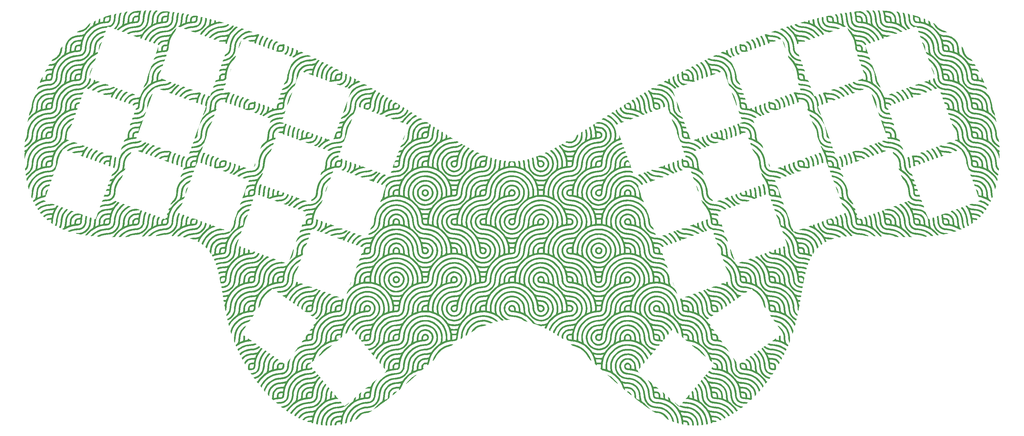
<source format=gbo>
%TF.GenerationSoftware,KiCad,Pcbnew,7.0.1-0*%
%TF.CreationDate,2023-04-15T20:18:30-04:00*%
%TF.ProjectId,plate,706c6174-652e-46b6-9963-61645f706362,rev?*%
%TF.SameCoordinates,Original*%
%TF.FileFunction,Legend,Bot*%
%TF.FilePolarity,Positive*%
%FSLAX46Y46*%
G04 Gerber Fmt 4.6, Leading zero omitted, Abs format (unit mm)*
G04 Created by KiCad (PCBNEW 7.0.1-0) date 2023-04-15 20:18:30*
%MOMM*%
%LPD*%
G01*
G04 APERTURE LIST*
G04 APERTURE END LIST*
G36*
X325622917Y-135113281D02*
G01*
X325589844Y-135146354D01*
X325556771Y-135113281D01*
X325589844Y-135080208D01*
X325622917Y-135113281D01*
G37*
G36*
X316296354Y-118444531D02*
G01*
X316263281Y-118477604D01*
X316230208Y-118444531D01*
X316263281Y-118411458D01*
X316296354Y-118444531D01*
G37*
G36*
X291557813Y-106009115D02*
G01*
X291524740Y-106042188D01*
X291491667Y-106009115D01*
X291524740Y-105976042D01*
X291557813Y-106009115D01*
G37*
G36*
X278262500Y-125059115D02*
G01*
X278229427Y-125092188D01*
X278196354Y-125059115D01*
X278229427Y-125026042D01*
X278262500Y-125059115D01*
G37*
G36*
X257228125Y-169376823D02*
G01*
X257195052Y-169409896D01*
X257161979Y-169376823D01*
X257195052Y-169343750D01*
X257228125Y-169376823D01*
G37*
G36*
X244197396Y-133591927D02*
G01*
X244164323Y-133625000D01*
X244131250Y-133591927D01*
X244164323Y-133558854D01*
X244197396Y-133591927D01*
G37*
G36*
X175868750Y-133591927D02*
G01*
X175835677Y-133625000D01*
X175802604Y-133591927D01*
X175835677Y-133558854D01*
X175868750Y-133591927D01*
G37*
G36*
X141803646Y-125059115D02*
G01*
X141770573Y-125092188D01*
X141737500Y-125059115D01*
X141770573Y-125026042D01*
X141803646Y-125059115D01*
G37*
G36*
X138033333Y-126448177D02*
G01*
X138000260Y-126481250D01*
X137967188Y-126448177D01*
X138000260Y-126415104D01*
X138033333Y-126448177D01*
G37*
G36*
X128508333Y-106009115D02*
G01*
X128475260Y-106042188D01*
X128442188Y-106009115D01*
X128475260Y-105976042D01*
X128508333Y-106009115D01*
G37*
G36*
X128177604Y-106935156D02*
G01*
X128144531Y-106968229D01*
X128111458Y-106935156D01*
X128144531Y-106902083D01*
X128177604Y-106935156D01*
G37*
G36*
X103769792Y-118444531D02*
G01*
X103736719Y-118477604D01*
X103703646Y-118444531D01*
X103736719Y-118411458D01*
X103769792Y-118444531D01*
G37*
G36*
X94443229Y-135113281D02*
G01*
X94410156Y-135146354D01*
X94377083Y-135113281D01*
X94410156Y-135080208D01*
X94443229Y-135113281D01*
G37*
G36*
X316097917Y-117882292D02*
G01*
X316093143Y-117917309D01*
X316053819Y-117926389D01*
X316045903Y-117916694D01*
X316053819Y-117838194D01*
X316073715Y-117827846D01*
X316097917Y-117882292D01*
G37*
G36*
X291888542Y-106902083D02*
G01*
X291883768Y-106937101D01*
X291844444Y-106946181D01*
X291836528Y-106936486D01*
X291844444Y-106857986D01*
X291864340Y-106847638D01*
X291888542Y-106902083D01*
G37*
G36*
X282165104Y-126811979D02*
G01*
X282160331Y-126846997D01*
X282121007Y-126856076D01*
X282113091Y-126846382D01*
X282121007Y-126767882D01*
X282140902Y-126757534D01*
X282165104Y-126811979D01*
G37*
G36*
X282098958Y-126613542D02*
G01*
X282094185Y-126648559D01*
X282054861Y-126657639D01*
X282046945Y-126647944D01*
X282054861Y-126569444D01*
X282074757Y-126559096D01*
X282098958Y-126613542D01*
G37*
G36*
X137967188Y-126613542D02*
G01*
X137962414Y-126648559D01*
X137923090Y-126657639D01*
X137915174Y-126647944D01*
X137923090Y-126569444D01*
X137942986Y-126559096D01*
X137967188Y-126613542D01*
G37*
G36*
X137901042Y-126811979D02*
G01*
X137896268Y-126846997D01*
X137856944Y-126856076D01*
X137849028Y-126846382D01*
X137856944Y-126767882D01*
X137876840Y-126757534D01*
X137901042Y-126811979D01*
G37*
G36*
X103968229Y-117882292D02*
G01*
X103963456Y-117917309D01*
X103924132Y-117926389D01*
X103916216Y-117916694D01*
X103924132Y-117838194D01*
X103944027Y-117827846D01*
X103968229Y-117882292D01*
G37*
G36*
X291649535Y-106273698D02*
G01*
X291722363Y-106454382D01*
X291780464Y-106637500D01*
X291797171Y-106714246D01*
X291786067Y-106718545D01*
X291730673Y-106604427D01*
X291657845Y-106423743D01*
X291599745Y-106240625D01*
X291583037Y-106163879D01*
X291594142Y-106159580D01*
X291649535Y-106273698D01*
G37*
G36*
X128418457Y-106155756D02*
G01*
X128391782Y-106280609D01*
X128335337Y-106464503D01*
X128294751Y-106576684D01*
X128236901Y-106710202D01*
X128203431Y-106751521D01*
X128201334Y-106722369D01*
X128228010Y-106597516D01*
X128284455Y-106413622D01*
X128325040Y-106301441D01*
X128382891Y-106167923D01*
X128416361Y-106126604D01*
X128418457Y-106155756D01*
G37*
G36*
X175998070Y-200530783D02*
G01*
X175933818Y-200583527D01*
X175689600Y-200780941D01*
X175489141Y-200938206D01*
X175351705Y-201040442D01*
X175296551Y-201072767D01*
X175294129Y-201065289D01*
X175305506Y-200971351D01*
X175343918Y-200810965D01*
X175499452Y-200472952D01*
X175750248Y-200205507D01*
X176071021Y-200031424D01*
X176437646Y-199969271D01*
X176680061Y-199969271D01*
X175998070Y-200530783D01*
G37*
G36*
X304109147Y-140461818D02*
G01*
X304194713Y-140541659D01*
X304313610Y-140691381D01*
X304445539Y-140882612D01*
X304570202Y-141086982D01*
X304667299Y-141276122D01*
X304779794Y-141646349D01*
X304832775Y-142124740D01*
X304856136Y-142653906D01*
X304455873Y-141569894D01*
X304345744Y-141267686D01*
X304234043Y-140951425D01*
X304148366Y-140697564D01*
X304095591Y-140526568D01*
X304082592Y-140458901D01*
X304109147Y-140461818D01*
G37*
G36*
X284624101Y-133613674D02*
G01*
X284684281Y-133760249D01*
X284777865Y-134018978D01*
X284818532Y-134133543D01*
X284904443Y-134375109D01*
X284969449Y-134557263D01*
X285001912Y-134647364D01*
X285003549Y-134657661D01*
X284958050Y-134642001D01*
X284851972Y-134555003D01*
X284689855Y-134343086D01*
X284577062Y-134031501D01*
X284557423Y-133691146D01*
X284568455Y-133604193D01*
X284588451Y-133566055D01*
X284624101Y-133613674D01*
G37*
G36*
X163291310Y-168159157D02*
G01*
X163264486Y-168302831D01*
X163205162Y-168510502D01*
X163123635Y-168747384D01*
X163030202Y-168978686D01*
X162962136Y-169126525D01*
X162897105Y-169245320D01*
X162874209Y-169251306D01*
X162892915Y-169151818D01*
X162952689Y-168954190D01*
X163052995Y-168665755D01*
X163104526Y-168526642D01*
X163190332Y-168308211D01*
X163254380Y-168162550D01*
X163285658Y-168115693D01*
X163291310Y-168159157D01*
G37*
G36*
X135442511Y-133658739D02*
G01*
X135450229Y-133825217D01*
X135384098Y-134182002D01*
X135211273Y-134485742D01*
X135171863Y-134531336D01*
X135069947Y-134635934D01*
X135018662Y-134667273D01*
X135020002Y-134643152D01*
X135053515Y-134518939D01*
X135119399Y-134314908D01*
X135208794Y-134059387D01*
X135240775Y-133971545D01*
X135330319Y-133739048D01*
X135389136Y-133617391D01*
X135424208Y-133594609D01*
X135442511Y-133658739D01*
G37*
G36*
X256724183Y-168124128D02*
G01*
X256770814Y-168219363D01*
X256843247Y-168392995D01*
X256929352Y-168613530D01*
X257016996Y-168849477D01*
X257094049Y-169069343D01*
X257148380Y-169241635D01*
X257148709Y-169251635D01*
X257111490Y-169205864D01*
X257033929Y-169079167D01*
X256989466Y-168994376D01*
X256903024Y-168795803D01*
X256820146Y-168571908D01*
X256753001Y-168359410D01*
X256713754Y-168195022D01*
X256714573Y-168115462D01*
X256724183Y-168124128D01*
G37*
G36*
X178814504Y-125525132D02*
G01*
X178808417Y-125621354D01*
X178775716Y-125831528D01*
X178658809Y-126265363D01*
X178468339Y-126668344D01*
X178407147Y-126770192D01*
X178322212Y-126891679D01*
X178277422Y-126927595D01*
X178276381Y-126924908D01*
X178294272Y-126841241D01*
X178350966Y-126661789D01*
X178438431Y-126410699D01*
X178548637Y-126112116D01*
X178653699Y-125838923D01*
X178741258Y-125626147D01*
X178793489Y-125524140D01*
X178814504Y-125525132D01*
G37*
G36*
X146552514Y-158883702D02*
G01*
X146534905Y-159352177D01*
X146425937Y-159922079D01*
X146235922Y-160490839D01*
X145979078Y-161016979D01*
X145669626Y-161459022D01*
X145563101Y-161577875D01*
X145452946Y-161685938D01*
X145399956Y-161717317D01*
X145410655Y-161664447D01*
X145460811Y-161502200D01*
X145545887Y-161247316D01*
X145660171Y-160916538D01*
X145797952Y-160526609D01*
X145953521Y-160094273D01*
X146533073Y-158497217D01*
X146552514Y-158883702D01*
G37*
G36*
X274022901Y-160034386D02*
G01*
X274137994Y-160353078D01*
X274283017Y-160756066D01*
X274408918Y-161107549D01*
X274509198Y-161389313D01*
X274577357Y-161583146D01*
X274606896Y-161670833D01*
X274586877Y-161682505D01*
X274499518Y-161614708D01*
X274363781Y-161478922D01*
X274321776Y-161432423D01*
X274023366Y-161014670D01*
X273773119Y-160512361D01*
X273584648Y-159964054D01*
X273471566Y-159408305D01*
X273447486Y-158883672D01*
X273466927Y-158497158D01*
X274022901Y-160034386D01*
G37*
G36*
X263553288Y-140140365D02*
G01*
X263675821Y-140327690D01*
X263821770Y-140624604D01*
X263958303Y-140968657D01*
X264071139Y-141319479D01*
X264146000Y-141636700D01*
X264168605Y-141879948D01*
X264154966Y-141896129D01*
X264109315Y-141822533D01*
X264043553Y-141661719D01*
X263961985Y-141437031D01*
X263798666Y-140984279D01*
X263676381Y-140639490D01*
X263591496Y-140391389D01*
X263540377Y-140228701D01*
X263519392Y-140140151D01*
X263524907Y-140114464D01*
X263553288Y-140140365D01*
G37*
G36*
X244043958Y-200069925D02*
G01*
X244324666Y-200269480D01*
X244545856Y-200557074D01*
X244686633Y-200916493D01*
X244700846Y-200980768D01*
X244703691Y-201041494D01*
X244673055Y-201056001D01*
X244595287Y-201016619D01*
X244456738Y-200915678D01*
X244243759Y-200745508D01*
X243942700Y-200498437D01*
X243737647Y-200327220D01*
X243555193Y-200165406D01*
X243458751Y-200061808D01*
X243437343Y-200004129D01*
X243479993Y-199980071D01*
X243724626Y-199974627D01*
X244043958Y-200069925D01*
G37*
G36*
X146324517Y-100138779D02*
G01*
X146578981Y-100240623D01*
X146532960Y-100608968D01*
X146454681Y-101038677D01*
X146265517Y-101631799D01*
X146000749Y-102156120D01*
X145953006Y-102231175D01*
X145816255Y-102420319D01*
X145701251Y-102511564D01*
X145578403Y-102520475D01*
X145418122Y-102462618D01*
X145256060Y-102388778D01*
X145510299Y-101995421D01*
X145748141Y-101570324D01*
X145931646Y-101059091D01*
X146027730Y-100487011D01*
X146070052Y-100036936D01*
X146324517Y-100138779D01*
G37*
G36*
X288703761Y-97995831D02*
G01*
X288866647Y-98239378D01*
X289026661Y-98566907D01*
X289171185Y-98947267D01*
X289287598Y-99349310D01*
X289363281Y-99741886D01*
X289386061Y-99939265D01*
X289393942Y-100079450D01*
X289383656Y-100119767D01*
X289369193Y-100097940D01*
X289313370Y-99975375D01*
X289232239Y-99770282D01*
X289133719Y-99505612D01*
X289025728Y-99204321D01*
X288916185Y-98889361D01*
X288813009Y-98583685D01*
X288724117Y-98310247D01*
X288657428Y-98092002D01*
X288620861Y-97951901D01*
X288622334Y-97912898D01*
X288703761Y-97995831D01*
G37*
G36*
X285878298Y-144169971D02*
G01*
X286277841Y-144206389D01*
X286991550Y-144323738D01*
X287667769Y-144499336D01*
X288261812Y-144722817D01*
X288325953Y-144752290D01*
X288565627Y-144879177D01*
X288724074Y-145013402D01*
X288838107Y-145194912D01*
X288944540Y-145463654D01*
X289035031Y-145720130D01*
X288659312Y-145492731D01*
X288335010Y-145315150D01*
X287718455Y-145052753D01*
X287055810Y-144849427D01*
X286392207Y-144718013D01*
X285772779Y-144671354D01*
X285360171Y-144671354D01*
X285252584Y-144397462D01*
X285144996Y-144123570D01*
X285878298Y-144169971D01*
G37*
G36*
X156456947Y-140203077D02*
G01*
X156412960Y-140376838D01*
X156314070Y-140669531D01*
X156248270Y-140852445D01*
X156136634Y-141166604D01*
X156039201Y-141445234D01*
X155971563Y-141643969D01*
X155931776Y-141756143D01*
X155873789Y-141888228D01*
X155838394Y-141927110D01*
X155837904Y-141926599D01*
X155827787Y-141836398D01*
X155853942Y-141654909D01*
X155908098Y-141414856D01*
X155981989Y-141148960D01*
X156067346Y-140889946D01*
X156155901Y-140670534D01*
X156289407Y-140395194D01*
X156392178Y-140212274D01*
X156449022Y-140148228D01*
X156456947Y-140203077D01*
G37*
G36*
X115903460Y-140538959D02*
G01*
X115868494Y-140665034D01*
X115797744Y-140877216D01*
X115688539Y-141188412D01*
X115538211Y-141611533D01*
X115455456Y-141842543D01*
X115342469Y-142151414D01*
X115249443Y-142397868D01*
X115184288Y-142561088D01*
X115154913Y-142620257D01*
X115152085Y-142616509D01*
X115145991Y-142528792D01*
X115148602Y-142348383D01*
X115159629Y-142106894D01*
X115244255Y-141564761D01*
X115439510Y-141063199D01*
X115739847Y-140636458D01*
X115820343Y-140548278D01*
X115876715Y-140493490D01*
X115905310Y-140486080D01*
X115903460Y-140538959D01*
G37*
G36*
X90753331Y-98600781D02*
G01*
X90729376Y-98663757D01*
X90646200Y-98887315D01*
X90535051Y-99190321D01*
X90407530Y-99541059D01*
X90275238Y-99907813D01*
X90200571Y-100113888D01*
X90088237Y-100416549D01*
X89995969Y-100655976D01*
X89931745Y-100811660D01*
X89903545Y-100863094D01*
X89899934Y-100827929D01*
X89904035Y-100684630D01*
X89917989Y-100458181D01*
X89940249Y-100177518D01*
X90005543Y-99699800D01*
X90137060Y-99239950D01*
X90338309Y-98856168D01*
X90619442Y-98523740D01*
X90880754Y-98270052D01*
X90753331Y-98600781D01*
G37*
G36*
X273924198Y-100024053D02*
G01*
X273939971Y-100099556D01*
X273960005Y-100269957D01*
X273980353Y-100502474D01*
X274032187Y-100886639D01*
X274213520Y-101479343D01*
X274520489Y-102046266D01*
X274751884Y-102394771D01*
X274572426Y-102460393D01*
X274489184Y-102489500D01*
X274351157Y-102517474D01*
X274245284Y-102482804D01*
X274138879Y-102368137D01*
X273999251Y-102156120D01*
X273804664Y-101793945D01*
X273592619Y-101219556D01*
X273467710Y-100614326D01*
X273422357Y-100251339D01*
X273661860Y-100137128D01*
X273713662Y-100112661D01*
X273855372Y-100048603D01*
X273922645Y-100022917D01*
X273924198Y-100024053D01*
G37*
G36*
X264090678Y-105062753D02*
G01*
X264432705Y-105437503D01*
X264854952Y-106058998D01*
X265183028Y-106758816D01*
X265410594Y-107522554D01*
X265531313Y-108335812D01*
X265578289Y-108936317D01*
X265388494Y-109005094D01*
X265237398Y-109048375D01*
X265132552Y-109057521D01*
X265112020Y-109026025D01*
X265078508Y-108886937D01*
X265046819Y-108663604D01*
X265021736Y-108385038D01*
X265003769Y-108176212D01*
X264861151Y-107389396D01*
X264603822Y-106667669D01*
X264230741Y-106008608D01*
X263740865Y-105409792D01*
X263341365Y-104995088D01*
X263569141Y-104886469D01*
X263796918Y-104777850D01*
X264090678Y-105062753D01*
G37*
G36*
X180930754Y-118895989D02*
G01*
X181164420Y-119054770D01*
X180715934Y-119342941D01*
X180393397Y-119578664D01*
X180017967Y-119901986D01*
X179629543Y-120276144D01*
X179258222Y-120670639D01*
X178934102Y-121054973D01*
X178687281Y-121398646D01*
X178366691Y-121905365D01*
X177877863Y-121729553D01*
X177389035Y-121553742D01*
X177755326Y-121431645D01*
X177879332Y-121387429D01*
X178032451Y-121313230D01*
X178165271Y-121208827D01*
X178309081Y-121047638D01*
X178495168Y-120803081D01*
X178705436Y-120530417D01*
X179397436Y-119776922D01*
X180184611Y-119115203D01*
X180697087Y-118737208D01*
X180930754Y-118895989D01*
G37*
G36*
X332753203Y-93051419D02*
G01*
X332808611Y-93084922D01*
X333095622Y-93319666D01*
X333359758Y-93653857D01*
X333713342Y-94092216D01*
X334198418Y-94498233D01*
X334769636Y-94806225D01*
X335422469Y-95013209D01*
X335801681Y-95133030D01*
X336176121Y-95351591D01*
X336489857Y-95591146D01*
X336133080Y-95589997D01*
X336035686Y-95587932D01*
X335487176Y-95522903D01*
X334912341Y-95376289D01*
X334364588Y-95161045D01*
X334172902Y-95059303D01*
X333734715Y-94751718D01*
X333319208Y-94364402D01*
X332952399Y-93926764D01*
X332660303Y-93468214D01*
X332468935Y-93018159D01*
X332420779Y-92859495D01*
X332753203Y-93051419D01*
G37*
G36*
X290755515Y-133842323D02*
G01*
X290764063Y-134007978D01*
X290765102Y-134073069D01*
X290842652Y-134596148D01*
X291035690Y-135127599D01*
X291333489Y-135643840D01*
X291725324Y-136121290D01*
X292124346Y-136533985D01*
X291956835Y-136595625D01*
X291766612Y-136650648D01*
X291588137Y-136644807D01*
X291421402Y-136550432D01*
X291227301Y-136354600D01*
X291084591Y-136182443D01*
X290702533Y-135587600D01*
X290428821Y-134925479D01*
X290270237Y-134211268D01*
X290253918Y-134077468D01*
X290257434Y-133950836D01*
X290313057Y-133883187D01*
X290440274Y-133830929D01*
X290594821Y-133780987D01*
X290709358Y-133772268D01*
X290755515Y-133842323D01*
G37*
G36*
X145519949Y-122604831D02*
G01*
X145664166Y-122667731D01*
X145778487Y-122741805D01*
X145814799Y-122801503D01*
X145678243Y-123135623D01*
X145436622Y-123834089D01*
X145291561Y-124446054D01*
X145242501Y-124973644D01*
X145242109Y-125009984D01*
X145228201Y-125268592D01*
X145200774Y-125505599D01*
X145182336Y-125606702D01*
X145136525Y-125721904D01*
X145046477Y-125741114D01*
X144873895Y-125685397D01*
X144694386Y-125617148D01*
X144736296Y-125007402D01*
X144775521Y-124614430D01*
X144878814Y-124010144D01*
X145025091Y-123439694D01*
X145203361Y-122951469D01*
X145283103Y-122778159D01*
X145356568Y-122634009D01*
X145395083Y-122578646D01*
X145519949Y-122604831D01*
G37*
G36*
X131908963Y-114469061D02*
G01*
X132160717Y-114574251D01*
X131952880Y-114810963D01*
X131715299Y-115109014D01*
X131405390Y-115639888D01*
X131206035Y-116220520D01*
X131107952Y-116873568D01*
X131100815Y-116963255D01*
X131075518Y-117196087D01*
X131047603Y-117358347D01*
X131021921Y-117419271D01*
X131020225Y-117419230D01*
X130926924Y-117397772D01*
X130773324Y-117348802D01*
X130735473Y-117335451D01*
X130641737Y-117291126D01*
X130596707Y-117222580D01*
X130587504Y-117093919D01*
X130601247Y-116869245D01*
X130690866Y-116269179D01*
X130876613Y-115647065D01*
X131142179Y-115073556D01*
X131473611Y-114585191D01*
X131657210Y-114363872D01*
X131908963Y-114469061D01*
G37*
G36*
X131388459Y-97935626D02*
G01*
X131360298Y-98063278D01*
X131295735Y-98280754D01*
X131200173Y-98570009D01*
X131079017Y-98912992D01*
X130974901Y-99199704D01*
X130856082Y-99527076D01*
X130758403Y-99796401D01*
X130689876Y-99985584D01*
X130658516Y-100072526D01*
X130656975Y-100076839D01*
X130618135Y-100157429D01*
X130601368Y-100131357D01*
X130603725Y-100021171D01*
X130622256Y-99849417D01*
X130654011Y-99638642D01*
X130696042Y-99411392D01*
X130745399Y-99190215D01*
X130799131Y-98997656D01*
X130877011Y-98788816D01*
X131000857Y-98516255D01*
X131139244Y-98254009D01*
X131271944Y-98039967D01*
X131378726Y-97912019D01*
X131388459Y-97935626D01*
G37*
G36*
X114791124Y-111432632D02*
G01*
X115094985Y-111548677D01*
X114641373Y-111811452D01*
X114189878Y-112098359D01*
X113496399Y-112659725D01*
X112898806Y-113311923D01*
X112720670Y-113534237D01*
X112576518Y-113698618D01*
X112472551Y-113788540D01*
X112388576Y-113821030D01*
X112304401Y-113813113D01*
X112183942Y-113773478D01*
X112078733Y-113714755D01*
X112069896Y-113639398D01*
X112141356Y-113485993D01*
X112285931Y-113276026D01*
X112488946Y-113025184D01*
X112735731Y-112749152D01*
X113011614Y-112463619D01*
X113301921Y-112184269D01*
X113591981Y-111926791D01*
X113867122Y-111706871D01*
X114112671Y-111540194D01*
X114487264Y-111316587D01*
X114791124Y-111432632D01*
G37*
G36*
X331897235Y-105754954D02*
G01*
X331971149Y-105874056D01*
X332073574Y-106061011D01*
X332189856Y-106287187D01*
X332305344Y-106523953D01*
X332405383Y-106742676D01*
X332475323Y-106914724D01*
X332530776Y-107091284D01*
X332603220Y-107367914D01*
X332665303Y-107650350D01*
X332669673Y-107673051D01*
X332705694Y-107883439D01*
X332721338Y-108022557D01*
X332713214Y-108061304D01*
X332703862Y-108045932D01*
X332654154Y-107931564D01*
X332574065Y-107728010D01*
X332472165Y-107458931D01*
X332357025Y-107147986D01*
X332237214Y-106818837D01*
X332121304Y-106495142D01*
X332017864Y-106200561D01*
X331935464Y-105958756D01*
X331882676Y-105793386D01*
X331868069Y-105728111D01*
X331897235Y-105754954D01*
G37*
G36*
X329381132Y-98523740D02*
G01*
X329477004Y-98627360D01*
X329663982Y-98875249D01*
X329813056Y-99127035D01*
X329854472Y-99213838D01*
X329926091Y-99386548D01*
X329978730Y-99564998D01*
X330018962Y-99780776D01*
X330053361Y-100065469D01*
X330088500Y-100450663D01*
X330090478Y-100474534D01*
X330104235Y-100690635D01*
X330105959Y-100835614D01*
X330095178Y-100879206D01*
X330070756Y-100827532D01*
X330007233Y-100668628D01*
X329913659Y-100423412D01*
X329797924Y-100112605D01*
X329667918Y-99756928D01*
X329564455Y-99471813D01*
X329437085Y-99121934D01*
X329327229Y-98821407D01*
X329244038Y-98595252D01*
X329196664Y-98468490D01*
X329120394Y-98270052D01*
X329381132Y-98523740D01*
G37*
G36*
X322072690Y-112812942D02*
G01*
X322254212Y-112893655D01*
X322488638Y-113059547D01*
X322611022Y-113158956D01*
X323045285Y-113591838D01*
X323446712Y-114114694D01*
X323788938Y-114694378D01*
X323809961Y-114735715D01*
X323931524Y-114979424D01*
X323999178Y-115135441D01*
X324019065Y-115229962D01*
X323997323Y-115289183D01*
X323940092Y-115339300D01*
X323819918Y-115411429D01*
X323709170Y-115420151D01*
X323601585Y-115344319D01*
X323479788Y-115171151D01*
X323326404Y-114887867D01*
X323006817Y-114353654D01*
X322519345Y-113767380D01*
X321934249Y-113270151D01*
X321499430Y-112959871D01*
X321692554Y-112877450D01*
X321708857Y-112870567D01*
X321904198Y-112808286D01*
X322072690Y-112812942D01*
G37*
G36*
X173017269Y-136896606D02*
G01*
X173210819Y-136955689D01*
X173430231Y-137035167D01*
X172966639Y-137351926D01*
X172639605Y-137599586D01*
X172172003Y-138029032D01*
X171735238Y-138513104D01*
X171369915Y-139009650D01*
X171310311Y-139101083D01*
X171180373Y-139287437D01*
X171086260Y-139387766D01*
X171004704Y-139422548D01*
X170912435Y-139412260D01*
X170848730Y-139395103D01*
X170724800Y-139337041D01*
X170687298Y-139246903D01*
X170733956Y-139100167D01*
X170862507Y-138872308D01*
X170958608Y-138720715D01*
X171357601Y-138178052D01*
X171813946Y-137666429D01*
X172284965Y-137234971D01*
X172510820Y-137058967D01*
X172701239Y-136937998D01*
X172858732Y-136887293D01*
X173017269Y-136896606D01*
G37*
G36*
X343733998Y-145434744D02*
G01*
X343943394Y-145457471D01*
X344221919Y-145482181D01*
X344520602Y-145504421D01*
X345275161Y-145595982D01*
X346083946Y-145797498D01*
X346819402Y-146098502D01*
X347470797Y-146495388D01*
X347533358Y-146541780D01*
X347722540Y-146699312D01*
X347812556Y-146824079D01*
X347815879Y-146942769D01*
X347744980Y-147082068D01*
X347631992Y-147254510D01*
X347425761Y-147087394D01*
X347249471Y-146951694D01*
X346592576Y-146549066D01*
X345872312Y-146249156D01*
X345113807Y-146060880D01*
X344342188Y-145993154D01*
X343749591Y-145934922D01*
X343096800Y-145749290D01*
X342810526Y-145641633D01*
X343129873Y-145517287D01*
X343387952Y-145441514D01*
X343693780Y-145429247D01*
X343733998Y-145434744D01*
G37*
G36*
X314727279Y-128662658D02*
G01*
X315013370Y-128898479D01*
X315389616Y-129256154D01*
X315753888Y-129648733D01*
X316073329Y-130040364D01*
X316315077Y-130395189D01*
X316559216Y-130807882D01*
X316378176Y-130888152D01*
X316239648Y-130945503D01*
X316152606Y-130973794D01*
X316142696Y-130969626D01*
X316070416Y-130892321D01*
X315952776Y-130737310D01*
X315809763Y-130530441D01*
X315678774Y-130344041D01*
X315255095Y-129835049D01*
X314764919Y-129354169D01*
X314252980Y-128946904D01*
X314197944Y-128908340D01*
X313993850Y-128764141D01*
X313838185Y-128652326D01*
X313761047Y-128594460D01*
X313760911Y-128571621D01*
X313843680Y-128512890D01*
X314005948Y-128445638D01*
X314305689Y-128343507D01*
X314727279Y-128662658D01*
G37*
G36*
X297002352Y-131509529D02*
G01*
X297103934Y-131628103D01*
X297250078Y-131852998D01*
X297527448Y-132429901D01*
X297714694Y-133084225D01*
X297816157Y-133829385D01*
X297860531Y-134417204D01*
X297636125Y-134511606D01*
X297600604Y-134526065D01*
X297456650Y-134573486D01*
X297384142Y-134578509D01*
X297371942Y-134527982D01*
X297351595Y-134368458D01*
X297328216Y-134128013D01*
X297304815Y-133834870D01*
X297257852Y-133388426D01*
X297151098Y-132876109D01*
X296984059Y-132427446D01*
X296745891Y-132006968D01*
X296652011Y-131856141D01*
X296575044Y-131708105D01*
X296556447Y-131633142D01*
X296556869Y-131632486D01*
X296635271Y-131580210D01*
X296781566Y-131518861D01*
X296899762Y-131486092D01*
X297002352Y-131509529D01*
G37*
G36*
X281921850Y-140241834D02*
G01*
X282005246Y-140407924D01*
X282064977Y-140562856D01*
X282192146Y-141007539D01*
X282288267Y-141543774D01*
X282357155Y-142190885D01*
X282384454Y-142499978D01*
X282414432Y-142780872D01*
X282442513Y-142991082D01*
X282465058Y-143099965D01*
X282465762Y-143199405D01*
X282353919Y-143278463D01*
X282220689Y-143322427D01*
X282109532Y-143323770D01*
X282025779Y-143263582D01*
X281963114Y-143127724D01*
X281915219Y-142902056D01*
X281875778Y-142572441D01*
X281838475Y-142124740D01*
X281823207Y-141944634D01*
X281738701Y-141325049D01*
X281614041Y-140814515D01*
X281449109Y-140298041D01*
X281612975Y-140235739D01*
X281684243Y-140209829D01*
X281830120Y-140182506D01*
X281921850Y-140241834D01*
G37*
G36*
X238214242Y-119689735D02*
G01*
X238439212Y-119812303D01*
X238746249Y-120006613D01*
X238956405Y-120152894D01*
X239399523Y-120511616D01*
X239838701Y-120925748D01*
X240235497Y-121357739D01*
X240551470Y-121770037D01*
X240831166Y-122185126D01*
X240612588Y-122280078D01*
X240581125Y-122293725D01*
X240444373Y-122352440D01*
X240383280Y-122377619D01*
X240380289Y-122375382D01*
X240325614Y-122306947D01*
X240217959Y-122162124D01*
X240076640Y-121966797D01*
X239845092Y-121666639D01*
X239285139Y-121075079D01*
X238648510Y-120552784D01*
X237971306Y-120131229D01*
X237503487Y-119885059D01*
X237711283Y-119737096D01*
X237785104Y-119688269D01*
X237911850Y-119634141D01*
X238046675Y-119632489D01*
X238214242Y-119689735D01*
G37*
G36*
X154481285Y-150361131D02*
G01*
X154579557Y-150393397D01*
X154737281Y-150455739D01*
X154867686Y-150520471D01*
X154948175Y-150616471D01*
X154966667Y-150775888D01*
X154960576Y-150916563D01*
X154886351Y-151350648D01*
X154740192Y-151825392D01*
X154537789Y-152301908D01*
X154294831Y-152741312D01*
X154027010Y-153104717D01*
X153907171Y-153228933D01*
X153773700Y-153337498D01*
X153690523Y-153368329D01*
X153583121Y-153329896D01*
X153420580Y-153270796D01*
X153230483Y-153201209D01*
X153562685Y-152849954D01*
X153879758Y-152458349D01*
X154182248Y-151915683D01*
X154370956Y-151335603D01*
X154436715Y-150740234D01*
X154440563Y-150575206D01*
X154453660Y-150419877D01*
X154472697Y-150359896D01*
X154481285Y-150361131D01*
G37*
G36*
X140378398Y-97652284D02*
G01*
X140451487Y-97687809D01*
X140531853Y-97755983D01*
X140508041Y-97840256D01*
X140380243Y-97973587D01*
X140300634Y-98053812D01*
X140024960Y-98421977D01*
X139791540Y-98874996D01*
X139616564Y-99376926D01*
X139516219Y-99891829D01*
X139494185Y-100072243D01*
X139471286Y-100227701D01*
X139456795Y-100287500D01*
X139453701Y-100287005D01*
X139373653Y-100262315D01*
X139225151Y-100211858D01*
X139008164Y-100136216D01*
X139046418Y-99726566D01*
X139065090Y-99576637D01*
X139197650Y-99039701D01*
X139423099Y-98497985D01*
X139723602Y-97997041D01*
X139841875Y-97835649D01*
X139983418Y-97671954D01*
X140101459Y-97596600D01*
X140223839Y-97594929D01*
X140378398Y-97652284D01*
G37*
G36*
X137794169Y-116614891D02*
G01*
X137950651Y-116668014D01*
X137980184Y-116680653D01*
X138102622Y-116752601D01*
X138154355Y-116855260D01*
X138164476Y-117039122D01*
X138161016Y-117162055D01*
X138081145Y-117725273D01*
X137907060Y-118305931D01*
X137653822Y-118861969D01*
X137336493Y-119351324D01*
X137222638Y-119484498D01*
X137097651Y-119599251D01*
X137019042Y-119632907D01*
X136915313Y-119595857D01*
X136754734Y-119537525D01*
X136567542Y-119469042D01*
X136823154Y-119178652D01*
X137075821Y-118852225D01*
X137382219Y-118288462D01*
X137571632Y-117679567D01*
X137636458Y-117045475D01*
X137642208Y-116850258D01*
X137660159Y-116681153D01*
X137686068Y-116605582D01*
X137692861Y-116603067D01*
X137794169Y-116614891D01*
G37*
G36*
X123218434Y-131518861D02*
G01*
X123221241Y-131519843D01*
X123366845Y-131581284D01*
X123443553Y-131633142D01*
X123433226Y-131687945D01*
X123365582Y-131825266D01*
X123254109Y-132006968D01*
X123042807Y-132376070D01*
X122818232Y-132987200D01*
X122714204Y-133651632D01*
X122711260Y-133697346D01*
X122690527Y-133979848D01*
X122668392Y-134229024D01*
X122649171Y-134395490D01*
X122640496Y-134451134D01*
X122608846Y-134552892D01*
X122535929Y-134572278D01*
X122379315Y-134530521D01*
X122140747Y-134457302D01*
X122183104Y-133854727D01*
X122217501Y-133499752D01*
X122354166Y-132795848D01*
X122578931Y-132176409D01*
X122896066Y-131628103D01*
X122975821Y-131528254D01*
X123072431Y-131484187D01*
X123218434Y-131518861D01*
G37*
G36*
X120575364Y-130575820D02*
G01*
X120738362Y-130621818D01*
X120893600Y-130660781D01*
X120628480Y-131186566D01*
X120574048Y-131299629D01*
X120411836Y-131696120D01*
X120266450Y-132134497D01*
X120148931Y-132574941D01*
X120070323Y-132977633D01*
X120041667Y-133302752D01*
X120035885Y-133498262D01*
X119998882Y-133597846D01*
X119901675Y-133607915D01*
X119715288Y-133550459D01*
X119501459Y-133475918D01*
X119548068Y-133070902D01*
X119548461Y-133067496D01*
X119602612Y-132729562D01*
X119686891Y-132358991D01*
X119793779Y-131975966D01*
X119915754Y-131600673D01*
X120045295Y-131253296D01*
X120174880Y-130954017D01*
X120296989Y-130723022D01*
X120404100Y-130580495D01*
X120488692Y-130546619D01*
X120575364Y-130575820D01*
G37*
G36*
X98108603Y-112810665D02*
G01*
X98307446Y-112877450D01*
X98500570Y-112959871D01*
X98065751Y-113270151D01*
X97587589Y-113662941D01*
X97080816Y-114232001D01*
X96673596Y-114887867D01*
X96636233Y-114960861D01*
X96509461Y-115199063D01*
X96414975Y-115342291D01*
X96331593Y-115409652D01*
X96238132Y-115420254D01*
X96113411Y-115393205D01*
X96108948Y-115391991D01*
X96015462Y-115349311D01*
X95977527Y-115274126D01*
X95998276Y-115146207D01*
X96080845Y-114945324D01*
X96228368Y-114651246D01*
X96345973Y-114438590D01*
X96697668Y-113910113D01*
X97096251Y-113437878D01*
X97511362Y-113059547D01*
X97531028Y-113044435D01*
X97760271Y-112885036D01*
X97939503Y-112810153D01*
X98108603Y-112810665D01*
G37*
G36*
X88122492Y-105778175D02*
G01*
X88074061Y-105934091D01*
X87992572Y-106176342D01*
X87884892Y-106484583D01*
X87757889Y-106838471D01*
X87649731Y-107136294D01*
X87530638Y-107464403D01*
X87432843Y-107734029D01*
X87364309Y-107923220D01*
X87332995Y-108010026D01*
X87319737Y-108041503D01*
X87276167Y-108092708D01*
X87270310Y-108083081D01*
X87276042Y-107983194D01*
X87305720Y-107801381D01*
X87352383Y-107570635D01*
X87409070Y-107323949D01*
X87468821Y-107094314D01*
X87524677Y-106914724D01*
X87579596Y-106777305D01*
X87675613Y-106564157D01*
X87789621Y-106328236D01*
X87906965Y-106098134D01*
X88012994Y-105902444D01*
X88093054Y-105769759D01*
X88132492Y-105728673D01*
X88122492Y-105778175D01*
G37*
G36*
X329241132Y-130429702D02*
G01*
X329419543Y-130490047D01*
X329639602Y-130618977D01*
X329930762Y-130825181D01*
X329992842Y-130872391D01*
X330394510Y-131250257D01*
X330756983Y-131710339D01*
X331051454Y-132211403D01*
X331249114Y-132712215D01*
X331269922Y-132798139D01*
X331257228Y-132900676D01*
X331159008Y-132962820D01*
X330977830Y-133016611D01*
X330834132Y-133007978D01*
X330782292Y-132923389D01*
X330782091Y-132918303D01*
X330750610Y-132800855D01*
X330675878Y-132607606D01*
X330572910Y-132377686D01*
X330376662Y-132034719D01*
X330001793Y-131573960D01*
X329542649Y-131176095D01*
X329026904Y-130868146D01*
X328517378Y-130626173D01*
X328834325Y-130501675D01*
X328891444Y-130480005D01*
X329074917Y-130429251D01*
X329241132Y-130429702D01*
G37*
G36*
X323562777Y-112245094D02*
G01*
X323710397Y-112353062D01*
X323900156Y-112541635D01*
X324117907Y-112792631D01*
X324349503Y-113087865D01*
X324580797Y-113409153D01*
X324797643Y-113738311D01*
X324985894Y-114057156D01*
X325131403Y-114347502D01*
X325147413Y-114383925D01*
X325247079Y-114632708D01*
X325283978Y-114791117D01*
X325259849Y-114881519D01*
X325176432Y-114926279D01*
X325087498Y-114947262D01*
X324929058Y-114952634D01*
X324826416Y-114873407D01*
X324738377Y-114687084D01*
X324615217Y-114414050D01*
X324391413Y-114017511D01*
X324115761Y-113600146D01*
X323813880Y-113200190D01*
X323511388Y-112855877D01*
X323054764Y-112384528D01*
X323230898Y-112320249D01*
X323367303Y-112270788D01*
X323483509Y-112229317D01*
X323562777Y-112245094D01*
G37*
G36*
X289644686Y-113946466D02*
G01*
X289759249Y-114012254D01*
X289880260Y-114154882D01*
X290021821Y-114389729D01*
X290198038Y-114732173D01*
X290435158Y-115279709D01*
X290605815Y-115844285D01*
X290725397Y-116479377D01*
X290737954Y-116572238D01*
X290739146Y-116710687D01*
X290684140Y-116789371D01*
X290550299Y-116857126D01*
X290389504Y-116922958D01*
X290283461Y-116938221D01*
X290241631Y-116871383D01*
X290233747Y-116708203D01*
X290208333Y-116382023D01*
X290104227Y-115886118D01*
X289932735Y-115365563D01*
X289707861Y-114861036D01*
X289443610Y-114413217D01*
X289443293Y-114412757D01*
X289316686Y-114210210D01*
X289279482Y-114082191D01*
X289333704Y-114003949D01*
X289481372Y-113950730D01*
X289522464Y-113942137D01*
X289644686Y-113946466D01*
G37*
G36*
X275242934Y-99511914D02*
G01*
X275263020Y-99631940D01*
X275282755Y-99839533D01*
X275299007Y-100105599D01*
X275345337Y-100552236D01*
X275460308Y-100967445D01*
X275653073Y-101315597D01*
X275935401Y-101624784D01*
X276198267Y-101862267D01*
X275957076Y-101961424D01*
X275927336Y-101973688D01*
X275755210Y-102040137D01*
X275648729Y-102047854D01*
X275555958Y-101984937D01*
X275424958Y-101839485D01*
X275206827Y-101546613D01*
X274962796Y-101049598D01*
X274824286Y-100504789D01*
X274791452Y-100269306D01*
X274761700Y-99994307D01*
X274761468Y-99810803D01*
X274794610Y-99695185D01*
X274864982Y-99623848D01*
X274976441Y-99573184D01*
X275001165Y-99564327D01*
X275151839Y-99514203D01*
X275233135Y-99493750D01*
X275242934Y-99511914D01*
G37*
G36*
X265154968Y-104220036D02*
G01*
X265269808Y-104325589D01*
X265422746Y-104511607D01*
X265633252Y-104791631D01*
X265761015Y-104972115D01*
X266161578Y-105661589D01*
X266486753Y-106423626D01*
X266722897Y-107222197D01*
X266856364Y-108021271D01*
X266900206Y-108466204D01*
X266677838Y-108537287D01*
X266655302Y-108544445D01*
X266497263Y-108592024D01*
X266405859Y-108615122D01*
X266385152Y-108584274D01*
X266364318Y-108453962D01*
X266356250Y-108255284D01*
X266343388Y-107959983D01*
X266237388Y-107306736D01*
X266033719Y-106629004D01*
X265743708Y-105955160D01*
X265378681Y-105313576D01*
X264949966Y-104732626D01*
X264635089Y-104359574D01*
X264850747Y-104247407D01*
X264961704Y-104196156D01*
X265058757Y-104181405D01*
X265154968Y-104220036D01*
G37*
G36*
X257122461Y-108336957D02*
G01*
X257155052Y-108468056D01*
X257161979Y-108714126D01*
X257178855Y-109007995D01*
X257304660Y-109584103D01*
X257543278Y-110142020D01*
X257882763Y-110656908D01*
X258311172Y-111103931D01*
X258684291Y-111426058D01*
X258501911Y-111506875D01*
X258379920Y-111555175D01*
X258217871Y-111583001D01*
X258067647Y-111540726D01*
X257898349Y-111416816D01*
X257679084Y-111199739D01*
X257566896Y-111075172D01*
X257202213Y-110562836D01*
X256916394Y-109983989D01*
X256732322Y-109382552D01*
X256720652Y-109326466D01*
X256657509Y-108984350D01*
X256634443Y-108742888D01*
X256653682Y-108579043D01*
X256717447Y-108469780D01*
X256827965Y-108392063D01*
X256909428Y-108351349D01*
X257046492Y-108303748D01*
X257122461Y-108336957D01*
G37*
G36*
X254699757Y-154669619D02*
G01*
X254927040Y-154824379D01*
X255242196Y-155083850D01*
X255573227Y-155393804D01*
X255888824Y-155723009D01*
X256157679Y-156040235D01*
X256348482Y-156314250D01*
X256385170Y-156377194D01*
X256519364Y-156615272D01*
X256589559Y-156769064D01*
X256599671Y-156862325D01*
X256553616Y-156918811D01*
X256455310Y-156962279D01*
X256313875Y-157011075D01*
X256228119Y-157035403D01*
X256222392Y-157033523D01*
X256160992Y-156962696D01*
X256057559Y-156809837D01*
X255931004Y-156602501D01*
X255783168Y-156377194D01*
X255444264Y-155967943D01*
X255035193Y-155570421D01*
X254591556Y-155217777D01*
X254148952Y-154943161D01*
X253637529Y-154676225D01*
X253980558Y-154562289D01*
X254323587Y-154448353D01*
X254699757Y-154669619D01*
G37*
G36*
X163009915Y-133257539D02*
G01*
X163158024Y-133300443D01*
X163189046Y-133311392D01*
X163290332Y-133358221D01*
X163343407Y-133428872D01*
X163363837Y-133559499D01*
X163367187Y-133786254D01*
X163330498Y-134268803D01*
X163186592Y-134895295D01*
X162946305Y-135502968D01*
X162623096Y-136050859D01*
X162545591Y-136150209D01*
X162428556Y-136266544D01*
X162350842Y-136300868D01*
X162247671Y-136264047D01*
X162087665Y-136205924D01*
X161899549Y-136137090D01*
X162103796Y-135904466D01*
X162334834Y-135600408D01*
X162578370Y-135129856D01*
X162744953Y-134579071D01*
X162841267Y-133930167D01*
X162858765Y-133745808D01*
X162885536Y-133498368D01*
X162908657Y-133323913D01*
X162924515Y-133251874D01*
X162927368Y-133250055D01*
X163009915Y-133257539D01*
G37*
G36*
X155035901Y-104194706D02*
G01*
X155155188Y-104250838D01*
X155376782Y-104365713D01*
X155055969Y-104733999D01*
X154802080Y-105051661D01*
X154417423Y-105648915D01*
X154097133Y-106298145D01*
X153853339Y-106969110D01*
X153698169Y-107631570D01*
X153643750Y-108255284D01*
X153639670Y-108407518D01*
X153623357Y-108562020D01*
X153598837Y-108621875D01*
X153591060Y-108621178D01*
X153488456Y-108594117D01*
X153327265Y-108539914D01*
X153100607Y-108457953D01*
X153144043Y-108017145D01*
X153186458Y-107687663D01*
X153364021Y-106893511D01*
X153638512Y-106109484D01*
X153995652Y-105372448D01*
X154421165Y-104719271D01*
X154580210Y-104511506D01*
X154734085Y-104323556D01*
X154846935Y-104217290D01*
X154940345Y-104178932D01*
X155035901Y-104194706D01*
G37*
G36*
X146885037Y-123113597D02*
G01*
X146956676Y-123141125D01*
X147057009Y-123210809D01*
X147055009Y-123297597D01*
X147042631Y-123327396D01*
X146986612Y-123475763D01*
X146905872Y-123699478D01*
X146813413Y-123962740D01*
X146723112Y-124269767D01*
X146621505Y-124788465D01*
X146548263Y-125417685D01*
X146502026Y-126167057D01*
X146457939Y-126209842D01*
X146328679Y-126204943D01*
X146150849Y-126145161D01*
X146082117Y-126108030D01*
X146027072Y-126039047D01*
X146009550Y-125915397D01*
X146018135Y-125698677D01*
X146077331Y-125038650D01*
X146182404Y-124372737D01*
X146329404Y-123798355D01*
X146390696Y-123607871D01*
X146486233Y-123341669D01*
X146569315Y-123176543D01*
X146654064Y-123095089D01*
X146754598Y-123079908D01*
X146885037Y-123113597D01*
G37*
G36*
X134747416Y-144397462D02*
G01*
X134639829Y-144671354D01*
X134203378Y-144672223D01*
X134153525Y-144672707D01*
X133582596Y-144722882D01*
X132966515Y-144846379D01*
X132349193Y-145030316D01*
X131774538Y-145261812D01*
X131286458Y-145527985D01*
X131168234Y-145604353D01*
X131033308Y-145690271D01*
X130975200Y-145725442D01*
X130973676Y-145725068D01*
X130986781Y-145662954D01*
X131033499Y-145524899D01*
X131098517Y-145351863D01*
X131166524Y-145184806D01*
X131222209Y-145064686D01*
X131316676Y-144956441D01*
X131539429Y-144811751D01*
X131856574Y-144667017D01*
X132247069Y-144528735D01*
X132689871Y-144403395D01*
X133163939Y-144297493D01*
X133648230Y-144217520D01*
X134121702Y-144169971D01*
X134855004Y-144123570D01*
X134747416Y-144397462D01*
G37*
G36*
X129559726Y-133830929D02*
G01*
X129651191Y-133865217D01*
X129729876Y-133922450D01*
X129749570Y-134023270D01*
X129729763Y-134211268D01*
X129692346Y-134442504D01*
X129496513Y-135141839D01*
X129187704Y-135784266D01*
X128772699Y-136354600D01*
X128770109Y-136357541D01*
X128585418Y-136548036D01*
X128433146Y-136642414D01*
X128272959Y-136654557D01*
X128064523Y-136598348D01*
X127865554Y-136528987D01*
X128270229Y-136118790D01*
X128308543Y-136079291D01*
X128524249Y-135835390D01*
X128718774Y-135583708D01*
X128854025Y-135372913D01*
X128975782Y-135110470D01*
X129110146Y-134723528D01*
X129201948Y-134337863D01*
X129235938Y-134007978D01*
X129240329Y-133871127D01*
X129275184Y-133780720D01*
X129371393Y-133772930D01*
X129559726Y-133830929D01*
G37*
G36*
X129325079Y-113534191D02*
G01*
X129336382Y-113542558D01*
X129391574Y-113597640D01*
X129397255Y-113667748D01*
X129346797Y-113785414D01*
X129233566Y-113983172D01*
X129002302Y-114423471D01*
X128721653Y-115137088D01*
X128526544Y-115887996D01*
X128497533Y-116036367D01*
X128450676Y-116270975D01*
X128417032Y-116432695D01*
X128402449Y-116493008D01*
X128400118Y-116492498D01*
X128324954Y-116467889D01*
X128179036Y-116417671D01*
X127962288Y-116342112D01*
X128002509Y-115971186D01*
X128003777Y-115959758D01*
X128085869Y-115518249D01*
X128232236Y-115016896D01*
X128427969Y-114500225D01*
X128658163Y-114012760D01*
X128775054Y-113802701D01*
X128924121Y-113585595D01*
X129055456Y-113475668D01*
X129184097Y-113462130D01*
X129325079Y-113534191D01*
G37*
G36*
X91160452Y-130498219D02*
G01*
X91482622Y-130626173D01*
X90973096Y-130868146D01*
X90609937Y-131071390D01*
X90130596Y-131444694D01*
X89727089Y-131889133D01*
X89427090Y-132377686D01*
X89418489Y-132395831D01*
X89317007Y-132625933D01*
X89245049Y-132817853D01*
X89217708Y-132931657D01*
X89211270Y-132981579D01*
X89152946Y-133020562D01*
X89004801Y-133003643D01*
X88997080Y-133002073D01*
X88837466Y-132958273D01*
X88744653Y-132912692D01*
X88729836Y-132863219D01*
X88756000Y-132709459D01*
X88833532Y-132487784D01*
X88950957Y-132225483D01*
X89096800Y-131949841D01*
X89259586Y-131688148D01*
X89507479Y-131360045D01*
X89978111Y-130892778D01*
X90507552Y-130542603D01*
X90838281Y-130370266D01*
X91160452Y-130498219D01*
G37*
G36*
X310759529Y-102118050D02*
G01*
X310896424Y-102126279D01*
X311643621Y-102197732D01*
X312301548Y-102312903D01*
X312902870Y-102478806D01*
X313480252Y-102702460D01*
X313602297Y-102758786D01*
X313778101Y-102863586D01*
X313891064Y-102987671D01*
X313983709Y-103170581D01*
X314027080Y-103275543D01*
X314089155Y-103443983D01*
X314113542Y-103538984D01*
X314073056Y-103546487D01*
X313947417Y-103500011D01*
X313766276Y-103406321D01*
X313304310Y-103168451D01*
X312679543Y-102929659D01*
X312004643Y-102766514D01*
X311244549Y-102668759D01*
X311000095Y-102646971D01*
X310748801Y-102621462D01*
X310573651Y-102599932D01*
X310502523Y-102585509D01*
X310496769Y-102577486D01*
X310449926Y-102483891D01*
X310381306Y-102327125D01*
X310282861Y-102091514D01*
X310759529Y-102118050D01*
G37*
G36*
X303734640Y-112077660D02*
G01*
X303911733Y-112115570D01*
X303947611Y-112125114D01*
X304468930Y-112316473D01*
X305010448Y-112601701D01*
X305537137Y-112957338D01*
X306013970Y-113359926D01*
X306405919Y-113786005D01*
X306527326Y-113941585D01*
X306627571Y-114081142D01*
X306660864Y-114160639D01*
X306635825Y-114205330D01*
X306561078Y-114240472D01*
X306506002Y-114261438D01*
X306353079Y-114295410D01*
X306220850Y-114263940D01*
X306076843Y-114152919D01*
X305888588Y-113948234D01*
X305838248Y-113891074D01*
X305310822Y-113399750D01*
X304692826Y-112992846D01*
X304001780Y-112680188D01*
X303255204Y-112471598D01*
X302637240Y-112348343D01*
X303117983Y-112191499D01*
X303155200Y-112179409D01*
X303403485Y-112105073D01*
X303580927Y-112072659D01*
X303734640Y-112077660D01*
G37*
G36*
X299597012Y-130581506D02*
G01*
X299704346Y-130725127D01*
X299826584Y-130957010D01*
X299956208Y-131256978D01*
X300085702Y-131604855D01*
X300207550Y-131980463D01*
X300314234Y-132363626D01*
X300398240Y-132734166D01*
X300452049Y-133071906D01*
X300460145Y-133142828D01*
X300477154Y-133337158D01*
X300465073Y-133445329D01*
X300413301Y-133503031D01*
X300311236Y-133545951D01*
X300162606Y-133588513D01*
X300057552Y-133597594D01*
X300019301Y-133532963D01*
X299979408Y-133371020D01*
X299948055Y-133148271D01*
X299939772Y-133072664D01*
X299821207Y-132433128D01*
X299623001Y-131778325D01*
X299363734Y-131171125D01*
X299106400Y-130660781D01*
X299261638Y-130621818D01*
X299372462Y-130591535D01*
X299511308Y-130546619D01*
X299512097Y-130546325D01*
X299597012Y-130581506D01*
G37*
G36*
X299494834Y-113554779D02*
G01*
X299572055Y-113680624D01*
X299677398Y-113863932D01*
X299990320Y-114514116D01*
X300266027Y-115327421D01*
X300444096Y-116183663D01*
X300448067Y-116211729D01*
X300456362Y-116368486D01*
X300405737Y-116456247D01*
X300269118Y-116528339D01*
X300126227Y-116587548D01*
X300012963Y-116612136D01*
X299966993Y-116563207D01*
X299958333Y-116431408D01*
X299943160Y-116207930D01*
X299872444Y-115811457D01*
X299754328Y-115363204D01*
X299600260Y-114900168D01*
X299421688Y-114459346D01*
X299230059Y-114077734D01*
X299141432Y-113919087D01*
X299062642Y-113768653D01*
X299032292Y-113696987D01*
X299034455Y-113692481D01*
X299105558Y-113649457D01*
X299237364Y-113590749D01*
X299375552Y-113538953D01*
X299465796Y-113516667D01*
X299494834Y-113554779D01*
G37*
G36*
X288408380Y-114455067D02*
G01*
X288529714Y-114589265D01*
X288826731Y-115018438D01*
X289099431Y-115586357D01*
X289295795Y-116213857D01*
X289403297Y-116868266D01*
X289408118Y-116922603D01*
X289421179Y-117125202D01*
X289407865Y-117238967D01*
X289357301Y-117299550D01*
X289258613Y-117342601D01*
X289087233Y-117398084D01*
X288971029Y-117396477D01*
X288922032Y-117302965D01*
X288911979Y-117097570D01*
X288896470Y-116767874D01*
X288773079Y-116122370D01*
X288532038Y-115519792D01*
X288179968Y-114979296D01*
X288129947Y-114916732D01*
X287988086Y-114732961D01*
X287893810Y-114600807D01*
X287865412Y-114545493D01*
X287871308Y-114542016D01*
X287961649Y-114505552D01*
X288118079Y-114450257D01*
X288187350Y-114427700D01*
X288312555Y-114407391D01*
X288408380Y-114455067D01*
G37*
G36*
X283607841Y-116163127D02*
G01*
X283646839Y-116253105D01*
X283664627Y-116370271D01*
X283679500Y-116583255D01*
X283685555Y-116832899D01*
X283695774Y-117043383D01*
X283736582Y-117355109D01*
X283797752Y-117616389D01*
X283924555Y-117896236D01*
X284159228Y-118231433D01*
X284448221Y-118524543D01*
X284753620Y-118731344D01*
X285027339Y-118866770D01*
X284803383Y-118964447D01*
X284611321Y-119035522D01*
X284412397Y-119053943D01*
X284225324Y-118982620D01*
X284005144Y-118813025D01*
X283907200Y-118720744D01*
X283587438Y-118307215D01*
X283353638Y-117801711D01*
X283209470Y-117214022D01*
X283158602Y-116553937D01*
X283159369Y-116447146D01*
X283178815Y-116307630D01*
X283244483Y-116233897D01*
X283383159Y-116181521D01*
X283531114Y-116144300D01*
X283607841Y-116163127D01*
G37*
G36*
X282337043Y-116666271D02*
G01*
X282356189Y-116826121D01*
X282363542Y-117045475D01*
X282389974Y-117449446D01*
X282534404Y-118068945D01*
X282797018Y-118650026D01*
X283169203Y-119169968D01*
X283186461Y-119189581D01*
X283316155Y-119341741D01*
X283367651Y-119427883D01*
X283349611Y-119478080D01*
X283270695Y-119522402D01*
X283169581Y-119565220D01*
X282981972Y-119590757D01*
X282815989Y-119512856D01*
X282638516Y-119320964D01*
X282548426Y-119197245D01*
X282261500Y-118700250D01*
X282036635Y-118145330D01*
X281889440Y-117576836D01*
X281835524Y-117039122D01*
X281835557Y-117000446D01*
X281850630Y-116833736D01*
X281912196Y-116739756D01*
X282049349Y-116668014D01*
X282073401Y-116658221D01*
X282225349Y-116610285D01*
X282313932Y-116605582D01*
X282337043Y-116666271D01*
G37*
G36*
X274636415Y-122621655D02*
G01*
X274706466Y-122756584D01*
X274796639Y-122951469D01*
X274916915Y-123260818D01*
X275075444Y-123808820D01*
X275194713Y-124407320D01*
X275263742Y-125007983D01*
X275267743Y-125066406D01*
X275283840Y-125332892D01*
X275284615Y-125499961D01*
X275265265Y-125595326D01*
X275220990Y-125646697D01*
X275146986Y-125681785D01*
X275028971Y-125723139D01*
X274914254Y-125749453D01*
X274911182Y-125749465D01*
X274852605Y-125685414D01*
X274803886Y-125517040D01*
X274770393Y-125270923D01*
X274757499Y-124973644D01*
X274747768Y-124752536D01*
X274656679Y-124188208D01*
X274469343Y-123538572D01*
X274185201Y-122801503D01*
X274220586Y-122742599D01*
X274334300Y-122668546D01*
X274478449Y-122605379D01*
X274604917Y-122578646D01*
X274636415Y-122621655D01*
G37*
G36*
X273933424Y-113068282D02*
G01*
X274037110Y-113206494D01*
X274165939Y-113399764D01*
X274308589Y-113631604D01*
X274453740Y-113885529D01*
X274590070Y-114145052D01*
X274890775Y-114832308D01*
X275127230Y-115622063D01*
X275258101Y-116450018D01*
X275261323Y-116484801D01*
X275276646Y-116701590D01*
X275278540Y-116846431D01*
X275266438Y-116889554D01*
X275261892Y-116881160D01*
X275220388Y-116779529D01*
X275142693Y-116577774D01*
X275035571Y-116294229D01*
X274905786Y-115947228D01*
X274760103Y-115555102D01*
X274605286Y-115136185D01*
X274448098Y-114708810D01*
X274295304Y-114291310D01*
X274153668Y-113902018D01*
X274029954Y-113559267D01*
X273930926Y-113281389D01*
X273863349Y-113086719D01*
X273846758Y-113022973D01*
X273866199Y-113001612D01*
X273933424Y-113068282D01*
G37*
G36*
X273384499Y-123121078D02*
G01*
X273465380Y-123237388D01*
X273553099Y-123445207D01*
X273662662Y-123762309D01*
X273789140Y-124226261D01*
X273905971Y-124902441D01*
X273981897Y-125699063D01*
X273988754Y-125828104D01*
X273983767Y-125993956D01*
X273946991Y-126085780D01*
X273868832Y-126141071D01*
X273847815Y-126150833D01*
X273686093Y-126201452D01*
X273554056Y-126207941D01*
X273497974Y-126167057D01*
X273467792Y-125621183D01*
X273402483Y-124958278D01*
X273309202Y-124408673D01*
X273186587Y-123962740D01*
X273149806Y-123857197D01*
X273060388Y-123605160D01*
X272987782Y-123406693D01*
X272944991Y-123297597D01*
X272933362Y-123260162D01*
X272968896Y-123182767D01*
X273114963Y-123113597D01*
X273183228Y-123091897D01*
X273295450Y-123078506D01*
X273384499Y-123121078D01*
G37*
G36*
X166019442Y-154562289D02*
G01*
X166362471Y-154676225D01*
X165851048Y-154943161D01*
X165601556Y-155087822D01*
X165153998Y-155410876D01*
X164725652Y-155793107D01*
X164352118Y-156201365D01*
X164068996Y-156602501D01*
X164041205Y-156649878D01*
X163922631Y-156848474D01*
X163835948Y-156987966D01*
X163798288Y-157040625D01*
X163795848Y-157040270D01*
X163718118Y-157016405D01*
X163571444Y-156966596D01*
X163533548Y-156953098D01*
X163438605Y-156907679D01*
X163399976Y-156845158D01*
X163420615Y-156741463D01*
X163503477Y-156572518D01*
X163651518Y-156314250D01*
X163803687Y-156090501D01*
X164061533Y-155778392D01*
X164371421Y-155449019D01*
X164702041Y-155133612D01*
X165022085Y-154863401D01*
X165300243Y-154669619D01*
X165676413Y-154448353D01*
X166019442Y-154562289D01*
G37*
G36*
X156304034Y-104832318D02*
G01*
X156431395Y-104885377D01*
X156653385Y-104989889D01*
X156256510Y-105408870D01*
X156156820Y-105517221D01*
X155683498Y-106142227D01*
X155329537Y-106822158D01*
X155097388Y-107551370D01*
X154989505Y-108324219D01*
X154982129Y-108446691D01*
X154963525Y-108705375D01*
X154945196Y-108902275D01*
X154930219Y-109002214D01*
X154916050Y-109044790D01*
X154883051Y-109077359D01*
X154803473Y-109065285D01*
X154637995Y-109009556D01*
X154421875Y-108934216D01*
X154468769Y-108334761D01*
X154490204Y-108112488D01*
X154644919Y-107289184D01*
X154911348Y-106524412D01*
X155285640Y-105827468D01*
X155763946Y-105207649D01*
X155774498Y-105196120D01*
X155966202Y-104991577D01*
X156099590Y-104871824D01*
X156202817Y-104823269D01*
X156304034Y-104832318D01*
G37*
G36*
X144794472Y-99493860D02*
G01*
X144896170Y-99524974D01*
X145048076Y-99594667D01*
X145097095Y-99621719D01*
X145180751Y-99689871D01*
X145226889Y-99786924D01*
X145239060Y-99938207D01*
X145220818Y-100169052D01*
X145175714Y-100504789D01*
X145093822Y-100878569D01*
X144881911Y-101394660D01*
X144575042Y-101839485D01*
X144508409Y-101913898D01*
X144398975Y-102028350D01*
X144344747Y-102073437D01*
X144330264Y-102070128D01*
X144225197Y-102033430D01*
X144059320Y-101969188D01*
X143798776Y-101864939D01*
X144063120Y-101626120D01*
X144320163Y-101351207D01*
X144522261Y-101009016D01*
X144645250Y-100603239D01*
X144700993Y-100105599D01*
X144709781Y-99957912D01*
X144733095Y-99719447D01*
X144761729Y-99555025D01*
X144791383Y-99493750D01*
X144794472Y-99493860D01*
G37*
G36*
X136980675Y-139729017D02*
G01*
X137134271Y-139785822D01*
X137171590Y-139803150D01*
X137253491Y-139858730D01*
X137260336Y-139939511D01*
X137202786Y-140093335D01*
X137063634Y-140498299D01*
X136929654Y-141112186D01*
X136839632Y-141848148D01*
X136816926Y-142099455D01*
X136787142Y-142393997D01*
X136759948Y-142627570D01*
X136739228Y-142764715D01*
X136735021Y-142784524D01*
X136700827Y-142887967D01*
X136634275Y-142905533D01*
X136491273Y-142852906D01*
X136280469Y-142764142D01*
X136302997Y-142212930D01*
X136306924Y-142131179D01*
X136339980Y-141735257D01*
X136393988Y-141324013D01*
X136464068Y-140918441D01*
X136545338Y-140539534D01*
X136632920Y-140208285D01*
X136721933Y-139945687D01*
X136807497Y-139772733D01*
X136884732Y-139710417D01*
X136980675Y-139729017D01*
G37*
G36*
X113486185Y-131174686D02*
G01*
X113511772Y-131185659D01*
X113635650Y-131253340D01*
X113674191Y-131302417D01*
X113455625Y-131729074D01*
X113187473Y-132393282D01*
X113022185Y-133023651D01*
X112965040Y-133603054D01*
X112960496Y-133793165D01*
X112945532Y-133996103D01*
X112923913Y-134115684D01*
X112920496Y-134124391D01*
X112868101Y-134201922D01*
X112775907Y-134210746D01*
X112604566Y-134155804D01*
X112598471Y-134153462D01*
X112493331Y-134092665D01*
X112445939Y-133989995D01*
X112434896Y-133800666D01*
X112446476Y-133550017D01*
X112501872Y-133129925D01*
X112594797Y-132680154D01*
X112716131Y-132233047D01*
X112856754Y-131820950D01*
X113007546Y-131476209D01*
X113159388Y-131231168D01*
X113242888Y-131144244D01*
X113335691Y-131124064D01*
X113486185Y-131174686D01*
G37*
G36*
X346137396Y-144388716D02*
G01*
X346363471Y-144455886D01*
X346694791Y-144573751D01*
X346923723Y-144661726D01*
X347209935Y-144785375D01*
X347484355Y-144925074D01*
X347776016Y-145097144D01*
X348113952Y-145317901D01*
X348527197Y-145603664D01*
X348536350Y-145616894D01*
X348529312Y-145720347D01*
X348471109Y-145878008D01*
X348359044Y-146113009D01*
X347954652Y-145814938D01*
X347675032Y-145621624D01*
X346913750Y-145206920D01*
X346081050Y-144901969D01*
X345953670Y-144865261D01*
X345707446Y-144793808D01*
X345523223Y-144739669D01*
X345433594Y-144712387D01*
X345427163Y-144700872D01*
X345495712Y-144659000D01*
X345648568Y-144604039D01*
X345727112Y-144576436D01*
X345872166Y-144500087D01*
X345929688Y-144428113D01*
X345938302Y-144394534D01*
X346000896Y-144369260D01*
X346137396Y-144388716D01*
G37*
G36*
X308060919Y-130676691D02*
G01*
X308140616Y-130802481D01*
X308244861Y-131003015D01*
X308359846Y-131249669D01*
X308471761Y-131513821D01*
X308566800Y-131766846D01*
X308608664Y-131900465D01*
X308687160Y-132203745D01*
X308762621Y-132551157D01*
X308826770Y-132899855D01*
X308871329Y-133206990D01*
X308888021Y-133429715D01*
X308887769Y-133447779D01*
X308845399Y-133593860D01*
X308706120Y-133680412D01*
X308554004Y-133731469D01*
X308465691Y-133727053D01*
X308422733Y-133638828D01*
X308393964Y-133443099D01*
X308390222Y-133413396D01*
X308271452Y-132688137D01*
X308110819Y-132030745D01*
X307914328Y-131461974D01*
X307687981Y-131002574D01*
X307562808Y-130794471D01*
X307772264Y-130721454D01*
X307785790Y-130716772D01*
X307938948Y-130668355D01*
X308027262Y-130648438D01*
X308060919Y-130676691D01*
G37*
G36*
X298330149Y-131064355D02*
G01*
X298419725Y-131178719D01*
X298529533Y-131380191D01*
X298676310Y-131685667D01*
X298841458Y-132081694D01*
X299029679Y-132741098D01*
X299139148Y-133477653D01*
X299151035Y-133609585D01*
X299162423Y-133805146D01*
X299149777Y-133916668D01*
X299106283Y-133976338D01*
X299025130Y-134016346D01*
X298949631Y-134045490D01*
X298782250Y-134089039D01*
X298687254Y-134053421D01*
X298644605Y-133921117D01*
X298634268Y-133674609D01*
X298628961Y-133442768D01*
X298601231Y-133129590D01*
X298543110Y-132822498D01*
X298447156Y-132497531D01*
X298305924Y-132130731D01*
X298111968Y-131698139D01*
X297857846Y-131175797D01*
X297857411Y-131170580D01*
X297917812Y-131122079D01*
X298056038Y-131059341D01*
X298144765Y-131029360D01*
X298244074Y-131020201D01*
X298330149Y-131064355D01*
G37*
G36*
X291031042Y-113537738D02*
G01*
X291172553Y-113718057D01*
X291341837Y-114012760D01*
X291358402Y-114044315D01*
X291584052Y-114528981D01*
X291775584Y-115040195D01*
X291918139Y-115533661D01*
X291996853Y-115965086D01*
X292015396Y-116168539D01*
X292006032Y-116288992D01*
X291954255Y-116354649D01*
X291846734Y-116404534D01*
X291846475Y-116404636D01*
X291702753Y-116459339D01*
X291623320Y-116486193D01*
X291613428Y-116473814D01*
X291579398Y-116365327D01*
X291533478Y-116168783D01*
X291482729Y-115912971D01*
X291319169Y-115257711D01*
X291071651Y-114588657D01*
X290766434Y-113983172D01*
X290746550Y-113949443D01*
X290642509Y-113764859D01*
X290600312Y-113655812D01*
X290613326Y-113589767D01*
X290674921Y-113534191D01*
X290771197Y-113477097D01*
X290902268Y-113461015D01*
X291031042Y-113537738D01*
G37*
G36*
X283126542Y-139711328D02*
G01*
X283204847Y-139787992D01*
X283290816Y-139973716D01*
X283379766Y-140248282D01*
X283467015Y-140591474D01*
X283547880Y-140983075D01*
X283617679Y-141402868D01*
X283671730Y-141830638D01*
X283705349Y-142246167D01*
X283712039Y-142377634D01*
X283716792Y-142590501D01*
X283702632Y-142715176D01*
X283663717Y-142781858D01*
X283594206Y-142820750D01*
X283586879Y-142823703D01*
X283448616Y-142871573D01*
X283351628Y-142873431D01*
X283286532Y-142812045D01*
X283243947Y-142670184D01*
X283214490Y-142430615D01*
X283188780Y-142076106D01*
X283145815Y-141614398D01*
X283062582Y-141067969D01*
X282952386Y-140571345D01*
X282823075Y-140165529D01*
X282703003Y-139859964D01*
X282867114Y-139785191D01*
X282995200Y-139736449D01*
X283118025Y-139710417D01*
X283126542Y-139711328D01*
G37*
G36*
X279915289Y-97583197D02*
G01*
X280024898Y-97675149D01*
X280169061Y-97850557D01*
X280330527Y-98083469D01*
X280492047Y-98347937D01*
X280636374Y-98618010D01*
X280746258Y-98867738D01*
X280826301Y-99113498D01*
X280907448Y-99441056D01*
X280953681Y-99727625D01*
X280960453Y-99800973D01*
X280973138Y-99996300D01*
X280958394Y-100105420D01*
X280904905Y-100163997D01*
X280801355Y-100207694D01*
X280655290Y-100258001D01*
X280569612Y-100282278D01*
X280545885Y-100240711D01*
X280513553Y-100099415D01*
X280483781Y-99891829D01*
X280383002Y-99370055D01*
X280187345Y-98824720D01*
X279917230Y-98337511D01*
X279587977Y-97941775D01*
X279386669Y-97748911D01*
X279592856Y-97662216D01*
X279601038Y-97658804D01*
X279768230Y-97599868D01*
X279887325Y-97575521D01*
X279915289Y-97583197D01*
G37*
G36*
X274049541Y-143067694D02*
G01*
X274095365Y-143170440D01*
X274095368Y-143170855D01*
X274122645Y-143267950D01*
X274193213Y-143445226D01*
X274291930Y-143664610D01*
X274407377Y-143880848D01*
X274740795Y-144339711D01*
X275156798Y-144749333D01*
X275624847Y-145082133D01*
X276114402Y-145310532D01*
X276432841Y-145419035D01*
X276140509Y-145540123D01*
X276131314Y-145543906D01*
X275881105Y-145619702D01*
X275653463Y-145618662D01*
X275410776Y-145534162D01*
X275115433Y-145359577D01*
X274983982Y-145266677D01*
X274548497Y-144877903D01*
X274162996Y-144411747D01*
X273864158Y-143910677D01*
X273747383Y-143665723D01*
X273646790Y-143436223D01*
X273601278Y-143286017D01*
X273608326Y-143193176D01*
X273665413Y-143135770D01*
X273770017Y-143091872D01*
X273910110Y-143054082D01*
X274049541Y-143067694D01*
G37*
G36*
X257882264Y-115682003D02*
G01*
X257936586Y-115813139D01*
X258008313Y-116009970D01*
X258087506Y-116235900D01*
X258227485Y-116629794D01*
X258389803Y-117082078D01*
X258560691Y-117554584D01*
X258726382Y-118009142D01*
X258873110Y-118407582D01*
X258918382Y-118530138D01*
X259001370Y-118757802D01*
X259058770Y-118919539D01*
X259080208Y-118986358D01*
X259069037Y-119013332D01*
X258992201Y-118988590D01*
X258852465Y-118872794D01*
X258661671Y-118674761D01*
X258436020Y-118398510D01*
X258222109Y-118037738D01*
X258086136Y-117640367D01*
X258008740Y-117161523D01*
X258005838Y-117133165D01*
X257969736Y-116789127D01*
X257930778Y-116430110D01*
X257896905Y-116129427D01*
X257894875Y-116111830D01*
X257871109Y-115883738D01*
X257858252Y-115716837D01*
X257859048Y-115646168D01*
X257882264Y-115682003D01*
G37*
G36*
X202038190Y-180505746D02*
G01*
X202360156Y-180547668D01*
X202624740Y-180605408D01*
X202227865Y-180790346D01*
X201886365Y-180918750D01*
X201497621Y-180980350D01*
X200955950Y-181038094D01*
X200362662Y-181223542D01*
X199805380Y-181533183D01*
X199291606Y-181963672D01*
X199227113Y-182026760D01*
X198971595Y-182256498D01*
X198710241Y-182466285D01*
X198490625Y-182617298D01*
X198313260Y-182721446D01*
X198169256Y-182803367D01*
X198106408Y-182835497D01*
X198105655Y-182835076D01*
X198129168Y-182773256D01*
X198200249Y-182626917D01*
X198304845Y-182425121D01*
X198523059Y-182075381D01*
X198934240Y-181598523D01*
X199430794Y-181182227D01*
X199986271Y-180847583D01*
X200574219Y-180615683D01*
X200832782Y-180559375D01*
X201221628Y-180513613D01*
X201641055Y-180495065D01*
X202038190Y-180505746D01*
G37*
G36*
X162141517Y-115647269D02*
G01*
X162141254Y-115725924D01*
X162127531Y-115898324D01*
X162103095Y-116129427D01*
X162100400Y-116152728D01*
X162065727Y-116461847D01*
X162026699Y-116822550D01*
X161991260Y-117161523D01*
X161937306Y-117533286D01*
X161817338Y-117946316D01*
X161624133Y-118311851D01*
X161338329Y-118674761D01*
X161231195Y-118789812D01*
X161066088Y-118945194D01*
X160958340Y-119013648D01*
X160919792Y-118986358D01*
X160924810Y-118968366D01*
X160964583Y-118852954D01*
X161035401Y-118656362D01*
X161126890Y-118407582D01*
X161229981Y-118128138D01*
X161391745Y-117685461D01*
X161562566Y-117214136D01*
X161728674Y-116752332D01*
X161876304Y-116338220D01*
X161991687Y-116009970D01*
X162056244Y-115831878D01*
X162113080Y-115692088D01*
X162140952Y-115646168D01*
X162141517Y-115647269D01*
G37*
G36*
X138991043Y-97112036D02*
G01*
X139029801Y-97125176D01*
X139168065Y-97179258D01*
X139223958Y-97213911D01*
X139223925Y-97214361D01*
X139186904Y-97279620D01*
X139093480Y-97421818D01*
X138963337Y-97610966D01*
X138832801Y-97812472D01*
X138571521Y-98314800D01*
X138362563Y-98854364D01*
X138231054Y-99370775D01*
X138154781Y-99808768D01*
X137928692Y-99739380D01*
X137902028Y-99730964D01*
X137786829Y-99680270D01*
X137723795Y-99604168D01*
X137708928Y-99477197D01*
X137738232Y-99273898D01*
X137807708Y-98968809D01*
X137819969Y-98921205D01*
X137910760Y-98641651D01*
X138040556Y-98311538D01*
X138193167Y-97966071D01*
X138352402Y-97640453D01*
X138502070Y-97369891D01*
X138625979Y-97189589D01*
X138725374Y-97092489D01*
X138827842Y-97069708D01*
X138991043Y-97112036D01*
G37*
G36*
X136616841Y-116181521D02*
G01*
X136696134Y-116207506D01*
X136795406Y-116264877D01*
X136834899Y-116365546D01*
X136841398Y-116553937D01*
X136837266Y-116734056D01*
X136761497Y-117376045D01*
X136593394Y-117943062D01*
X136336624Y-118425318D01*
X135994856Y-118813025D01*
X135979792Y-118826242D01*
X135777810Y-118985876D01*
X135614929Y-119056731D01*
X135445055Y-119048136D01*
X135222093Y-118969417D01*
X134974383Y-118865918D01*
X135247241Y-118730918D01*
X135502850Y-118564830D01*
X135796469Y-118283158D01*
X136042226Y-117952278D01*
X136202248Y-117616389D01*
X136247970Y-117436230D01*
X136295606Y-117130335D01*
X136314445Y-116832899D01*
X136319285Y-116611202D01*
X136333312Y-116391387D01*
X136353161Y-116253105D01*
X136389716Y-116165794D01*
X136463559Y-116143743D01*
X136616841Y-116181521D01*
G37*
G36*
X121912975Y-131059511D02*
G01*
X121931629Y-131065834D01*
X122075314Y-131117072D01*
X122144900Y-131146429D01*
X122145698Y-131148362D01*
X122119041Y-131221624D01*
X122044036Y-131376539D01*
X121935102Y-131583094D01*
X121681083Y-132119966D01*
X121479273Y-132776625D01*
X121383763Y-133476172D01*
X121375673Y-133600159D01*
X121352071Y-133858689D01*
X121315828Y-134010946D01*
X121253395Y-134075919D01*
X121151224Y-134072597D01*
X120995766Y-134019968D01*
X120932267Y-133994412D01*
X120867770Y-133948897D01*
X120839673Y-133868565D01*
X120839984Y-133721120D01*
X120860710Y-133474265D01*
X120901540Y-133137430D01*
X121051158Y-132431216D01*
X121276463Y-131775340D01*
X121566485Y-131205072D01*
X121587825Y-131170857D01*
X121678334Y-131051667D01*
X121768933Y-131022023D01*
X121912975Y-131059511D01*
G37*
G36*
X111975791Y-130648586D02*
G01*
X112071808Y-130671458D01*
X112227736Y-130721454D01*
X112437192Y-130794471D01*
X112312019Y-131002574D01*
X112302602Y-131018362D01*
X112077318Y-131482468D01*
X111882127Y-132055128D01*
X111723032Y-132715588D01*
X111606036Y-133443099D01*
X111591862Y-133548006D01*
X111566239Y-133698260D01*
X111547745Y-133757292D01*
X111544435Y-133756856D01*
X111462167Y-133732407D01*
X111312641Y-133682010D01*
X111096686Y-133606727D01*
X111142225Y-133144580D01*
X111180054Y-132860172D01*
X111243711Y-132504439D01*
X111316692Y-132178065D01*
X111317657Y-132174303D01*
X111390232Y-131931017D01*
X111489031Y-131651295D01*
X111602513Y-131362060D01*
X111719136Y-131090234D01*
X111827359Y-130862740D01*
X111915639Y-130706500D01*
X111972435Y-130648438D01*
X111975791Y-130648586D01*
G37*
G36*
X109607568Y-102339995D02*
G01*
X109545159Y-102463905D01*
X109441050Y-102565972D01*
X109280454Y-102628046D01*
X109038321Y-102659079D01*
X108689601Y-102668022D01*
X108591650Y-102671324D01*
X108220328Y-102719172D01*
X107784368Y-102815389D01*
X107323081Y-102948998D01*
X106875778Y-103109024D01*
X106481771Y-103284489D01*
X106334335Y-103357377D01*
X106116848Y-103457109D01*
X105963580Y-103517071D01*
X105900922Y-103526277D01*
X105902936Y-103490896D01*
X105942027Y-103359550D01*
X106014218Y-103175416D01*
X106062435Y-103070177D01*
X106159915Y-102921103D01*
X106298127Y-102811839D01*
X106519748Y-102702460D01*
X106589102Y-102672234D01*
X107174248Y-102453873D01*
X107788372Y-102293484D01*
X108464164Y-102184034D01*
X109234315Y-102118490D01*
X109704828Y-102092395D01*
X109607568Y-102339995D01*
G37*
G36*
X105988822Y-128443857D02*
G01*
X106083672Y-128477197D01*
X106226935Y-128532877D01*
X106283333Y-128563292D01*
X106281162Y-128566643D01*
X106211062Y-128621026D01*
X106062072Y-128724221D01*
X105861266Y-128857365D01*
X105719219Y-128955209D01*
X105306431Y-129288476D01*
X104888522Y-129687371D01*
X104504390Y-130112978D01*
X104192935Y-130526381D01*
X104050352Y-130733487D01*
X103921852Y-130883148D01*
X103809482Y-130943962D01*
X103685521Y-130929432D01*
X103522245Y-130853061D01*
X103503523Y-130835709D01*
X103504256Y-130727304D01*
X103583658Y-130548464D01*
X103728998Y-130315119D01*
X103927544Y-130043201D01*
X104166562Y-129748644D01*
X104433321Y-129447379D01*
X104715089Y-129155339D01*
X104999133Y-128888454D01*
X105272721Y-128662658D01*
X105694311Y-128343507D01*
X105988822Y-128443857D01*
G37*
G36*
X306748507Y-131138616D02*
G01*
X306840612Y-131231168D01*
X306942765Y-131384033D01*
X307094937Y-131699974D01*
X307239885Y-132093802D01*
X307368493Y-132533175D01*
X307471643Y-132985753D01*
X307540219Y-133419196D01*
X307565104Y-133801161D01*
X307556095Y-133973916D01*
X307512571Y-134088797D01*
X307416276Y-134152105D01*
X307413507Y-134153216D01*
X307247146Y-134205699D01*
X307137622Y-134192983D01*
X307073522Y-134098414D01*
X307043431Y-133905338D01*
X307035937Y-133597098D01*
X307014581Y-133263815D01*
X306920659Y-132751704D01*
X306764863Y-132233323D01*
X306561363Y-131763423D01*
X306552278Y-131745979D01*
X306443246Y-131536191D01*
X306361043Y-131377266D01*
X306322852Y-131302417D01*
X306322032Y-131296902D01*
X306378846Y-131242976D01*
X306513815Y-131174686D01*
X306652549Y-131126172D01*
X306748507Y-131138616D01*
G37*
G36*
X292086979Y-133649508D02*
G01*
X292095611Y-133896452D01*
X292173969Y-134348098D01*
X292343955Y-134739000D01*
X292617712Y-135102402D01*
X292680583Y-135169160D01*
X293018057Y-135453667D01*
X293390755Y-135634932D01*
X293839844Y-135734237D01*
X294170573Y-135777423D01*
X293707552Y-135945508D01*
X293703378Y-135947022D01*
X293418188Y-136039110D01*
X293220046Y-136073589D01*
X293079904Y-136055551D01*
X292844149Y-135948930D01*
X292467594Y-135680162D01*
X292130059Y-135317071D01*
X291856262Y-134883337D01*
X291807685Y-134771924D01*
X291730223Y-134533140D01*
X291662184Y-134256541D01*
X291609363Y-133975010D01*
X291577552Y-133721428D01*
X291572546Y-133528679D01*
X291600138Y-133429645D01*
X291603930Y-133426452D01*
X291708914Y-133369984D01*
X291872005Y-133306739D01*
X292086979Y-133235007D01*
X292086979Y-133649508D01*
G37*
G36*
X281229385Y-97074701D02*
G01*
X281372722Y-97187985D01*
X281391285Y-97210706D01*
X281524603Y-97413223D01*
X281680310Y-97699512D01*
X281841796Y-98033684D01*
X281992453Y-98379846D01*
X282115674Y-98702109D01*
X282194849Y-98964583D01*
X282208324Y-99022525D01*
X282269825Y-99311948D01*
X282291631Y-99502997D01*
X282270096Y-99620689D01*
X282201575Y-99690044D01*
X282082422Y-99736077D01*
X282060111Y-99742398D01*
X281918651Y-99770562D01*
X281853145Y-99762182D01*
X281851547Y-99757204D01*
X281828703Y-99660703D01*
X281788599Y-99475151D01*
X281738797Y-99235389D01*
X281585527Y-98693206D01*
X281326854Y-98095572D01*
X280999719Y-97555828D01*
X280960775Y-97500990D01*
X280849012Y-97319900D01*
X280830012Y-97205819D01*
X280908786Y-97131987D01*
X281090340Y-97071645D01*
X281229385Y-97074701D01*
G37*
G36*
X276596381Y-120236687D02*
G01*
X276800510Y-120249137D01*
X277079795Y-120271019D01*
X277409504Y-120300637D01*
X277927622Y-120363232D01*
X278599811Y-120497340D01*
X279186003Y-120687221D01*
X279709027Y-120939215D01*
X279920105Y-121080418D01*
X280093641Y-121263037D01*
X280228022Y-121507357D01*
X280347910Y-121848477D01*
X280375784Y-121955712D01*
X280348515Y-121970764D01*
X280239230Y-121896511D01*
X279701526Y-121533447D01*
X279086531Y-121199312D01*
X278485859Y-120970029D01*
X277876948Y-120837304D01*
X277237240Y-120792844D01*
X277231590Y-120792814D01*
X276991126Y-120784893D01*
X276801856Y-120766696D01*
X276704318Y-120742086D01*
X276676412Y-120713576D01*
X276605001Y-120597216D01*
X276534672Y-120445811D01*
X276487159Y-120309204D01*
X276484196Y-120237241D01*
X276492143Y-120235363D01*
X276596381Y-120236687D01*
G37*
G36*
X258401532Y-132840776D02*
G01*
X258423352Y-133010728D01*
X258449157Y-133260172D01*
X258475874Y-133561843D01*
X258501308Y-133828794D01*
X258538669Y-134130517D01*
X258578101Y-134372248D01*
X258614386Y-134517969D01*
X258722813Y-134746228D01*
X258990014Y-135114909D01*
X259322371Y-135404248D01*
X259613391Y-135597012D01*
X259330263Y-135697190D01*
X259248045Y-135725868D01*
X259087570Y-135779093D01*
X259004163Y-135802590D01*
X258999652Y-135801842D01*
X258926211Y-135745852D01*
X258794116Y-135618502D01*
X258628495Y-135443789D01*
X258441722Y-135219259D01*
X258248391Y-134907129D01*
X258112602Y-134556763D01*
X258023306Y-134137564D01*
X257969452Y-133618938D01*
X257919813Y-132897678D01*
X258140641Y-132824799D01*
X258167692Y-132816129D01*
X258314089Y-132779212D01*
X258387585Y-132778037D01*
X258401532Y-132840776D01*
G37*
G36*
X257080234Y-133256623D02*
G01*
X257090281Y-133289604D01*
X257111958Y-133431299D01*
X257137388Y-133656356D01*
X257162933Y-133934916D01*
X257217836Y-134382993D01*
X257362009Y-134969568D01*
X257586083Y-135471222D01*
X257896204Y-135904466D01*
X258100451Y-136137090D01*
X257945408Y-136194464D01*
X257831210Y-136236152D01*
X257691146Y-136285770D01*
X257616125Y-136280266D01*
X257481048Y-136179579D01*
X257327035Y-135987100D01*
X257166180Y-135723369D01*
X257010575Y-135408925D01*
X256872311Y-135064307D01*
X256763480Y-134710056D01*
X256697917Y-134397597D01*
X256650794Y-134064940D01*
X256632812Y-133786254D01*
X256632880Y-133724992D01*
X256638717Y-133523016D01*
X256665134Y-133409035D01*
X256727699Y-133346895D01*
X256841976Y-133300443D01*
X256859556Y-133294452D01*
X257004772Y-133256330D01*
X257080234Y-133256623D01*
G37*
G36*
X237867397Y-195162977D02*
G01*
X238015203Y-195228540D01*
X238227244Y-195342362D01*
X238479166Y-195490603D01*
X238746615Y-195659423D01*
X239005237Y-195834982D01*
X239098360Y-195904289D01*
X239344941Y-196111057D01*
X239615198Y-196363143D01*
X239891701Y-196641431D01*
X240157018Y-196926805D01*
X240393719Y-197200152D01*
X240584372Y-197442356D01*
X240711547Y-197634302D01*
X240757813Y-197756874D01*
X240738911Y-197752825D01*
X240642048Y-197683993D01*
X240481511Y-197553355D01*
X240278255Y-197377487D01*
X240085865Y-197207510D01*
X239809825Y-196964563D01*
X239484406Y-196678813D01*
X239135453Y-196372953D01*
X238788810Y-196069676D01*
X238715227Y-196005210D01*
X238419759Y-195743012D01*
X238167178Y-195513585D01*
X237971824Y-195330319D01*
X237848034Y-195206602D01*
X237810148Y-195155824D01*
X237867397Y-195162977D01*
G37*
G36*
X182214124Y-195153497D02*
G01*
X182148426Y-195232269D01*
X182146043Y-195234760D01*
X182063559Y-195312218D01*
X181896421Y-195463364D01*
X181658570Y-195675793D01*
X181363947Y-195937099D01*
X181026491Y-196234875D01*
X180660144Y-196556716D01*
X180612035Y-196598866D01*
X180255204Y-196909921D01*
X179933343Y-197187819D01*
X179659290Y-197421676D01*
X179445881Y-197600609D01*
X179305955Y-197713736D01*
X179252348Y-197750173D01*
X179247389Y-197739451D01*
X179283229Y-197645659D01*
X179393874Y-197480537D01*
X179564863Y-197261925D01*
X179781736Y-197007662D01*
X180030032Y-196735588D01*
X180295291Y-196463542D01*
X180327421Y-196431981D01*
X180693101Y-196099594D01*
X181083091Y-195787050D01*
X181469452Y-195514207D01*
X181824245Y-195300921D01*
X182119531Y-195167047D01*
X182177122Y-195148514D01*
X182214124Y-195153497D01*
G37*
G36*
X161705995Y-132783016D02*
G01*
X161859359Y-132824799D01*
X162080187Y-132897678D01*
X162030548Y-133618938D01*
X161993624Y-134013813D01*
X161914582Y-134455865D01*
X161791915Y-134821148D01*
X161614573Y-135140258D01*
X161371505Y-135443789D01*
X161343044Y-135474872D01*
X161186307Y-135643772D01*
X161072346Y-135762786D01*
X161024156Y-135807813D01*
X160999256Y-135801076D01*
X160880062Y-135762794D01*
X160698775Y-135701936D01*
X160388046Y-135596060D01*
X160678348Y-135403772D01*
X160875821Y-135249248D01*
X161174723Y-134908593D01*
X161385614Y-134517969D01*
X161414988Y-134406590D01*
X161454239Y-134179474D01*
X161492358Y-133885886D01*
X161524126Y-133561843D01*
X161548775Y-133281940D01*
X161574759Y-133027495D01*
X161596996Y-132850438D01*
X161612415Y-132778037D01*
X161617228Y-132775400D01*
X161705995Y-132783016D01*
G37*
G36*
X136708506Y-186890827D02*
G01*
X136928690Y-187030238D01*
X136712041Y-187211105D01*
X136544334Y-187337489D01*
X136165110Y-187565222D01*
X135746124Y-187760421D01*
X135346959Y-187893310D01*
X135172652Y-187929135D01*
X134871896Y-187976308D01*
X134520553Y-188020521D01*
X134163802Y-188055579D01*
X133788660Y-188095596D01*
X133083204Y-188233064D01*
X132458835Y-188451133D01*
X131893569Y-188758508D01*
X131365423Y-189163896D01*
X131054948Y-189438564D01*
X130930524Y-189199995D01*
X130806099Y-188961427D01*
X131029742Y-188773392D01*
X131429990Y-188470227D01*
X132106857Y-188077524D01*
X132833330Y-187783847D01*
X133582927Y-187599146D01*
X134329167Y-187533376D01*
X134705514Y-187508335D01*
X135278053Y-187388398D01*
X135819170Y-187182120D01*
X136285176Y-186903570D01*
X136488321Y-186751416D01*
X136708506Y-186890827D01*
G37*
G36*
X130557166Y-113978988D02*
G01*
X130571381Y-113984951D01*
X130703150Y-114048883D01*
X130757292Y-114091550D01*
X130744677Y-114120586D01*
X130676125Y-114234362D01*
X130567906Y-114397718D01*
X130487436Y-114519526D01*
X130149233Y-115154313D01*
X129911497Y-115828966D01*
X129787907Y-116506505D01*
X129787129Y-116514803D01*
X129761375Y-116737506D01*
X129733961Y-116895928D01*
X129710693Y-116956250D01*
X129704881Y-116955678D01*
X129610113Y-116929421D01*
X129453653Y-116876110D01*
X129360077Y-116840197D01*
X129275265Y-116781141D01*
X129253269Y-116681337D01*
X129272668Y-116495771D01*
X129324549Y-116172348D01*
X129512982Y-115441696D01*
X129805618Y-114732173D01*
X129921387Y-114499844D01*
X130071949Y-114225845D01*
X130196497Y-114051101D01*
X130309343Y-113961271D01*
X130424795Y-113942014D01*
X130557166Y-113978988D01*
G37*
G36*
X100131771Y-113539900D02*
G01*
X100159856Y-113550757D01*
X100347747Y-113632868D01*
X100456209Y-113697945D01*
X100462500Y-113732728D01*
X100460151Y-113733405D01*
X100344527Y-113763657D01*
X100143910Y-113813637D01*
X99900260Y-113872886D01*
X99656475Y-113944967D01*
X99342808Y-114066651D01*
X99083107Y-114196928D01*
X98799213Y-114397701D01*
X98431359Y-114737410D01*
X98100455Y-115126931D01*
X97847323Y-115522476D01*
X97715310Y-115745835D01*
X97592969Y-115867910D01*
X97467852Y-115884350D01*
X97319548Y-115806128D01*
X97285156Y-115779720D01*
X97242828Y-115725214D01*
X97245645Y-115646539D01*
X97298957Y-115512656D01*
X97408119Y-115292528D01*
X97748710Y-114750316D01*
X98205409Y-114247435D01*
X98742499Y-113831438D01*
X99338021Y-113522465D01*
X99701823Y-113375896D01*
X100131771Y-113539900D01*
G37*
G36*
X74070312Y-144424914D02*
G01*
X74080892Y-144452588D01*
X74178470Y-144533261D01*
X74345074Y-144611905D01*
X74619835Y-144712085D01*
X74035355Y-144866489D01*
X73889534Y-144907927D01*
X73385044Y-145087676D01*
X72867740Y-145319472D01*
X72385629Y-145580332D01*
X71986719Y-145847274D01*
X71655990Y-146101464D01*
X71540234Y-145913977D01*
X71533314Y-145902681D01*
X71456218Y-145762445D01*
X71424479Y-145677260D01*
X71424483Y-145677044D01*
X71477362Y-145620274D01*
X71616350Y-145512566D01*
X71814897Y-145371801D01*
X72046455Y-145215863D01*
X72284476Y-145062633D01*
X72502409Y-144929993D01*
X72673707Y-144835826D01*
X72822922Y-144767228D01*
X73096293Y-144654644D01*
X73398149Y-144540443D01*
X73678764Y-144443222D01*
X73888411Y-144381575D01*
X74026327Y-144368584D01*
X74070312Y-144424914D01*
G37*
G36*
X340881208Y-99886762D02*
G01*
X340987199Y-100017995D01*
X341090703Y-100190254D01*
X341158577Y-100392283D01*
X341212306Y-100675242D01*
X341364684Y-101272487D01*
X341638217Y-101855531D01*
X342015788Y-102373541D01*
X342485593Y-102810496D01*
X343035828Y-103150373D01*
X343096085Y-103180174D01*
X343373123Y-103335875D01*
X343565461Y-103488601D01*
X343709401Y-103666152D01*
X343892434Y-103942733D01*
X343637753Y-103897884D01*
X343583208Y-103885614D01*
X343374246Y-103818453D01*
X343108067Y-103714515D01*
X342828873Y-103590593D01*
X342683601Y-103519315D01*
X342375026Y-103341124D01*
X342098845Y-103130747D01*
X341801602Y-102849622D01*
X341792683Y-102840582D01*
X341396727Y-102389580D01*
X341098857Y-101929717D01*
X340886875Y-101432518D01*
X340748582Y-100869506D01*
X340671778Y-100212204D01*
X340628302Y-99592969D01*
X340881208Y-99886762D01*
G37*
G36*
X330908990Y-129899386D02*
G01*
X331117019Y-130059416D01*
X331351162Y-130292419D01*
X331596121Y-130581007D01*
X331836602Y-130907790D01*
X332057310Y-131255380D01*
X332242949Y-131606388D01*
X332380132Y-131902251D01*
X332482369Y-132140407D01*
X332533729Y-132298549D01*
X332538356Y-132397064D01*
X332500397Y-132456339D01*
X332423996Y-132496760D01*
X332235691Y-132554369D01*
X332117060Y-132534827D01*
X332056568Y-132428027D01*
X332022435Y-132322941D01*
X331910725Y-132063609D01*
X331753951Y-131753994D01*
X331572659Y-131431603D01*
X331387396Y-131133943D01*
X331218709Y-130898522D01*
X331046608Y-130700108D01*
X330804041Y-130453122D01*
X330579077Y-130254020D01*
X330433909Y-130137943D01*
X330328512Y-130033477D01*
X330330783Y-129964529D01*
X330446908Y-129906058D01*
X330683073Y-129833026D01*
X330742368Y-129829717D01*
X330908990Y-129899386D01*
G37*
G36*
X320661979Y-113522465D02*
G01*
X321124030Y-113750347D01*
X321667662Y-114135278D01*
X322139088Y-114605527D01*
X322510996Y-115137240D01*
X322612667Y-115322223D01*
X322716196Y-115539934D01*
X322751800Y-115682648D01*
X322723275Y-115771596D01*
X322634412Y-115828010D01*
X322579390Y-115849396D01*
X322453850Y-115880591D01*
X322360756Y-115849106D01*
X322270300Y-115736036D01*
X322152677Y-115522476D01*
X321965231Y-115217673D01*
X321648385Y-114822947D01*
X321285332Y-114468103D01*
X320916893Y-114196928D01*
X320710158Y-114090355D01*
X320400559Y-113964883D01*
X320099740Y-113872886D01*
X320089294Y-113870373D01*
X319846598Y-113811301D01*
X319648680Y-113761933D01*
X319537500Y-113732728D01*
X319531898Y-113730477D01*
X319552275Y-113691159D01*
X319671967Y-113623213D01*
X319868229Y-113539900D01*
X320298177Y-113375896D01*
X320661979Y-113522465D01*
G37*
G36*
X312714636Y-129056632D02*
G01*
X312934491Y-129147416D01*
X313295018Y-129333151D01*
X313799899Y-129667394D01*
X314288529Y-130067481D01*
X314723298Y-130501813D01*
X315066594Y-130938788D01*
X315078266Y-130956332D01*
X315190910Y-131137308D01*
X315225282Y-131244840D01*
X315180609Y-131310361D01*
X315056120Y-131365307D01*
X314920198Y-131412680D01*
X314837631Y-131436965D01*
X314834463Y-131436394D01*
X314773294Y-131376599D01*
X314661957Y-131237753D01*
X314522037Y-131046558D01*
X314429623Y-130922047D01*
X313989816Y-130448399D01*
X313457597Y-130025973D01*
X312863011Y-129676144D01*
X312236106Y-129420290D01*
X312111597Y-129380897D01*
X311932263Y-129319936D01*
X311860202Y-129273270D01*
X311899410Y-129225308D01*
X312053879Y-129160459D01*
X312327604Y-129063132D01*
X312434772Y-129030159D01*
X312564138Y-129019778D01*
X312714636Y-129056632D01*
G37*
G36*
X283813245Y-186967910D02*
G01*
X284095353Y-187140996D01*
X284427669Y-187295260D01*
X284793204Y-187406385D01*
X285224723Y-187483987D01*
X285754994Y-187537680D01*
X286199400Y-187583761D01*
X286988208Y-187739142D01*
X287704389Y-187988816D01*
X288368378Y-188340749D01*
X289000608Y-188802907D01*
X289188456Y-188959634D01*
X289072670Y-189202440D01*
X288956884Y-189445245D01*
X288645381Y-189167544D01*
X288429189Y-188985932D01*
X287879592Y-188618094D01*
X287277079Y-188345509D01*
X286602373Y-188160548D01*
X285836198Y-188055579D01*
X285550775Y-188028353D01*
X285194791Y-187985454D01*
X284880487Y-187938374D01*
X284653041Y-187893310D01*
X284430132Y-187826441D01*
X284017601Y-187656728D01*
X283618724Y-187443062D01*
X283292404Y-187214816D01*
X283080199Y-187037659D01*
X283279541Y-186890280D01*
X283478882Y-186742900D01*
X283813245Y-186967910D01*
G37*
G36*
X265536854Y-150407629D02*
G01*
X265557354Y-150519293D01*
X265562500Y-150737688D01*
X265614015Y-151255948D01*
X265784519Y-151827522D01*
X266062875Y-152368328D01*
X266437315Y-152849954D01*
X266553016Y-152972984D01*
X266669735Y-153106133D01*
X266711750Y-153182341D01*
X266689267Y-153225458D01*
X266612493Y-153259336D01*
X266496016Y-153302589D01*
X266356250Y-153354839D01*
X266328281Y-153358502D01*
X266204149Y-153301987D01*
X266040553Y-153158744D01*
X265857079Y-152950292D01*
X265673314Y-152698150D01*
X265508844Y-152423837D01*
X265387185Y-152162253D01*
X265251772Y-151793321D01*
X265139039Y-151405242D01*
X265061915Y-151043446D01*
X265033333Y-150753361D01*
X265039970Y-150623551D01*
X265084604Y-150517030D01*
X265192553Y-150466567D01*
X265308857Y-150434580D01*
X265457136Y-150386174D01*
X265493407Y-150377363D01*
X265536854Y-150407629D01*
G37*
G36*
X265554658Y-125926347D02*
G01*
X265601816Y-126063228D01*
X265662859Y-126263451D01*
X265692513Y-126360064D01*
X265935955Y-126933613D01*
X266270483Y-127450527D01*
X266678455Y-127887460D01*
X267142229Y-128221070D01*
X267506054Y-128426400D01*
X267245344Y-128543497D01*
X267179658Y-128572228D01*
X267017803Y-128636043D01*
X266924500Y-128662328D01*
X266847973Y-128627897D01*
X266698709Y-128532415D01*
X266510703Y-128397045D01*
X266502603Y-128390904D01*
X266107187Y-128032645D01*
X265745978Y-127599383D01*
X265465377Y-127146624D01*
X265450930Y-127117319D01*
X265361885Y-126912023D01*
X265268163Y-126664514D01*
X265183819Y-126415805D01*
X265122907Y-126206910D01*
X265099479Y-126078840D01*
X265100065Y-126075979D01*
X265163107Y-126028640D01*
X265292439Y-125965274D01*
X265434219Y-125909750D01*
X265534604Y-125885938D01*
X265554658Y-125926347D01*
G37*
G36*
X260009100Y-152516752D02*
G01*
X260295836Y-152539114D01*
X260689341Y-152575721D01*
X260731798Y-152579853D01*
X261535080Y-152687469D01*
X262245067Y-152847265D01*
X262892675Y-153069764D01*
X263508821Y-153365489D01*
X264124420Y-153744965D01*
X264531216Y-154021215D01*
X264302717Y-154103752D01*
X264189541Y-154143222D01*
X264040488Y-154178092D01*
X263911193Y-154164346D01*
X263758380Y-154093726D01*
X263538775Y-153957974D01*
X263506712Y-153937621D01*
X262884585Y-153602275D01*
X262209290Y-153350983D01*
X261460215Y-153177520D01*
X260616747Y-153075663D01*
X260392888Y-153056697D01*
X260007478Y-153009345D01*
X259710100Y-152947106D01*
X259470921Y-152864480D01*
X259120329Y-152713659D01*
X259391305Y-152595494D01*
X259433968Y-152577303D01*
X259541567Y-152538909D01*
X259656759Y-152516272D01*
X259804339Y-152509012D01*
X260009100Y-152516752D01*
G37*
G36*
X258255231Y-153119194D02*
G01*
X258475377Y-153260742D01*
X258777445Y-153470051D01*
X259131419Y-153646790D01*
X259535351Y-153776602D01*
X260016097Y-153867935D01*
X260600508Y-153929236D01*
X260941116Y-153962361D01*
X261619577Y-154075428D01*
X262219558Y-154241910D01*
X262717526Y-154455952D01*
X262948333Y-154579929D01*
X262717526Y-154680402D01*
X262679011Y-154696965D01*
X262499995Y-154761274D01*
X262344583Y-154778094D01*
X262164100Y-154746540D01*
X261909871Y-154665728D01*
X261655330Y-154589702D01*
X261188698Y-154488712D01*
X260699830Y-154420095D01*
X260255524Y-154394792D01*
X260111172Y-154390372D01*
X259562753Y-154304789D01*
X259001833Y-154121556D01*
X258467252Y-153855683D01*
X257997849Y-153522181D01*
X257678106Y-153248873D01*
X257833454Y-153162718D01*
X257871254Y-153142677D01*
X258067368Y-153081902D01*
X258255231Y-153119194D01*
G37*
G36*
X247653808Y-137188206D02*
G01*
X247714612Y-137237383D01*
X247984880Y-137472238D01*
X248246788Y-137721661D01*
X248451135Y-137939306D01*
X248540017Y-138046907D01*
X248715892Y-138274618D01*
X248899448Y-138526779D01*
X249072999Y-138777543D01*
X249218860Y-139001060D01*
X249319346Y-139171482D01*
X249356771Y-139262962D01*
X249322304Y-139311814D01*
X249207943Y-139377626D01*
X249099578Y-139416259D01*
X248991307Y-139424416D01*
X248894120Y-139369954D01*
X248781614Y-139235948D01*
X248627382Y-139005469D01*
X248365165Y-138638490D01*
X247949702Y-138155000D01*
X247493866Y-137713215D01*
X247038187Y-137355223D01*
X246956754Y-137299231D01*
X246766984Y-137165531D01*
X246638511Y-137070152D01*
X246595569Y-137030856D01*
X246612506Y-137022914D01*
X246720211Y-136978652D01*
X246890405Y-136911485D01*
X247169091Y-136803019D01*
X247653808Y-137188206D01*
G37*
G36*
X160387522Y-152522686D02*
G01*
X160497343Y-152551103D01*
X160608695Y-152595494D01*
X160879671Y-152713659D01*
X160529079Y-152864480D01*
X160415019Y-152908648D01*
X160152249Y-152980018D01*
X159816987Y-153033959D01*
X159379413Y-153075955D01*
X159361232Y-153077350D01*
X158517844Y-153180393D01*
X157773738Y-153353263D01*
X157113345Y-153600599D01*
X156521094Y-153927034D01*
X156361950Y-154028812D01*
X156172402Y-154132964D01*
X156024820Y-154174211D01*
X155878884Y-154161093D01*
X155694271Y-154102151D01*
X155462760Y-154018011D01*
X156025000Y-153651424D01*
X156198318Y-153541107D01*
X156755706Y-153227758D01*
X157314124Y-152984970D01*
X157905602Y-152802267D01*
X158562169Y-152669177D01*
X159315855Y-152575223D01*
X159465739Y-152560961D01*
X159818340Y-152529382D01*
X160072910Y-152512216D01*
X160254341Y-152509854D01*
X160387522Y-152522686D01*
G37*
G36*
X146136514Y-113086719D02*
G01*
X146131873Y-113100114D01*
X146087632Y-113224204D01*
X146005882Y-113451386D01*
X145892702Y-113764836D01*
X145754173Y-114147730D01*
X145596373Y-114583246D01*
X145425383Y-115054557D01*
X145371898Y-115201616D01*
X145206212Y-115653593D01*
X145056100Y-116057809D01*
X144927392Y-116398917D01*
X144825919Y-116661567D01*
X144757512Y-116830412D01*
X144728004Y-116890104D01*
X144717548Y-116874590D01*
X144713533Y-116760058D01*
X144729216Y-116557453D01*
X144760996Y-116294699D01*
X144805273Y-115999717D01*
X144858448Y-115700429D01*
X144916920Y-115424757D01*
X144958776Y-115269185D01*
X145081470Y-114910463D01*
X145243959Y-114512040D01*
X145430507Y-114107146D01*
X145625377Y-113729012D01*
X145812833Y-113410866D01*
X145977139Y-113185938D01*
X146055396Y-113101584D01*
X146132544Y-113041060D01*
X146136514Y-113086719D01*
G37*
G36*
X146229983Y-143091872D02*
G01*
X146326784Y-143131259D01*
X146387628Y-143185095D01*
X146400273Y-143271519D01*
X146361985Y-143411967D01*
X146270026Y-143627877D01*
X146121662Y-143940686D01*
X146110230Y-143964020D01*
X145895630Y-144320244D01*
X145611436Y-144686032D01*
X145288284Y-145028686D01*
X144956813Y-145315506D01*
X144647662Y-145513796D01*
X144636970Y-145519106D01*
X144423010Y-145615450D01*
X144259930Y-145649504D01*
X144091000Y-145622981D01*
X143859491Y-145537592D01*
X143567159Y-145419035D01*
X143885598Y-145310532D01*
X144107662Y-145221955D01*
X144591275Y-144942936D01*
X145039573Y-144571985D01*
X145422018Y-144136682D01*
X145708070Y-143664610D01*
X145709091Y-143662452D01*
X145807611Y-143443289D01*
X145877841Y-143266594D01*
X145904635Y-143170440D01*
X145923404Y-143094287D01*
X146028855Y-143048763D01*
X146229983Y-143091872D01*
G37*
G36*
X138346732Y-140232405D02*
G01*
X138545579Y-140314770D01*
X138383303Y-140822880D01*
X138351080Y-140930438D01*
X138236379Y-141471735D01*
X138163803Y-142126616D01*
X138139303Y-142437448D01*
X138113028Y-142718120D01*
X138088861Y-142927860D01*
X138069956Y-143036121D01*
X138050593Y-143096624D01*
X138002336Y-143249219D01*
X138001397Y-143252185D01*
X137950910Y-143330348D01*
X137850545Y-143339016D01*
X137667113Y-143281372D01*
X137652322Y-143275589D01*
X137537701Y-143200256D01*
X137535131Y-143099471D01*
X137556716Y-142996564D01*
X137584683Y-142789612D01*
X137614738Y-142510845D01*
X137643239Y-142190885D01*
X137669771Y-141918092D01*
X137728792Y-141487375D01*
X137803653Y-141079413D01*
X137888386Y-140721529D01*
X137977029Y-140441046D01*
X138063614Y-140265288D01*
X138113298Y-140208900D01*
X138199865Y-140185008D01*
X138346732Y-140232405D01*
G37*
G36*
X128273711Y-133371034D02*
G01*
X128301498Y-133383947D01*
X128379190Y-133431535D01*
X128421593Y-133500209D01*
X128432467Y-133617383D01*
X128415573Y-133810467D01*
X128374673Y-134106872D01*
X128327193Y-134350595D01*
X128146102Y-134858593D01*
X127872144Y-135312789D01*
X127521354Y-135689620D01*
X127109766Y-135965525D01*
X126780522Y-136129594D01*
X126338047Y-135963100D01*
X126074943Y-135862125D01*
X125926682Y-135797404D01*
X125884403Y-135761097D01*
X125938784Y-135745189D01*
X126080505Y-135741667D01*
X126213668Y-135734743D01*
X126625036Y-135632319D01*
X127022868Y-135418158D01*
X127378918Y-135106090D01*
X127485825Y-134981820D01*
X127731143Y-134597301D01*
X127869548Y-134173744D01*
X127913021Y-133679140D01*
X127913250Y-133629686D01*
X127928169Y-133413406D01*
X127980304Y-133309237D01*
X128089027Y-133300629D01*
X128273711Y-133371034D01*
G37*
G36*
X120541585Y-113516693D02*
G01*
X120613258Y-113541080D01*
X120745457Y-113594625D01*
X120879891Y-113652905D01*
X120958272Y-113691500D01*
X120944942Y-113741780D01*
X120879891Y-113877222D01*
X120777041Y-114065325D01*
X120647363Y-114312621D01*
X120459782Y-114743351D01*
X120293995Y-115207358D01*
X120161430Y-115667878D01*
X120073512Y-116088149D01*
X120041667Y-116431408D01*
X120038782Y-116546875D01*
X120009762Y-116610219D01*
X119922603Y-116601366D01*
X119745268Y-116531090D01*
X119710744Y-116516474D01*
X119583517Y-116445786D01*
X119541640Y-116352770D01*
X119555878Y-116183825D01*
X119630620Y-115762190D01*
X119775914Y-115175695D01*
X119953120Y-114650841D01*
X120047706Y-114428702D01*
X120165350Y-114176810D01*
X120288354Y-113930995D01*
X120401863Y-113719923D01*
X120491018Y-113572258D01*
X120540962Y-113516667D01*
X120541585Y-113516693D01*
G37*
G36*
X116624310Y-112111593D02*
G01*
X116879869Y-112193578D01*
X117351862Y-112354267D01*
X116739347Y-112474560D01*
X116658643Y-112491099D01*
X115919993Y-112709256D01*
X115236589Y-113032376D01*
X114626424Y-113450348D01*
X114107492Y-113953066D01*
X114085382Y-113978633D01*
X113921344Y-114159105D01*
X113805051Y-114256737D01*
X113706207Y-114290893D01*
X113594515Y-114280935D01*
X113444594Y-114240097D01*
X113350188Y-114193421D01*
X113351734Y-114144442D01*
X113425498Y-114015987D01*
X113564230Y-113834322D01*
X113749608Y-113620341D01*
X113963312Y-113394935D01*
X114187023Y-113178998D01*
X114402419Y-112993424D01*
X114437750Y-112965669D01*
X114824089Y-112699310D01*
X115260347Y-112452128D01*
X115698761Y-112248971D01*
X116091568Y-112114687D01*
X116121334Y-112107099D01*
X116292597Y-112073113D01*
X116444405Y-112073025D01*
X116624310Y-112111593D01*
G37*
G36*
X89405007Y-129859143D02*
G01*
X89570383Y-129919290D01*
X89757693Y-129987818D01*
X89420923Y-130254020D01*
X89237229Y-130414109D01*
X88993470Y-130657153D01*
X88781291Y-130898522D01*
X88700813Y-131005307D01*
X88519048Y-131279766D01*
X88331548Y-131597915D01*
X88158978Y-131921926D01*
X88022004Y-132213969D01*
X87941291Y-132436214D01*
X87922498Y-132493483D01*
X87856081Y-132553413D01*
X87716942Y-132537101D01*
X87577041Y-132492650D01*
X87480099Y-132441642D01*
X87473631Y-132433007D01*
X87471988Y-132317860D01*
X87532380Y-132107546D01*
X87649419Y-131817670D01*
X87817716Y-131463839D01*
X87919785Y-131277982D01*
X88113111Y-130977635D01*
X88335330Y-130676921D01*
X88569720Y-130394458D01*
X88799561Y-130148864D01*
X89008128Y-129958759D01*
X89178702Y-129842762D01*
X89294558Y-129819490D01*
X89405007Y-129859143D01*
G37*
G36*
X87981449Y-129340167D02*
G01*
X87998317Y-129345888D01*
X88143262Y-129398188D01*
X88215246Y-129429797D01*
X88201356Y-129461163D01*
X88120949Y-129576578D01*
X87984540Y-129755527D01*
X87808635Y-129975845D01*
X87504725Y-130373873D01*
X87077473Y-131059784D01*
X86769946Y-131751701D01*
X86737279Y-131842505D01*
X86666718Y-132021184D01*
X86609822Y-132106087D01*
X86544576Y-132120175D01*
X86448963Y-132086404D01*
X86440538Y-132082828D01*
X86305785Y-132017840D01*
X86234596Y-131946174D01*
X86223560Y-131838873D01*
X86269267Y-131666979D01*
X86368307Y-131401532D01*
X86393420Y-131338390D01*
X86611615Y-130874445D01*
X86888511Y-130391492D01*
X87193895Y-129938661D01*
X87497559Y-129565081D01*
X87504717Y-129557319D01*
X87657956Y-129398298D01*
X87763352Y-129320784D01*
X87858613Y-129307249D01*
X87981449Y-129340167D01*
G37*
G36*
X76580647Y-145446269D02*
G01*
X76769523Y-145495969D01*
X76938416Y-145556562D01*
X77050601Y-145616531D01*
X77069352Y-145664358D01*
X76962976Y-145730034D01*
X76725403Y-145813629D01*
X76398519Y-145889758D01*
X76006654Y-145952994D01*
X75574141Y-145997909D01*
X74957653Y-146064147D01*
X74323538Y-146188594D01*
X73765123Y-146371823D01*
X73255453Y-146622988D01*
X72767573Y-146951247D01*
X72383594Y-147243481D01*
X72268340Y-147098433D01*
X72252653Y-147078183D01*
X72181391Y-146945489D01*
X72194629Y-146823045D01*
X72302796Y-146686103D01*
X72516320Y-146509917D01*
X73127348Y-146124491D01*
X73844756Y-145820188D01*
X74645922Y-145611822D01*
X75525217Y-145501281D01*
X75670001Y-145490955D01*
X75948070Y-145467248D01*
X76170572Y-145443252D01*
X76299250Y-145422845D01*
X76408512Y-145418979D01*
X76580647Y-145446269D01*
G37*
G36*
X334733285Y-128439462D02*
G01*
X334954206Y-128502514D01*
X334983160Y-128512016D01*
X335182714Y-128559015D01*
X335472211Y-128609594D01*
X335817398Y-128658264D01*
X336184021Y-128699539D01*
X336903641Y-128794841D01*
X337551802Y-128941497D01*
X338128468Y-129146824D01*
X338661588Y-129420846D01*
X339179110Y-129773585D01*
X339406919Y-129947144D01*
X339212183Y-130030224D01*
X339076876Y-130082799D01*
X338951087Y-130104592D01*
X338820494Y-130078684D01*
X338649517Y-129997267D01*
X338402577Y-129852531D01*
X338034310Y-129654188D01*
X337473030Y-129435844D01*
X336844689Y-129286182D01*
X336122244Y-129197432D01*
X335635093Y-129148377D01*
X335129297Y-129062704D01*
X334703481Y-128943290D01*
X334329760Y-128783698D01*
X334179097Y-128693293D01*
X334137980Y-128618749D01*
X334218515Y-128549837D01*
X334425040Y-128472383D01*
X334555445Y-128439311D01*
X334733285Y-128439462D01*
G37*
G36*
X332259895Y-129332312D02*
G01*
X332369602Y-129425136D01*
X332532062Y-129600634D01*
X332551420Y-129622365D01*
X332842331Y-129989980D01*
X333133420Y-130423948D01*
X333392150Y-130872323D01*
X333585984Y-131283160D01*
X333683570Y-131527594D01*
X333762402Y-131742109D01*
X333793967Y-131878205D01*
X333779151Y-131960623D01*
X333718840Y-132014107D01*
X333613919Y-132063399D01*
X333581841Y-132077432D01*
X333446337Y-132137303D01*
X333387379Y-132164396D01*
X333363366Y-132110779D01*
X333307434Y-131964153D01*
X333231760Y-131756380D01*
X333062368Y-131341697D01*
X332688002Y-130659214D01*
X332191365Y-129975845D01*
X332060407Y-129812691D01*
X331911540Y-129620208D01*
X331814154Y-129485188D01*
X331784754Y-129429797D01*
X331787492Y-129427946D01*
X331870159Y-129393063D01*
X332020214Y-129339587D01*
X332063140Y-129325533D01*
X332169040Y-129304874D01*
X332259895Y-129332312D01*
G37*
G36*
X314506348Y-113440787D02*
G01*
X314607040Y-113536434D01*
X314746063Y-113702319D01*
X314907461Y-113917177D01*
X315075274Y-114159746D01*
X315233546Y-114408760D01*
X315366318Y-114642956D01*
X315571992Y-115089147D01*
X315812387Y-115844931D01*
X315932687Y-116616790D01*
X315954982Y-116910288D01*
X315979062Y-117213832D01*
X315999012Y-117452344D01*
X316002295Y-117490441D01*
X316010206Y-117607021D01*
X316007281Y-117670446D01*
X315988834Y-117670471D01*
X315950176Y-117596847D01*
X315886618Y-117439329D01*
X315793473Y-117187669D01*
X315666053Y-116831621D01*
X315499669Y-116360937D01*
X315439988Y-116192466D01*
X315271885Y-115723776D01*
X315093520Y-115233302D01*
X314922755Y-114769971D01*
X314777453Y-114382709D01*
X314730745Y-114258800D01*
X314618656Y-113951328D01*
X314530910Y-113695810D01*
X314475460Y-113515995D01*
X314460259Y-113435629D01*
X314506348Y-113440787D01*
G37*
G36*
X282543404Y-96560440D02*
G01*
X282637884Y-96661560D01*
X282709018Y-96766403D01*
X282856084Y-97026221D01*
X283017434Y-97351322D01*
X283175430Y-97703494D01*
X283312437Y-98044523D01*
X283410816Y-98336198D01*
X283415793Y-98353493D01*
X283509673Y-98684510D01*
X283567754Y-98911773D01*
X283591590Y-99057442D01*
X283582730Y-99143679D01*
X283542725Y-99192644D01*
X283473127Y-99226498D01*
X283330667Y-99276483D01*
X283187946Y-99282473D01*
X283106959Y-99189939D01*
X283059188Y-98982038D01*
X283023094Y-98798034D01*
X282910097Y-98405161D01*
X282750070Y-97971652D01*
X282560170Y-97542037D01*
X282357553Y-97160849D01*
X282319467Y-97096212D01*
X282205084Y-96894444D01*
X282130218Y-96750072D01*
X282109533Y-96690883D01*
X282110631Y-96690206D01*
X282185643Y-96654525D01*
X282326823Y-96592271D01*
X282445973Y-96548531D01*
X282543404Y-96560440D01*
G37*
G36*
X272054161Y-123544490D02*
G01*
X272144833Y-123653851D01*
X272258530Y-123881946D01*
X272351077Y-124109494D01*
X272473564Y-124508215D01*
X272554518Y-124946985D01*
X272603761Y-125471012D01*
X272606543Y-125513939D01*
X272629357Y-125810825D01*
X272655715Y-126084439D01*
X272680457Y-126280358D01*
X272682956Y-126296170D01*
X272698472Y-126463836D01*
X272664779Y-126552521D01*
X272565726Y-126608409D01*
X272555660Y-126612421D01*
X272427893Y-126656097D01*
X272332622Y-126660698D01*
X272263111Y-126610729D01*
X272212625Y-126490692D01*
X272174428Y-126285091D01*
X272141784Y-125978428D01*
X272107958Y-125555208D01*
X272070903Y-125137408D01*
X272022070Y-124780477D01*
X271956318Y-124488295D01*
X271865604Y-124225763D01*
X271741884Y-123957782D01*
X271586241Y-123650199D01*
X271743226Y-123610798D01*
X271856201Y-123579919D01*
X271995158Y-123534962D01*
X272054161Y-123544490D01*
G37*
G36*
X255965953Y-153927540D02*
G01*
X256099007Y-154023682D01*
X256299358Y-154193993D01*
X256531868Y-154411603D01*
X256800474Y-154691179D01*
X257028509Y-154955550D01*
X257071371Y-155010292D01*
X257253527Y-155258869D01*
X257439081Y-155533051D01*
X257611748Y-155806348D01*
X257755244Y-156052275D01*
X257853284Y-156244344D01*
X257889583Y-156356068D01*
X257838107Y-156429257D01*
X257707682Y-156500724D01*
X257571599Y-156548079D01*
X257488423Y-156572382D01*
X257476477Y-156566830D01*
X257415208Y-156484118D01*
X257334374Y-156332901D01*
X257235531Y-156143671D01*
X256977495Y-155735735D01*
X256660683Y-155312980D01*
X256313285Y-154909305D01*
X255963492Y-154558609D01*
X255639494Y-154294789D01*
X255483918Y-154177214D01*
X255431887Y-154091409D01*
X255499066Y-154019385D01*
X255689079Y-153934826D01*
X255774620Y-153903781D01*
X255868417Y-153892072D01*
X255965953Y-153927540D01*
G37*
G36*
X161927447Y-153100806D02*
G01*
X162073334Y-153139147D01*
X162341927Y-153219853D01*
X162019514Y-153503942D01*
X161974134Y-153543102D01*
X161471629Y-153892256D01*
X160899543Y-154160730D01*
X160295902Y-154333889D01*
X159698733Y-154397099D01*
X159551563Y-154401753D01*
X159163105Y-154438292D01*
X158746433Y-154503378D01*
X158355046Y-154587797D01*
X158042448Y-154682336D01*
X157884701Y-154738190D01*
X157692385Y-154779297D01*
X157520256Y-154761594D01*
X157308001Y-154685326D01*
X157053492Y-154578985D01*
X157283387Y-154455480D01*
X157515985Y-154343914D01*
X158061305Y-154154662D01*
X158694846Y-154014519D01*
X159391313Y-153929790D01*
X159774469Y-153893709D01*
X160279552Y-153814597D01*
X160702798Y-153699541D01*
X161073809Y-153539747D01*
X161422188Y-153326420D01*
X161526378Y-153253925D01*
X161694613Y-153146506D01*
X161814755Y-153099362D01*
X161927447Y-153100806D01*
G37*
G36*
X148093108Y-123564660D02*
G01*
X148256774Y-123610798D01*
X148413759Y-123650199D01*
X148258116Y-123957782D01*
X148142532Y-124206046D01*
X148049594Y-124467760D01*
X147982229Y-124756458D01*
X147932392Y-125107241D01*
X147892042Y-125555208D01*
X147869620Y-125826683D01*
X147840389Y-126124047D01*
X147812096Y-126359418D01*
X147788583Y-126497786D01*
X147771741Y-126559167D01*
X147720716Y-126654952D01*
X147628305Y-126668091D01*
X147455204Y-126612055D01*
X147429193Y-126601919D01*
X147330960Y-126544725D01*
X147300868Y-126453110D01*
X147319630Y-126279812D01*
X147323018Y-126257637D01*
X147348285Y-126046930D01*
X147374409Y-125766600D01*
X147396239Y-125471012D01*
X147421104Y-125158123D01*
X147487288Y-124688410D01*
X147590803Y-124278087D01*
X147741470Y-123881946D01*
X147831498Y-123695130D01*
X147926763Y-123559526D01*
X148004842Y-123534962D01*
X148093108Y-123564660D01*
G37*
G36*
X105539260Y-113452616D02*
G01*
X105508027Y-113573077D01*
X105439528Y-113784078D01*
X105341716Y-114061871D01*
X105222547Y-114382709D01*
X105171637Y-114517504D01*
X105048631Y-114848144D01*
X104906357Y-115235531D01*
X104752939Y-115657055D01*
X104596501Y-116090106D01*
X104445167Y-116512071D01*
X104307061Y-116900341D01*
X104190307Y-117232304D01*
X104103028Y-117485350D01*
X104053349Y-117636868D01*
X104041470Y-117674268D01*
X104013808Y-117732719D01*
X103999932Y-117696770D01*
X103999655Y-117557108D01*
X104012791Y-117304422D01*
X104039153Y-116929400D01*
X104090112Y-116425747D01*
X104208073Y-115776411D01*
X104385987Y-115194113D01*
X104632676Y-114644889D01*
X104762886Y-114414841D01*
X104920996Y-114165505D01*
X105088896Y-113922302D01*
X105250652Y-113706473D01*
X105390333Y-113539258D01*
X105492007Y-113441896D01*
X105539741Y-113435629D01*
X105539260Y-113452616D01*
G37*
G36*
X87547436Y-92949003D02*
G01*
X87527108Y-93030627D01*
X87430283Y-93280568D01*
X87214906Y-93672184D01*
X86929651Y-94074037D01*
X86598435Y-94449585D01*
X86534370Y-94513030D01*
X85988623Y-94955178D01*
X85383827Y-95279398D01*
X84715028Y-95488421D01*
X84517119Y-95524978D01*
X84189743Y-95567258D01*
X83900865Y-95585887D01*
X83511886Y-95591146D01*
X83844188Y-95326562D01*
X84012834Y-95205168D01*
X84194970Y-95101744D01*
X84320723Y-95061979D01*
X84437532Y-95046002D01*
X84660243Y-94989102D01*
X84931011Y-94904038D01*
X85209315Y-94804598D01*
X85454629Y-94704568D01*
X85626431Y-94617736D01*
X85866967Y-94455244D01*
X86268597Y-94105302D01*
X86636543Y-93665215D01*
X86696930Y-93585278D01*
X86984553Y-93266926D01*
X87264339Y-93055998D01*
X87437090Y-92961334D01*
X87525651Y-92925112D01*
X87547436Y-92949003D01*
G37*
G36*
X85574960Y-128472383D02*
G01*
X85776207Y-128547255D01*
X85861249Y-128616230D01*
X85824481Y-128690320D01*
X85670240Y-128783698D01*
X85370871Y-128916185D01*
X84957128Y-129042756D01*
X84468717Y-129134360D01*
X83877756Y-129197432D01*
X83373730Y-129251756D01*
X82712871Y-129382564D01*
X82132708Y-129579598D01*
X81609543Y-129849671D01*
X81422694Y-129961911D01*
X81228037Y-130062156D01*
X81081339Y-130101683D01*
X80946600Y-130088402D01*
X80787817Y-130030224D01*
X80593081Y-129947144D01*
X80820890Y-129773585D01*
X81320309Y-129431737D01*
X81852417Y-129155145D01*
X82427099Y-128947596D01*
X83072304Y-128799068D01*
X83815979Y-128699539D01*
X83898410Y-128691197D01*
X84263202Y-128647784D01*
X84598865Y-128598207D01*
X84871147Y-128547954D01*
X85045794Y-128502514D01*
X85202047Y-128453119D01*
X85386254Y-128432656D01*
X85574960Y-128472383D01*
G37*
G36*
X328541819Y-110610987D02*
G01*
X328807878Y-110657849D01*
X329670514Y-110882942D01*
X330478946Y-111207128D01*
X331214650Y-111621986D01*
X331859104Y-112119095D01*
X332114262Y-112349615D01*
X331960907Y-112434703D01*
X331868402Y-112480325D01*
X331731362Y-112511343D01*
X331586149Y-112480399D01*
X331402682Y-112378680D01*
X331150879Y-112197372D01*
X331118827Y-112173354D01*
X330549283Y-111808906D01*
X329908114Y-111498291D01*
X329250100Y-111268285D01*
X329237772Y-111264905D01*
X328979638Y-111208541D01*
X328631985Y-111150629D01*
X328234882Y-111096203D01*
X327828399Y-111050295D01*
X327452608Y-111017941D01*
X327147578Y-111004172D01*
X327106912Y-111000604D01*
X327087645Y-110966775D01*
X327179289Y-110902551D01*
X327370828Y-110814392D01*
X327651246Y-110708759D01*
X327659873Y-110705748D01*
X327919421Y-110621777D01*
X328115102Y-110582146D01*
X328303655Y-110580626D01*
X328541819Y-110610987D01*
G37*
G36*
X325375192Y-131829463D02*
G01*
X325377235Y-131831640D01*
X325425938Y-131940022D01*
X325482512Y-132147334D01*
X325541378Y-132422424D01*
X325596958Y-132734137D01*
X325643672Y-133051319D01*
X325675944Y-133342817D01*
X325688194Y-133577477D01*
X325725271Y-134012532D01*
X325824658Y-134428557D01*
X325887979Y-134625543D01*
X325931278Y-134779772D01*
X325940413Y-134843420D01*
X325883211Y-134871544D01*
X325755208Y-134930441D01*
X325633073Y-134981519D01*
X325544987Y-135009586D01*
X325487596Y-134964530D01*
X325417854Y-134812143D01*
X325347929Y-134576891D01*
X325284229Y-134284465D01*
X325233160Y-133960557D01*
X325201132Y-133630858D01*
X325194661Y-133536953D01*
X325150443Y-133095578D01*
X325087602Y-132673087D01*
X325012526Y-132307281D01*
X324931604Y-132035964D01*
X324931794Y-131995856D01*
X325005520Y-131910669D01*
X325136709Y-131839312D01*
X325276289Y-131804629D01*
X325375192Y-131829463D01*
G37*
G36*
X307112880Y-110794388D02*
G01*
X307231924Y-110848794D01*
X307379057Y-110963217D01*
X307576784Y-111148131D01*
X307847610Y-111414011D01*
X307903305Y-111469247D01*
X308179050Y-111754221D01*
X308439462Y-112040391D01*
X308657454Y-112297226D01*
X308805941Y-112494196D01*
X308929926Y-112671625D01*
X309066188Y-112826641D01*
X309207486Y-112922883D01*
X309392330Y-112993117D01*
X309711944Y-113092374D01*
X309349592Y-113230980D01*
X309189951Y-113289085D01*
X309001293Y-113349437D01*
X308888021Y-113375016D01*
X308859281Y-113364737D01*
X308756089Y-113271935D01*
X308615083Y-113103070D01*
X308458073Y-112883095D01*
X308325231Y-112699302D01*
X308060374Y-112377632D01*
X307742447Y-112027028D01*
X307401795Y-111679265D01*
X307068766Y-111366120D01*
X306773705Y-111119369D01*
X306544546Y-110944491D01*
X306707559Y-110883422D01*
X306869043Y-110823732D01*
X306999421Y-110789525D01*
X307112880Y-110794388D01*
G37*
G36*
X305474017Y-131589162D02*
G01*
X305551876Y-131695863D01*
X305657660Y-131881287D01*
X305776861Y-132116165D01*
X305894972Y-132371229D01*
X305997485Y-132617208D01*
X306069890Y-132824836D01*
X306098224Y-132939961D01*
X306146920Y-133216788D01*
X306189030Y-133548916D01*
X306217758Y-133887497D01*
X306260594Y-134592771D01*
X306036417Y-134660066D01*
X306007820Y-134668472D01*
X305861669Y-134705041D01*
X305790919Y-134711587D01*
X305778214Y-134644182D01*
X305759180Y-134470933D01*
X305736451Y-134218213D01*
X305712605Y-133912360D01*
X305709069Y-133865249D01*
X305643897Y-133295078D01*
X305540382Y-132823562D01*
X305390505Y-132422542D01*
X305186248Y-132063861D01*
X305106345Y-131943534D01*
X305019257Y-131806037D01*
X304985417Y-131742998D01*
X304990988Y-131735771D01*
X305073399Y-131694292D01*
X305213037Y-131640656D01*
X305356433Y-131594255D01*
X305450115Y-131574479D01*
X305474017Y-131589162D01*
G37*
G36*
X305542711Y-111367132D02*
G01*
X305682302Y-111424044D01*
X305888121Y-111542660D01*
X306089102Y-111677557D01*
X306418733Y-111937571D01*
X306773293Y-112251876D01*
X307120835Y-112590359D01*
X307429412Y-112922910D01*
X307667076Y-113219416D01*
X307696301Y-113260583D01*
X307831231Y-113456843D01*
X307926125Y-113605132D01*
X307961979Y-113676026D01*
X307927303Y-113717696D01*
X307813151Y-113779189D01*
X307752515Y-113802515D01*
X307646793Y-113827207D01*
X307552428Y-113806301D01*
X307446515Y-113724906D01*
X307306147Y-113568133D01*
X307108417Y-113321093D01*
X306715381Y-112872900D01*
X306075853Y-112300684D01*
X305366301Y-111825075D01*
X305310608Y-111792756D01*
X305120625Y-111672011D01*
X304998818Y-111577182D01*
X304969426Y-111526507D01*
X304982911Y-111516867D01*
X305097223Y-111463667D01*
X305269682Y-111401823D01*
X305282964Y-111397601D01*
X305424535Y-111361719D01*
X305542711Y-111367132D01*
G37*
G36*
X302683455Y-135760058D02*
G01*
X302948305Y-135783833D01*
X303243388Y-135818888D01*
X303540349Y-135862472D01*
X303810833Y-135911832D01*
X304209702Y-136014551D01*
X304713640Y-136185077D01*
X305208992Y-136389672D01*
X305634211Y-136604941D01*
X305655799Y-136617513D01*
X305867281Y-136765738D01*
X306024726Y-136942728D01*
X306151962Y-137182608D01*
X306272817Y-137519500D01*
X306282027Y-137551280D01*
X306282205Y-137602697D01*
X306231074Y-137595652D01*
X306110428Y-137523219D01*
X305902056Y-137378471D01*
X305286654Y-136996848D01*
X304543461Y-136655211D01*
X303774508Y-136416068D01*
X303011855Y-136291475D01*
X302851135Y-136277225D01*
X302661017Y-136251844D01*
X302549920Y-136212352D01*
X302484421Y-136143762D01*
X302431099Y-136031090D01*
X302420078Y-136004401D01*
X302362885Y-135853431D01*
X302339583Y-135769093D01*
X302357880Y-135757348D01*
X302477195Y-135750312D01*
X302683455Y-135760058D01*
G37*
G36*
X262368866Y-186490031D02*
G01*
X262538659Y-186538004D01*
X262780811Y-186634622D01*
X263069891Y-186767913D01*
X263380466Y-186925903D01*
X263687103Y-187096620D01*
X263964369Y-187268092D01*
X264623892Y-187769259D01*
X265272773Y-188415091D01*
X265833536Y-189149507D01*
X265959106Y-189342652D01*
X266096048Y-189562441D01*
X266189431Y-189723723D01*
X266223958Y-189800974D01*
X266214836Y-189808192D01*
X266131252Y-189762914D01*
X265970427Y-189640771D01*
X265744715Y-189452253D01*
X265466473Y-189207854D01*
X265148057Y-188918065D01*
X264801823Y-188593379D01*
X264584646Y-188393215D01*
X264279822Y-188128063D01*
X263985661Y-187887364D01*
X263743490Y-187705778D01*
X263636875Y-187630544D01*
X263365425Y-187429744D01*
X263091130Y-187215917D01*
X262832111Y-187004450D01*
X262606494Y-186810728D01*
X262432402Y-186650138D01*
X262327959Y-186538067D01*
X262311288Y-186489901D01*
X262368866Y-186490031D01*
G37*
G36*
X239813178Y-119113569D02*
G01*
X240092516Y-119328982D01*
X240847119Y-120021400D01*
X241506922Y-120805907D01*
X241649629Y-120995861D01*
X241799432Y-121175032D01*
X241928776Y-121289945D01*
X242068516Y-121366568D01*
X242249507Y-121430869D01*
X242616451Y-121546538D01*
X242133616Y-121724604D01*
X242076360Y-121745618D01*
X241857833Y-121823763D01*
X241701831Y-121876247D01*
X241639016Y-121892651D01*
X241624444Y-121872299D01*
X241551718Y-121763451D01*
X241432788Y-121582517D01*
X241283946Y-121354207D01*
X241143389Y-121153063D01*
X240824925Y-120759159D01*
X240447993Y-120349329D01*
X240044562Y-119955712D01*
X239646598Y-119610445D01*
X239286068Y-119345666D01*
X239223052Y-119304779D01*
X239027630Y-119175097D01*
X238890999Y-119079914D01*
X238839583Y-119037469D01*
X238845762Y-119029066D01*
X238925896Y-118968594D01*
X239069038Y-118875750D01*
X239298492Y-118733939D01*
X239813178Y-119113569D01*
G37*
G36*
X182054728Y-119644375D02*
G01*
X182259178Y-119738921D01*
X182496039Y-119885309D01*
X182039371Y-120125610D01*
X181773837Y-120274118D01*
X181487315Y-120449472D01*
X181255805Y-120606141D01*
X180983604Y-120829887D01*
X180668903Y-121126180D01*
X180350748Y-121455418D01*
X180065452Y-121780005D01*
X179849325Y-122062347D01*
X179732183Y-122227509D01*
X179642661Y-122317340D01*
X179556972Y-122335898D01*
X179439971Y-122303923D01*
X179433166Y-122301505D01*
X179298053Y-122230919D01*
X179242187Y-122157881D01*
X179262471Y-122081993D01*
X179359428Y-121905240D01*
X179521320Y-121671595D01*
X179731376Y-121403266D01*
X179972823Y-121122460D01*
X180228891Y-120851386D01*
X180244913Y-120835395D01*
X180508723Y-120591576D01*
X180813341Y-120338455D01*
X181131385Y-120096075D01*
X181435473Y-119884479D01*
X181698222Y-119723710D01*
X181892251Y-119633814D01*
X181896651Y-119632503D01*
X182054728Y-119644375D01*
G37*
G36*
X163002875Y-108314977D02*
G01*
X163172035Y-108392063D01*
X163190051Y-108401708D01*
X163294021Y-108482390D01*
X163351545Y-108597780D01*
X163364846Y-108770913D01*
X163336149Y-109024825D01*
X163267678Y-109382552D01*
X163228081Y-109549317D01*
X163013457Y-110148885D01*
X162703441Y-110713667D01*
X162320916Y-111199739D01*
X162139403Y-111384788D01*
X161978450Y-111520801D01*
X161843911Y-111580829D01*
X161703511Y-111578095D01*
X161524975Y-111525821D01*
X161452452Y-111498699D01*
X161337428Y-111429149D01*
X161350363Y-111356294D01*
X161489035Y-111263960D01*
X161506090Y-111254353D01*
X161688633Y-111114303D01*
X161906574Y-110899590D01*
X162129673Y-110644522D01*
X162327696Y-110383402D01*
X162470404Y-110150538D01*
X162605023Y-109851577D01*
X162778217Y-109273902D01*
X162838021Y-108709088D01*
X162838865Y-108596573D01*
X162854241Y-108400193D01*
X162902927Y-108312007D01*
X163002875Y-108314977D01*
G37*
G36*
X160692810Y-128547324D02*
G01*
X160702839Y-128587928D01*
X160676576Y-128716092D01*
X160614873Y-128876581D01*
X160538452Y-129019068D01*
X160468035Y-129093226D01*
X160367676Y-129112869D01*
X160164118Y-129138539D01*
X159887826Y-129166654D01*
X159568647Y-129193874D01*
X159404391Y-129207833D01*
X158706204Y-129300979D01*
X158106681Y-129444784D01*
X157584016Y-129645614D01*
X157116406Y-129909834D01*
X157024644Y-129964736D01*
X156889058Y-130005326D01*
X156727809Y-129987019D01*
X156494500Y-129909814D01*
X156416717Y-129877901D01*
X156386866Y-129838684D01*
X156442291Y-129775208D01*
X156593719Y-129660521D01*
X157098757Y-129340303D01*
X157810957Y-129025323D01*
X158601724Y-128811022D01*
X159464583Y-128699568D01*
X159660618Y-128684815D01*
X159973230Y-128654422D01*
X160238422Y-128620614D01*
X160413838Y-128588354D01*
X160467674Y-128575233D01*
X160619801Y-128546783D01*
X160692810Y-128547324D01*
G37*
G36*
X126866331Y-110440512D02*
G01*
X126813472Y-110633188D01*
X126767584Y-110758899D01*
X126714017Y-110853359D01*
X126633115Y-110920521D01*
X126503973Y-110967997D01*
X126305687Y-111003397D01*
X126017355Y-111034332D01*
X125618073Y-111068412D01*
X125614312Y-111068723D01*
X124843630Y-111166146D01*
X124164237Y-111325689D01*
X123547396Y-111554095D01*
X123379831Y-111624812D01*
X123226622Y-111680033D01*
X123157508Y-111691834D01*
X123155077Y-111668373D01*
X123182521Y-111551466D01*
X123242979Y-111375424D01*
X123298911Y-111242936D01*
X123383404Y-111120755D01*
X123514344Y-111033157D01*
X123732086Y-110944596D01*
X123742748Y-110940690D01*
X124342971Y-110757464D01*
X125002842Y-110628125D01*
X125755451Y-110546156D01*
X126016100Y-110522913D01*
X126301034Y-110488204D01*
X126520363Y-110450957D01*
X126640843Y-110416058D01*
X126753007Y-110362777D01*
X126849091Y-110354040D01*
X126866331Y-110440512D01*
G37*
G36*
X114608418Y-131586504D02*
G01*
X114743013Y-131633414D01*
X114894283Y-131694176D01*
X115001153Y-131745319D01*
X114990977Y-131777260D01*
X114925216Y-131891997D01*
X114816858Y-132059259D01*
X114783080Y-132110444D01*
X114588756Y-132468814D01*
X114446315Y-132871372D01*
X114347646Y-133346519D01*
X114284637Y-133922656D01*
X114284032Y-133930691D01*
X114260877Y-134236935D01*
X114241636Y-134488960D01*
X114228301Y-134660866D01*
X114222859Y-134726751D01*
X114218089Y-134727371D01*
X114134511Y-134708054D01*
X113980222Y-134663251D01*
X113739611Y-134589405D01*
X113782344Y-133885814D01*
X113796680Y-133695039D01*
X113833898Y-133354356D01*
X113880648Y-133047966D01*
X113930110Y-132824836D01*
X113958134Y-132737379D01*
X114047865Y-132503137D01*
X114161020Y-132246316D01*
X114283038Y-131995979D01*
X114399356Y-131781187D01*
X114495412Y-131631000D01*
X114556643Y-131574479D01*
X114608418Y-131586504D01*
G37*
G36*
X96613199Y-112264900D02*
G01*
X96752082Y-112315286D01*
X96868645Y-112356912D01*
X96871118Y-112385658D01*
X96805918Y-112491847D01*
X96673203Y-112655463D01*
X96488936Y-112855542D01*
X96260226Y-113110271D01*
X95952942Y-113504210D01*
X95666518Y-113925001D01*
X95426723Y-114334133D01*
X95259327Y-114693096D01*
X95219418Y-114794128D01*
X95152447Y-114917730D01*
X95074155Y-114958240D01*
X94949400Y-114944125D01*
X94799453Y-114906053D01*
X94715781Y-114869601D01*
X94708708Y-114856399D01*
X94721429Y-114742092D01*
X94789390Y-114544441D01*
X94902367Y-114287258D01*
X95050137Y-113994354D01*
X95222476Y-113689540D01*
X95271321Y-113610626D01*
X95487058Y-113297312D01*
X95739905Y-112968580D01*
X95984813Y-112683857D01*
X96003864Y-112663387D01*
X96206089Y-112450214D01*
X96345071Y-112319155D01*
X96443874Y-112254835D01*
X96525562Y-112241875D01*
X96613199Y-112264900D01*
G37*
G36*
X80773820Y-146944821D02*
G01*
X81027768Y-147050927D01*
X80826488Y-147220293D01*
X80682086Y-147359501D01*
X80454041Y-147625376D01*
X80214930Y-147945138D01*
X79992205Y-148281480D01*
X79813319Y-148597098D01*
X79593862Y-149137372D01*
X79425938Y-149825427D01*
X79331021Y-150621176D01*
X79293128Y-150997598D01*
X79202203Y-151517822D01*
X79076044Y-151984697D01*
X78923770Y-152359299D01*
X78897042Y-152410504D01*
X78835472Y-152493767D01*
X78754439Y-152497014D01*
X78604103Y-152431504D01*
X78563815Y-152412103D01*
X78442568Y-152340260D01*
X78416846Y-152267950D01*
X78465141Y-152151892D01*
X78548407Y-151972766D01*
X78681061Y-151575702D01*
X78775006Y-151102030D01*
X78836287Y-150525260D01*
X78889194Y-150021807D01*
X79053239Y-149214631D01*
X79311272Y-148492168D01*
X79666675Y-147845857D01*
X80122827Y-147267140D01*
X80519872Y-146838715D01*
X80773820Y-146944821D01*
G37*
G36*
X293359157Y-110416058D02*
G01*
X293450358Y-110444515D01*
X293654722Y-110481702D01*
X293930534Y-110517211D01*
X294244549Y-110546156D01*
X294250583Y-110546608D01*
X295004480Y-110629231D01*
X295665456Y-110759527D01*
X296266052Y-110943899D01*
X296392471Y-110992601D01*
X296564106Y-111080251D01*
X296668398Y-111185428D01*
X296745609Y-111341518D01*
X296769229Y-111402251D01*
X296826547Y-111568108D01*
X296849479Y-111665922D01*
X296849254Y-111690242D01*
X296837485Y-111720004D01*
X296787964Y-111713968D01*
X296673493Y-111665038D01*
X296466876Y-111566121D01*
X295916182Y-111349997D01*
X295202053Y-111175032D01*
X294381927Y-111068412D01*
X293991037Y-111035100D01*
X293700230Y-111004179D01*
X293499984Y-110968980D01*
X293369394Y-110921892D01*
X293287557Y-110855304D01*
X293233569Y-110761607D01*
X293186528Y-110633188D01*
X293143934Y-110492403D01*
X293136832Y-110371746D01*
X293205659Y-110349964D01*
X293359157Y-110416058D01*
G37*
G36*
X278537958Y-98160769D02*
G01*
X278660537Y-98237807D01*
X278665243Y-98241168D01*
X279048825Y-98594894D01*
X279346625Y-99035869D01*
X279546930Y-99541886D01*
X279638024Y-100090739D01*
X279645740Y-100232475D01*
X279650150Y-100434713D01*
X279633810Y-100553059D01*
X279589612Y-100619582D01*
X279510449Y-100666348D01*
X279392422Y-100717666D01*
X279289438Y-100730765D01*
X279226169Y-100667581D01*
X279187273Y-100509497D01*
X279157408Y-100237891D01*
X279156893Y-100232306D01*
X279115412Y-99934861D01*
X279052335Y-99646032D01*
X278981107Y-99427604D01*
X278953849Y-99369744D01*
X278788127Y-99106234D01*
X278570141Y-98847281D01*
X278335615Y-98631485D01*
X278120273Y-98497447D01*
X278116999Y-98496084D01*
X277986067Y-98427455D01*
X277931771Y-98371280D01*
X277942933Y-98353322D01*
X278040299Y-98290358D01*
X278205247Y-98215768D01*
X278291759Y-98182573D01*
X278434310Y-98143291D01*
X278537958Y-98160769D01*
G37*
G36*
X272605988Y-100635171D02*
G01*
X272634507Y-100746605D01*
X272664548Y-100927755D01*
X272712369Y-101207407D01*
X272822429Y-101604546D01*
X272965031Y-101904311D01*
X273133407Y-102089928D01*
X273219346Y-102150938D01*
X273420026Y-102300708D01*
X273626395Y-102461594D01*
X273918154Y-102695043D01*
X273659467Y-102803656D01*
X273400781Y-102912270D01*
X273070052Y-102664560D01*
X272623462Y-102364692D01*
X271962000Y-102010980D01*
X271238971Y-101712230D01*
X270631123Y-101495200D01*
X270949491Y-101354371D01*
X270992755Y-101335216D01*
X271168572Y-101261753D01*
X271301472Y-101229667D01*
X271432750Y-101241244D01*
X271603703Y-101298770D01*
X271855624Y-101404531D01*
X272294842Y-101591942D01*
X272235963Y-101386642D01*
X272202200Y-101255315D01*
X272175933Y-101006585D01*
X272231094Y-100835292D01*
X272372236Y-100719147D01*
X272386266Y-100711927D01*
X272523325Y-100645515D01*
X272594756Y-100618229D01*
X272605988Y-100635171D01*
G37*
G36*
X249619866Y-136044597D02*
G01*
X249762976Y-136181266D01*
X249792852Y-136211636D01*
X250230105Y-136567410D01*
X250743158Y-136830995D01*
X251341764Y-137006320D01*
X252035677Y-137097317D01*
X252635178Y-137157378D01*
X253292613Y-137276993D01*
X253848911Y-137443388D01*
X254140791Y-137553796D01*
X253881984Y-137671945D01*
X253754941Y-137721024D01*
X253579123Y-137755903D01*
X253363894Y-137757920D01*
X253079737Y-137726837D01*
X252697135Y-137662417D01*
X252557514Y-137641009D01*
X252258965Y-137610724D01*
X251969531Y-137596715D01*
X251869963Y-137593968D01*
X251212973Y-137503060D01*
X250569059Y-137293391D01*
X249964618Y-136975711D01*
X249426045Y-136560770D01*
X249355414Y-136493883D01*
X249193954Y-136326795D01*
X249093159Y-136200243D01*
X249072481Y-136137510D01*
X249074466Y-136135812D01*
X249173836Y-136082585D01*
X249333028Y-136021230D01*
X249399754Y-136000691D01*
X249514831Y-135990375D01*
X249619866Y-136044597D01*
G37*
G36*
X248948061Y-113367525D02*
G01*
X249251750Y-113853418D01*
X249577029Y-114511438D01*
X249816144Y-115201878D01*
X249978576Y-115953611D01*
X250073808Y-116795508D01*
X250097898Y-117065874D01*
X250163649Y-117481191D01*
X250265760Y-117811090D01*
X250414707Y-118084993D01*
X250620963Y-118332319D01*
X250827528Y-118543598D01*
X250604780Y-118640304D01*
X250576472Y-118652614D01*
X250417180Y-118715855D01*
X250314449Y-118719516D01*
X250220573Y-118650107D01*
X250087848Y-118494141D01*
X249948566Y-118302534D01*
X249801296Y-118014635D01*
X249691967Y-117668162D01*
X249613419Y-117238884D01*
X249558493Y-116702573D01*
X249466403Y-115960227D01*
X249257652Y-115109125D01*
X248943331Y-114334275D01*
X248522289Y-113632269D01*
X248426970Y-113492257D01*
X248334280Y-113338751D01*
X248298438Y-113253629D01*
X248298931Y-113248802D01*
X248360643Y-113174560D01*
X248494197Y-113088104D01*
X248689957Y-112986872D01*
X248948061Y-113367525D01*
G37*
G36*
X169178051Y-135494610D02*
G01*
X169392182Y-135569313D01*
X169611532Y-135661543D01*
X169286304Y-135867796D01*
X169138891Y-135957184D01*
X168934921Y-136060110D01*
X168720220Y-136135301D01*
X168464409Y-136190542D01*
X168137108Y-136233620D01*
X167707939Y-136272320D01*
X167182148Y-136328365D01*
X166515267Y-136453428D01*
X165911778Y-136640192D01*
X165335991Y-136898071D01*
X165205150Y-136965297D01*
X164984629Y-137076559D01*
X164825723Y-137153976D01*
X164756250Y-137183836D01*
X164738470Y-137180645D01*
X164628182Y-137141396D01*
X164460670Y-137071222D01*
X164198163Y-136955381D01*
X164660174Y-136680905D01*
X164914521Y-136536655D01*
X165556412Y-136235060D01*
X166232401Y-136009684D01*
X166971928Y-135851839D01*
X167804433Y-135752836D01*
X167981950Y-135736547D01*
X168333314Y-135692001D01*
X168607437Y-135639464D01*
X168776799Y-135583721D01*
X168829597Y-135557147D01*
X169012148Y-135490049D01*
X169178051Y-135494610D01*
G37*
G36*
X164302653Y-153941760D02*
G01*
X164488789Y-154013010D01*
X164567804Y-154082582D01*
X164525925Y-154167310D01*
X164367394Y-154290016D01*
X164277239Y-154356858D01*
X164011647Y-154590385D01*
X163720470Y-154887948D01*
X163424415Y-155224183D01*
X163144185Y-155573724D01*
X162900484Y-155911208D01*
X162714016Y-156211268D01*
X162605486Y-156448541D01*
X162570943Y-156523166D01*
X162505947Y-156577604D01*
X162433540Y-156565487D01*
X162290233Y-156505891D01*
X162164422Y-156424010D01*
X162110417Y-156350963D01*
X162115646Y-156320363D01*
X162177483Y-156175070D01*
X162296037Y-155959448D01*
X162454949Y-155699592D01*
X162637859Y-155421599D01*
X162828409Y-155151564D01*
X163010238Y-154915583D01*
X163030746Y-154890711D01*
X163258688Y-154632077D01*
X163507537Y-154374261D01*
X163726971Y-154169635D01*
X163801889Y-154105978D01*
X163965665Y-153975985D01*
X164079568Y-153914844D01*
X164179822Y-153908215D01*
X164302653Y-153941760D01*
G37*
G36*
X157608568Y-105486621D02*
G01*
X157770200Y-105555760D01*
X157821881Y-105581311D01*
X157955078Y-105658087D01*
X158007596Y-105707173D01*
X157992106Y-105728501D01*
X157893907Y-105806099D01*
X157735504Y-105909896D01*
X157441557Y-106125149D01*
X157061476Y-106525385D01*
X156743910Y-107010171D01*
X156501284Y-107555261D01*
X156346026Y-108136407D01*
X156290561Y-108729362D01*
X156286609Y-108911072D01*
X156271175Y-109159918D01*
X156248242Y-109341211D01*
X156232928Y-109411758D01*
X156186136Y-109518929D01*
X156096936Y-109536684D01*
X155926466Y-109482031D01*
X155753174Y-109416146D01*
X155794619Y-108737891D01*
X155848370Y-108163337D01*
X155939131Y-107677036D01*
X156076428Y-107242320D01*
X156269928Y-106820181D01*
X156338295Y-106698724D01*
X156561458Y-106369221D01*
X156827791Y-106043007D01*
X157103998Y-105758827D01*
X157356788Y-105555423D01*
X157390395Y-105533803D01*
X157502440Y-105479319D01*
X157608568Y-105486621D01*
G37*
G36*
X143512973Y-120234410D02*
G01*
X143515690Y-120242359D01*
X143499205Y-120335206D01*
X143449251Y-120492382D01*
X143445257Y-120503394D01*
X143399158Y-120614334D01*
X143340155Y-120690968D01*
X143244401Y-120741446D01*
X143088051Y-120773919D01*
X142847258Y-120796536D01*
X142498177Y-120817449D01*
X142110934Y-120853758D01*
X141364084Y-121017375D01*
X140668605Y-121302439D01*
X140020927Y-121710234D01*
X140016089Y-121713865D01*
X139833889Y-121844631D01*
X139697784Y-121931315D01*
X139636917Y-121955319D01*
X139643356Y-121898345D01*
X139689256Y-121750202D01*
X139765297Y-121547135D01*
X139810682Y-121438251D01*
X139918211Y-121239944D01*
X140057116Y-121095402D01*
X140272466Y-120951708D01*
X140570894Y-120791923D01*
X141146341Y-120569237D01*
X141816364Y-120406609D01*
X142594383Y-120300275D01*
X142688395Y-120291464D01*
X143005566Y-120263592D01*
X143265180Y-120243613D01*
X143442547Y-120233295D01*
X143512973Y-120234410D01*
G37*
G36*
X137471235Y-96517188D02*
G01*
X137542285Y-96540473D01*
X137675104Y-96593629D01*
X137811093Y-96652283D01*
X137891651Y-96692067D01*
X137892113Y-96692504D01*
X137869968Y-96756000D01*
X137794016Y-96900257D01*
X137680067Y-97095156D01*
X137513533Y-97395271D01*
X137284479Y-97894379D01*
X137094058Y-98411490D01*
X136965904Y-98887299D01*
X136945273Y-98987296D01*
X136901406Y-99169658D01*
X136856158Y-99259201D01*
X136789549Y-99282567D01*
X136681598Y-99266398D01*
X136528588Y-99224015D01*
X136431204Y-99174850D01*
X136423125Y-99156690D01*
X136427111Y-99031749D01*
X136465353Y-98821307D01*
X136530364Y-98554353D01*
X136614653Y-98259876D01*
X136710733Y-97966863D01*
X136811113Y-97704302D01*
X136844156Y-97628752D01*
X136949937Y-97407641D01*
X137076294Y-97162940D01*
X137207412Y-96923095D01*
X137327472Y-96716556D01*
X137420657Y-96571771D01*
X137471150Y-96517187D01*
X137471235Y-96517188D01*
G37*
G36*
X113126224Y-110824509D02*
G01*
X113160865Y-110837072D01*
X113300808Y-110902218D01*
X113359653Y-110955204D01*
X113358647Y-110960646D01*
X113298869Y-111035820D01*
X113164967Y-111165193D01*
X112982004Y-111324271D01*
X112764411Y-111514760D01*
X112394751Y-111873701D01*
X112033219Y-112262875D01*
X111712711Y-112646187D01*
X111466123Y-112987544D01*
X111455745Y-113003578D01*
X111323256Y-113195541D01*
X111214396Y-113331812D01*
X111151843Y-113383796D01*
X111074963Y-113366336D01*
X110907493Y-113313694D01*
X110691242Y-113238073D01*
X110289996Y-113091771D01*
X110608639Y-112992816D01*
X110713125Y-112957115D01*
X110878980Y-112871209D01*
X111020666Y-112737470D01*
X111180500Y-112520982D01*
X111245544Y-112427648D01*
X111621745Y-111951663D01*
X112061080Y-111479337D01*
X112517065Y-111061431D01*
X112640059Y-110959865D01*
X112795482Y-110842446D01*
X112905119Y-110789769D01*
X113003767Y-110788302D01*
X113126224Y-110824509D01*
G37*
G36*
X107560430Y-129039873D02*
G01*
X107765155Y-129100849D01*
X107896192Y-129144587D01*
X108067154Y-129205217D01*
X108156799Y-129242008D01*
X108158112Y-129250452D01*
X108085021Y-129295777D01*
X107920768Y-129365435D01*
X107690786Y-129448175D01*
X107033219Y-129726785D01*
X106420886Y-130103408D01*
X105887960Y-130557768D01*
X105456939Y-131073495D01*
X105454506Y-131077027D01*
X105326015Y-131261108D01*
X105231334Y-131392221D01*
X105190803Y-131442188D01*
X105185614Y-131442003D01*
X105081293Y-131414160D01*
X104939905Y-131356047D01*
X104815463Y-131292219D01*
X104761979Y-131247233D01*
X104762352Y-131241081D01*
X104812255Y-131126464D01*
X104932843Y-130943651D01*
X105105067Y-130717751D01*
X105309879Y-130473876D01*
X105528229Y-130237136D01*
X105777229Y-130001743D01*
X106212722Y-129655515D01*
X106675529Y-129351559D01*
X107116320Y-129124441D01*
X107272185Y-129060949D01*
X107417142Y-129025809D01*
X107560430Y-129039873D01*
G37*
G36*
X94829065Y-144614727D02*
G01*
X95030390Y-144682231D01*
X95203906Y-144749602D01*
X94876273Y-145040077D01*
X94751783Y-145144991D01*
X94230677Y-145493743D01*
X93651325Y-145760730D01*
X93048970Y-145932048D01*
X92458854Y-145993793D01*
X92024910Y-146018395D01*
X91397549Y-146120584D01*
X90805208Y-146289517D01*
X90766024Y-146303619D01*
X90519237Y-146390741D01*
X90372288Y-146433947D01*
X90303312Y-146434076D01*
X90290443Y-146391968D01*
X90311817Y-146308464D01*
X90312626Y-146305773D01*
X90385834Y-146087908D01*
X90468072Y-145941590D01*
X90589426Y-145842036D01*
X90779987Y-145764463D01*
X91069842Y-145684087D01*
X91129530Y-145669178D01*
X91446333Y-145602281D01*
X91754847Y-145554003D01*
X91995833Y-145533949D01*
X92580414Y-145494177D01*
X93266651Y-145354614D01*
X93875380Y-145118133D01*
X94397455Y-144787577D01*
X94540015Y-144680755D01*
X94684220Y-144611137D01*
X94829065Y-144614727D01*
G37*
G36*
X94289492Y-111432501D02*
G01*
X94450656Y-111479646D01*
X94731671Y-111573317D01*
X94339403Y-111819329D01*
X93960079Y-112024985D01*
X93494601Y-112197895D01*
X92959796Y-112317150D01*
X92326865Y-112390930D01*
X92231558Y-112398551D01*
X91748968Y-112446863D01*
X91357960Y-112508441D01*
X91023865Y-112591598D01*
X90712017Y-112704648D01*
X90387747Y-112855903D01*
X90282658Y-112908091D01*
X90033374Y-113015134D01*
X89843807Y-113056027D01*
X89675649Y-113035067D01*
X89490589Y-112956554D01*
X89333521Y-112875950D01*
X89523662Y-112741925D01*
X89934966Y-112493227D01*
X90544544Y-112229766D01*
X91219941Y-112036644D01*
X91929688Y-111924553D01*
X92292721Y-111888326D01*
X92715274Y-111838349D01*
X93049267Y-111785810D01*
X93320323Y-111725684D01*
X93554062Y-111652949D01*
X93776108Y-111562582D01*
X93807976Y-111548315D01*
X94016826Y-111460851D01*
X94161107Y-111424241D01*
X94289492Y-111432501D01*
G37*
G36*
X91921061Y-110587881D02*
G01*
X92097414Y-110630375D01*
X92335917Y-110708650D01*
X92475127Y-110757622D01*
X92719502Y-110854707D01*
X92871401Y-110932485D01*
X92919486Y-110984468D01*
X92852422Y-111004172D01*
X92842792Y-111004293D01*
X92532671Y-111018974D01*
X92152417Y-111052245D01*
X91742479Y-111099027D01*
X91343307Y-111154237D01*
X90995352Y-111212796D01*
X90739063Y-111269623D01*
X90718103Y-111275460D01*
X90214612Y-111448106D01*
X89698515Y-111679257D01*
X89217894Y-111945049D01*
X88820833Y-112221619D01*
X88810970Y-112229568D01*
X88565861Y-112408851D01*
X88376012Y-112497213D01*
X88210672Y-112503037D01*
X88039093Y-112434703D01*
X87885738Y-112349615D01*
X88161128Y-112100816D01*
X88267275Y-112007724D01*
X88912079Y-111538430D01*
X89645376Y-111147787D01*
X90445346Y-110845960D01*
X91290170Y-110643114D01*
X91561154Y-110598104D01*
X91758445Y-110578136D01*
X91921061Y-110587881D01*
G37*
G36*
X339885871Y-147275489D02*
G01*
X340157870Y-147596772D01*
X340552823Y-148209696D01*
X340849890Y-148896790D01*
X341052256Y-149666159D01*
X341163103Y-150525904D01*
X341172499Y-150643687D01*
X341254457Y-151268438D01*
X341381618Y-151786053D01*
X341551797Y-152187182D01*
X341580284Y-152259735D01*
X341546773Y-152336658D01*
X341410878Y-152422964D01*
X341400540Y-152428440D01*
X341260768Y-152493827D01*
X341182419Y-152492336D01*
X341115613Y-152424171D01*
X341074024Y-152359903D01*
X340970235Y-152123234D01*
X340869934Y-151799447D01*
X340781039Y-151420451D01*
X340711466Y-151018159D01*
X340669131Y-150624479D01*
X340663573Y-150548566D01*
X340571196Y-149811338D01*
X340417125Y-149167297D01*
X340204497Y-148629910D01*
X340145065Y-148516346D01*
X339931000Y-148157041D01*
X339686038Y-147801895D01*
X339438290Y-147489863D01*
X339215865Y-147259897D01*
X338976047Y-147049334D01*
X339228087Y-146944024D01*
X339480128Y-146838715D01*
X339885871Y-147275489D01*
G37*
G36*
X326003968Y-111468582D02*
G01*
X326223892Y-111562582D01*
X326379590Y-111628046D01*
X326607156Y-111705519D01*
X326864389Y-111768883D01*
X327176911Y-111823161D01*
X327570345Y-111873377D01*
X328070312Y-111924553D01*
X328612254Y-112001975D01*
X329304630Y-112178585D01*
X329937728Y-112429772D01*
X330480709Y-112745038D01*
X330675220Y-112882175D01*
X330423612Y-112993184D01*
X330398599Y-113004198D01*
X330281731Y-113049998D01*
X330180836Y-113063984D01*
X330061894Y-113040246D01*
X329890885Y-112972874D01*
X329633789Y-112855956D01*
X329536112Y-112811465D01*
X329190798Y-112667374D01*
X328871390Y-112562559D01*
X328538341Y-112487615D01*
X328152105Y-112433138D01*
X327673135Y-112389725D01*
X327107726Y-112327384D01*
X326562589Y-112214065D01*
X326089831Y-112047440D01*
X325660597Y-111819329D01*
X325268329Y-111573317D01*
X325549344Y-111479646D01*
X325572130Y-111472099D01*
X325726761Y-111429325D01*
X325854482Y-111426158D01*
X326003968Y-111468582D01*
G37*
G36*
X266839950Y-125468092D02*
G01*
X266888836Y-125585740D01*
X266939088Y-125810916D01*
X267048416Y-126151565D01*
X267283346Y-126563337D01*
X267603683Y-126919162D01*
X267709326Y-127001381D01*
X268061603Y-127177123D01*
X268527924Y-127297960D01*
X269111927Y-127364969D01*
X269299046Y-127378399D01*
X269580969Y-127405129D01*
X269803504Y-127434186D01*
X269930273Y-127461287D01*
X269938640Y-127464459D01*
X269991769Y-127498072D01*
X269967238Y-127539322D01*
X269849247Y-127600037D01*
X269621992Y-127692045D01*
X269520600Y-127728921D01*
X269005470Y-127838292D01*
X268477580Y-127819499D01*
X267927352Y-127672433D01*
X267823605Y-127629760D01*
X267422426Y-127392016D01*
X267060718Y-127067885D01*
X266761123Y-126685032D01*
X266546285Y-126271123D01*
X266438849Y-125853824D01*
X266430434Y-125773175D01*
X266429409Y-125623873D01*
X266474585Y-125544473D01*
X266583641Y-125490629D01*
X266647786Y-125466634D01*
X266767807Y-125435785D01*
X266839950Y-125468092D01*
G37*
G36*
X259419697Y-128552593D02*
G01*
X259586162Y-128588354D01*
X259680242Y-128607591D01*
X259915500Y-128641386D01*
X260214676Y-128673699D01*
X260535417Y-128699568D01*
X261225935Y-128779534D01*
X262032107Y-128972793D01*
X262761047Y-129267177D01*
X263406281Y-129660521D01*
X263534897Y-129756805D01*
X263609018Y-129828509D01*
X263595645Y-129870333D01*
X263505500Y-129909149D01*
X263386740Y-129953255D01*
X263247396Y-130005333D01*
X263167618Y-130032895D01*
X263089152Y-130035941D01*
X262992867Y-129991216D01*
X262832938Y-129885468D01*
X262669657Y-129781229D01*
X262225102Y-129558898D01*
X261718351Y-129391066D01*
X261127676Y-129271477D01*
X260431353Y-129193874D01*
X260116760Y-129167081D01*
X259839596Y-129138954D01*
X259634715Y-129113223D01*
X259531965Y-129093226D01*
X259491280Y-129059379D01*
X259414757Y-128937910D01*
X259344753Y-128778528D01*
X259301990Y-128631557D01*
X259307190Y-128547324D01*
X259317911Y-128543697D01*
X259419697Y-128552593D01*
G37*
G36*
X251016659Y-135501644D02*
G01*
X251194611Y-135572795D01*
X251219301Y-135583829D01*
X251450658Y-135651163D01*
X251794588Y-135709664D01*
X252234115Y-135756334D01*
X252485789Y-135781530D01*
X252906213Y-135837911D01*
X253316742Y-135907453D01*
X253656250Y-135980518D01*
X253897653Y-136050307D01*
X254280681Y-136185807D01*
X254682338Y-136350517D01*
X255066111Y-136528238D01*
X255395490Y-136702773D01*
X255633963Y-136857923D01*
X255792666Y-136980830D01*
X255508778Y-137075459D01*
X255473746Y-137087075D01*
X255345523Y-137123360D01*
X255235481Y-137129570D01*
X255109567Y-137098288D01*
X254933729Y-137022093D01*
X254673914Y-136893567D01*
X254319395Y-136729437D01*
X253702651Y-136511214D01*
X253039530Y-136363099D01*
X252292061Y-136275234D01*
X251771694Y-136218534D01*
X251279559Y-136117206D01*
X250887762Y-135973256D01*
X250581690Y-135782473D01*
X250384474Y-135623863D01*
X250666666Y-135539316D01*
X250864786Y-135492221D01*
X251016659Y-135501644D01*
G37*
G36*
X248729209Y-136351463D02*
G01*
X248885588Y-136470665D01*
X249042437Y-136608585D01*
X249337782Y-136913275D01*
X249665477Y-137297818D01*
X250005889Y-137739970D01*
X250166982Y-137946608D01*
X250307830Y-138078614D01*
X250475777Y-138168869D01*
X250719887Y-138252600D01*
X250952058Y-138317191D01*
X251184373Y-138368024D01*
X251344210Y-138387500D01*
X251446559Y-138392035D01*
X251551642Y-138424485D01*
X251535932Y-138482858D01*
X251403825Y-138560848D01*
X251159718Y-138652149D01*
X250919024Y-138732959D01*
X250680295Y-138819833D01*
X250514323Y-138887703D01*
X250513983Y-138887861D01*
X250329249Y-138960371D01*
X250204346Y-138957032D01*
X250103056Y-138862142D01*
X249989167Y-138659998D01*
X249795913Y-138330430D01*
X249529223Y-137948299D01*
X249219360Y-137553196D01*
X248895127Y-137181829D01*
X248585327Y-136870905D01*
X248147945Y-136470125D01*
X248390381Y-136368829D01*
X248509447Y-136322096D01*
X248621572Y-136305589D01*
X248729209Y-136351463D01*
G37*
G36*
X157691910Y-186502156D02*
G01*
X157632942Y-186580729D01*
X157494398Y-186716499D01*
X157294381Y-186894112D01*
X157050996Y-187098214D01*
X156782347Y-187313452D01*
X156506540Y-187524471D01*
X156241678Y-187715918D01*
X156118301Y-187805878D01*
X155839725Y-188026554D01*
X155539539Y-188281722D01*
X155264323Y-188532466D01*
X155134605Y-188655022D01*
X154834388Y-188933066D01*
X154530496Y-189208426D01*
X154272135Y-189436277D01*
X154160194Y-189531543D01*
X153974570Y-189682813D01*
X153841456Y-189782239D01*
X153784128Y-189811904D01*
X153784848Y-189798605D01*
X153830512Y-189698811D01*
X153927036Y-189525544D01*
X154059703Y-189305829D01*
X154450104Y-188745978D01*
X154996908Y-188118078D01*
X155600170Y-187569617D01*
X156233553Y-187126995D01*
X156291115Y-187093277D01*
X156562658Y-186945458D01*
X156855340Y-186800454D01*
X157141675Y-186670315D01*
X157394175Y-186567089D01*
X157585354Y-186502825D01*
X157687724Y-186489571D01*
X157691910Y-186502156D01*
G37*
G36*
X151145807Y-153933419D02*
G01*
X151339830Y-153945940D01*
X151432738Y-153986857D01*
X151445696Y-154071718D01*
X151399868Y-154216074D01*
X151399069Y-154218166D01*
X151351709Y-154303663D01*
X151268964Y-154357938D01*
X151118585Y-154393550D01*
X150868321Y-154423057D01*
X150849574Y-154424934D01*
X150045988Y-154566238D01*
X149311960Y-154819869D01*
X148646413Y-155186301D01*
X148048271Y-155666008D01*
X147922778Y-155788102D01*
X147706466Y-156011784D01*
X147529452Y-156211182D01*
X147421126Y-156354048D01*
X147391370Y-156401285D01*
X147305005Y-156527122D01*
X147258139Y-156577604D01*
X147262006Y-156545014D01*
X147300880Y-156411533D01*
X147370853Y-156198818D01*
X147463698Y-155932682D01*
X147581398Y-155621981D01*
X147692475Y-155383622D01*
X147804557Y-155213380D01*
X147934865Y-155080094D01*
X148337852Y-154775942D01*
X148957559Y-154428137D01*
X149633774Y-154162927D01*
X150331179Y-153993469D01*
X151014453Y-153932919D01*
X151145807Y-153933419D01*
G37*
G36*
X147450942Y-143550609D02*
G01*
X147641997Y-143618753D01*
X147872526Y-143699782D01*
X148078441Y-143776129D01*
X148228473Y-143840513D01*
X148285654Y-143877384D01*
X148275916Y-143888808D01*
X148180281Y-143951585D01*
X148004382Y-144051386D01*
X147775230Y-144172590D01*
X147477765Y-144337019D01*
X146879752Y-144731767D01*
X146312691Y-145185907D01*
X145826691Y-145661158D01*
X145643816Y-145859805D01*
X145506769Y-145993629D01*
X145408911Y-146058629D01*
X145325424Y-146070869D01*
X145231490Y-146046413D01*
X145092486Y-145986117D01*
X145011408Y-145927622D01*
X145013529Y-145867972D01*
X145095621Y-145725681D01*
X145255981Y-145527502D01*
X145479675Y-145288429D01*
X145751768Y-145023456D01*
X146057326Y-144747579D01*
X146381415Y-144475790D01*
X146709101Y-144223086D01*
X146847120Y-144115698D01*
X147053211Y-143909191D01*
X147162211Y-143709958D01*
X147193995Y-143623569D01*
X147263954Y-143518170D01*
X147349986Y-143513566D01*
X147450942Y-143550609D01*
G37*
G36*
X141618160Y-98153212D02*
G01*
X141794753Y-98215768D01*
X141871948Y-98248053D01*
X142012514Y-98320390D01*
X142068229Y-98371280D01*
X142068201Y-98372126D01*
X142011771Y-98428902D01*
X141879727Y-98497447D01*
X141833201Y-98519313D01*
X141610205Y-98675825D01*
X141376339Y-98905111D01*
X141167327Y-99168571D01*
X141018893Y-99427604D01*
X141017482Y-99430867D01*
X140946285Y-99651298D01*
X140883508Y-99940901D01*
X140842592Y-100237891D01*
X140836620Y-100299223D01*
X140806488Y-100528809D01*
X140772821Y-100689809D01*
X140741847Y-100750521D01*
X140657027Y-100732275D01*
X140509700Y-100682815D01*
X140437618Y-100652844D01*
X140378465Y-100604719D01*
X140351319Y-100517688D01*
X140348239Y-100360706D01*
X140361282Y-100102730D01*
X140361531Y-100098489D01*
X140453481Y-99542588D01*
X140654177Y-99033717D01*
X140953034Y-98592062D01*
X141339463Y-98237807D01*
X141397578Y-98197611D01*
X141505046Y-98146227D01*
X141618160Y-98153212D01*
G37*
G36*
X117660417Y-135769093D02*
G01*
X117659752Y-135775859D01*
X117629746Y-135874526D01*
X117568901Y-136031090D01*
X117537352Y-136103045D01*
X117480987Y-136188176D01*
X117392946Y-136237968D01*
X117239805Y-136267406D01*
X116988145Y-136291475D01*
X116850765Y-136305294D01*
X116134034Y-136441286D01*
X115407119Y-136676558D01*
X114711470Y-136995513D01*
X114088542Y-137382553D01*
X114083423Y-137386266D01*
X113899998Y-137515222D01*
X113764805Y-137602660D01*
X113706781Y-137629834D01*
X113715536Y-137577088D01*
X113761655Y-137432045D01*
X113835394Y-137229939D01*
X113842198Y-137212282D01*
X113953952Y-136970096D01*
X114085239Y-136803386D01*
X114276128Y-136660372D01*
X114595461Y-136481867D01*
X115063734Y-136271846D01*
X115576440Y-136086287D01*
X116085684Y-135944145D01*
X116293601Y-135900041D01*
X116598338Y-135846241D01*
X116908429Y-135801215D01*
X117196779Y-135767975D01*
X117436291Y-135749534D01*
X117599869Y-135748902D01*
X117660417Y-135769093D01*
G37*
G36*
X112156437Y-110479033D02*
G01*
X112177203Y-110486484D01*
X112313148Y-110548170D01*
X112368750Y-110597397D01*
X112339025Y-110653850D01*
X112244410Y-110785591D01*
X112107425Y-110957987D01*
X111764664Y-111325578D01*
X111220743Y-111760083D01*
X110622920Y-112084489D01*
X109987500Y-112288564D01*
X109974495Y-112291350D01*
X109573618Y-112353814D01*
X109140955Y-112383761D01*
X108716555Y-112381364D01*
X108340465Y-112346796D01*
X108052734Y-112280229D01*
X107939936Y-112236610D01*
X107795172Y-112167493D01*
X107738542Y-112120019D01*
X107743093Y-112108003D01*
X107836843Y-112059926D01*
X108035224Y-112010561D01*
X108316471Y-111963707D01*
X108658820Y-111923163D01*
X109040505Y-111892730D01*
X109627480Y-111830418D01*
X110215463Y-111693291D01*
X110727268Y-111477141D01*
X111184993Y-111172311D01*
X111610734Y-110769140D01*
X111720731Y-110650006D01*
X111856751Y-110515098D01*
X111953970Y-110452659D01*
X112043496Y-110446149D01*
X112156437Y-110479033D01*
G37*
G36*
X94790504Y-131815713D02*
G01*
X94932080Y-131871334D01*
X95041067Y-131952366D01*
X95068396Y-132035964D01*
X95050790Y-132084529D01*
X94970587Y-132379397D01*
X94897607Y-132760610D01*
X94838238Y-133190364D01*
X94798868Y-133630858D01*
X94761744Y-134025081D01*
X94701351Y-134393560D01*
X94626001Y-134671391D01*
X94610874Y-134711905D01*
X94530016Y-134896810D01*
X94461061Y-134978318D01*
X94387149Y-134978079D01*
X94328829Y-134955397D01*
X94162109Y-134899625D01*
X94109411Y-134883424D01*
X94065400Y-134851361D01*
X94061591Y-134782928D01*
X94099001Y-134648575D01*
X94178646Y-134418750D01*
X94199748Y-134354135D01*
X94278740Y-133987320D01*
X94309647Y-133591927D01*
X94309737Y-133582335D01*
X94323843Y-133339110D01*
X94357465Y-133041959D01*
X94405074Y-132721800D01*
X94461141Y-132409553D01*
X94520139Y-132136136D01*
X94576537Y-131932466D01*
X94624808Y-131829463D01*
X94665411Y-131808346D01*
X94790504Y-131815713D01*
G37*
G36*
X276023790Y-118504104D02*
G01*
X276305390Y-118700850D01*
X276752199Y-118879442D01*
X277244236Y-118940625D01*
X277422995Y-118944301D01*
X278093112Y-119011710D01*
X278793535Y-119154688D01*
X279473317Y-119361060D01*
X280081510Y-119618653D01*
X280171028Y-119664522D01*
X280440174Y-119811776D01*
X280693717Y-119962522D01*
X280906261Y-120100539D01*
X281052411Y-120209608D01*
X281106771Y-120273506D01*
X281054759Y-120324038D01*
X280924870Y-120385099D01*
X280862180Y-120407528D01*
X280743961Y-120439631D01*
X280633721Y-120439512D01*
X280500308Y-120399614D01*
X280312574Y-120312379D01*
X280039368Y-120170248D01*
X279571402Y-119943719D01*
X278936303Y-119709472D01*
X278273865Y-119555614D01*
X277537426Y-119469069D01*
X277215707Y-119440897D01*
X276750677Y-119377292D01*
X276395799Y-119295555D01*
X276158253Y-119197533D01*
X276045218Y-119085074D01*
X276018531Y-119015765D01*
X275953792Y-118839163D01*
X275876994Y-118623449D01*
X275754031Y-118273200D01*
X276023790Y-118504104D01*
G37*
G36*
X272769285Y-143562809D02*
G01*
X272837111Y-143707905D01*
X272865308Y-143777266D01*
X272969298Y-143931190D01*
X273148222Y-144106105D01*
X273422513Y-144323497D01*
X273589084Y-144453365D01*
X273865757Y-144686245D01*
X274152973Y-144944364D01*
X274428093Y-145205985D01*
X274668477Y-145449370D01*
X274851488Y-145652781D01*
X274954485Y-145794482D01*
X274985328Y-145876365D01*
X274948473Y-145946086D01*
X274808207Y-146017318D01*
X274591406Y-146108382D01*
X274175250Y-145657315D01*
X274134371Y-145613543D01*
X273698881Y-145196208D01*
X273201482Y-144791525D01*
X272685985Y-144432794D01*
X272196206Y-144153311D01*
X272124626Y-144117497D01*
X271915271Y-144007570D01*
X271769049Y-143922757D01*
X271714062Y-143879044D01*
X271714696Y-143876913D01*
X271783049Y-143835566D01*
X271942147Y-143767019D01*
X272160547Y-143684942D01*
X272172608Y-143680662D01*
X272402992Y-143598859D01*
X272586045Y-143533752D01*
X272683087Y-143499098D01*
X272698448Y-143498092D01*
X272769285Y-143562809D01*
G37*
G36*
X269490522Y-153966991D02*
G01*
X270187668Y-154109726D01*
X270872698Y-154351592D01*
X271510294Y-154679434D01*
X272065135Y-155080094D01*
X272078244Y-155091546D01*
X272202215Y-155221508D01*
X272308880Y-155387248D01*
X272414964Y-155619555D01*
X272537188Y-155949219D01*
X272612930Y-156175706D01*
X272666620Y-156360434D01*
X272683519Y-156456177D01*
X272659289Y-156445313D01*
X272591773Y-156358925D01*
X272442302Y-156189912D01*
X272242374Y-155976512D01*
X272016338Y-155745239D01*
X271781900Y-155518716D01*
X271508966Y-155287894D01*
X271236725Y-155104572D01*
X270920312Y-154935610D01*
X270746208Y-154853033D01*
X270220593Y-154642877D01*
X269703351Y-154505551D01*
X269131679Y-154423057D01*
X269125552Y-154422452D01*
X268877577Y-154392946D01*
X268728849Y-154357086D01*
X268647117Y-154302315D01*
X268600132Y-154216074D01*
X268572737Y-154140198D01*
X268551756Y-154025589D01*
X268599454Y-153963206D01*
X268736996Y-153937499D01*
X268985547Y-153932919D01*
X269490522Y-153966991D01*
G37*
G36*
X253259392Y-110659307D02*
G01*
X253558899Y-110732672D01*
X253953906Y-110851954D01*
X254481830Y-111041914D01*
X255109377Y-111342984D01*
X255739844Y-111736168D01*
X255764964Y-111753521D01*
X256118051Y-112009322D01*
X256387767Y-112239923D01*
X256597423Y-112475976D01*
X256770334Y-112748134D01*
X256929813Y-113087047D01*
X257099174Y-113523368D01*
X257144353Y-113646587D01*
X257254824Y-113950927D01*
X257343797Y-114200441D01*
X257403106Y-114372058D01*
X257424585Y-114442708D01*
X257402736Y-114418679D01*
X257333401Y-114306094D01*
X257233131Y-114129293D01*
X257199894Y-114070161D01*
X256832340Y-113516431D01*
X256377909Y-112971329D01*
X255873106Y-112474920D01*
X255354432Y-112067269D01*
X254874020Y-111776785D01*
X254135948Y-111442721D01*
X253357190Y-111205749D01*
X252578328Y-111080296D01*
X252058132Y-111036198D01*
X252442331Y-110815976D01*
X252450090Y-110811539D01*
X252650737Y-110707975D01*
X252833626Y-110647633D01*
X253027073Y-110631185D01*
X253259392Y-110659307D01*
G37*
G36*
X171506697Y-113099350D02*
G01*
X171525025Y-113110406D01*
X171650294Y-113201028D01*
X171701562Y-113266192D01*
X171679800Y-113318936D01*
X171598523Y-113454381D01*
X171477711Y-113632269D01*
X171130565Y-114191392D01*
X170795467Y-114951731D01*
X170566165Y-115787656D01*
X170441507Y-116702573D01*
X170401077Y-117125863D01*
X170328907Y-117576196D01*
X170227665Y-117938672D01*
X170090080Y-118237806D01*
X169908878Y-118498113D01*
X169857777Y-118556974D01*
X169709863Y-118686675D01*
X169603734Y-118712805D01*
X169512639Y-118682154D01*
X169347240Y-118635516D01*
X169337871Y-118633142D01*
X169230100Y-118594937D01*
X169204813Y-118539697D01*
X169267092Y-118443382D01*
X169422023Y-118281953D01*
X169534014Y-118152638D01*
X169734075Y-117807102D01*
X169867251Y-117404486D01*
X169915625Y-116991628D01*
X169930061Y-116594542D01*
X170049532Y-115753073D01*
X170282424Y-114915536D01*
X170619801Y-114110419D01*
X171052728Y-113366209D01*
X171311831Y-112984240D01*
X171506697Y-113099350D01*
G37*
G36*
X169369444Y-205510346D02*
G01*
X169265421Y-205583939D01*
X169087794Y-205702608D01*
X168860952Y-205849881D01*
X168762312Y-205912579D01*
X168523398Y-206054459D01*
X168342081Y-206137784D01*
X168181380Y-206177106D01*
X168004312Y-206186979D01*
X167772402Y-206196373D01*
X167180427Y-206301281D01*
X166609061Y-206511753D01*
X166083593Y-206814326D01*
X165629314Y-207195535D01*
X165271513Y-207641915D01*
X165061129Y-207895385D01*
X164803757Y-208085411D01*
X164760427Y-208108063D01*
X164564962Y-208204971D01*
X164460616Y-208233469D01*
X164439789Y-208181277D01*
X164494882Y-208036112D01*
X164618296Y-207785696D01*
X164924511Y-207273841D01*
X165370957Y-206751187D01*
X165901212Y-206329778D01*
X166512677Y-206011241D01*
X167202756Y-205797200D01*
X167968850Y-205689281D01*
X168105980Y-205678862D01*
X168447405Y-205644842D01*
X168765607Y-205603300D01*
X169006120Y-205560971D01*
X169176021Y-205525390D01*
X169327929Y-205498359D01*
X169386458Y-205494934D01*
X169369444Y-205510346D01*
G37*
G36*
X161830085Y-107684326D02*
G01*
X162062317Y-107795052D01*
X162023434Y-108456510D01*
X162012103Y-108611792D01*
X161976446Y-108932760D01*
X161930053Y-109216549D01*
X161880032Y-109415625D01*
X161863833Y-109460007D01*
X161626764Y-109912674D01*
X161287149Y-110318238D01*
X160870926Y-110650880D01*
X160404038Y-110884780D01*
X160296133Y-110919930D01*
X160110579Y-110961001D01*
X159993750Y-110960670D01*
X159929941Y-110937337D01*
X159760160Y-110876631D01*
X159548545Y-110801898D01*
X159473352Y-110775280D01*
X159217996Y-110678518D01*
X159086190Y-110612015D01*
X159075024Y-110570576D01*
X159181587Y-110549008D01*
X159402968Y-110542116D01*
X159869534Y-110510880D01*
X160258795Y-110411062D01*
X160598714Y-110228770D01*
X160925083Y-109950083D01*
X161079364Y-109783311D01*
X161330626Y-109409483D01*
X161471281Y-108999471D01*
X161515104Y-108519883D01*
X161516421Y-108424649D01*
X161530988Y-108134656D01*
X161556479Y-107875459D01*
X161597853Y-107573599D01*
X161830085Y-107684326D01*
G37*
G36*
X119087945Y-122875651D02*
G01*
X119063833Y-122989506D01*
X119012578Y-123187120D01*
X118941670Y-123438833D01*
X118901842Y-123589269D01*
X118824211Y-123952309D01*
X118756653Y-124352894D01*
X118710401Y-124728385D01*
X118687852Y-124964954D01*
X118657566Y-125267026D01*
X118631243Y-125512683D01*
X118612814Y-125664253D01*
X118546712Y-125874341D01*
X118363935Y-126137952D01*
X118096232Y-126356172D01*
X118071224Y-126371172D01*
X117924922Y-126449115D01*
X117835147Y-126481003D01*
X117806332Y-126433646D01*
X117825015Y-126297677D01*
X117887022Y-126104540D01*
X117984402Y-125885938D01*
X117993651Y-125867466D01*
X118086023Y-125653116D01*
X118150399Y-125455990D01*
X118172298Y-125379817D01*
X118233438Y-125192033D01*
X118322506Y-124931363D01*
X118431563Y-124619785D01*
X118552673Y-124279280D01*
X118677898Y-123931828D01*
X118799302Y-123599408D01*
X118908946Y-123304001D01*
X118998895Y-123067587D01*
X119061211Y-122912146D01*
X119087956Y-122859657D01*
X119087945Y-122875651D01*
G37*
G36*
X79348827Y-99696182D02*
G01*
X79353860Y-99838374D01*
X79343895Y-100053602D01*
X79321468Y-100315796D01*
X79289122Y-100598881D01*
X79249394Y-100876786D01*
X79204825Y-101123436D01*
X79157953Y-101312760D01*
X79042643Y-101627205D01*
X78728007Y-102213002D01*
X78310644Y-102743802D01*
X77808028Y-103202277D01*
X77237632Y-103571097D01*
X76616927Y-103832932D01*
X76445930Y-103884651D01*
X76264792Y-103923658D01*
X76187339Y-103903113D01*
X76201773Y-103816560D01*
X76296294Y-103657546D01*
X76307038Y-103641579D01*
X76456137Y-103467703D01*
X76663594Y-103312767D01*
X76964172Y-103150373D01*
X77467876Y-102846285D01*
X77946040Y-102416889D01*
X78332160Y-101901851D01*
X78617163Y-101313515D01*
X78791975Y-100664223D01*
X78808780Y-100571083D01*
X78874838Y-100291879D01*
X78957224Y-100093840D01*
X79071435Y-99936619D01*
X79115539Y-99887570D01*
X79240937Y-99747418D01*
X79319023Y-99659115D01*
X79326254Y-99653101D01*
X79348827Y-99696182D01*
G37*
G36*
X79378067Y-146435051D02*
G01*
X79625666Y-146537229D01*
X79354882Y-146844526D01*
X79286755Y-146924291D01*
X78940841Y-147404636D01*
X78628573Y-147960608D01*
X78377274Y-148544688D01*
X78262016Y-148881636D01*
X78162342Y-149237248D01*
X78087659Y-149604183D01*
X78029938Y-150022761D01*
X77981144Y-150533307D01*
X77947231Y-150864139D01*
X77876519Y-151281576D01*
X77785049Y-151575103D01*
X77699616Y-151749782D01*
X77607982Y-151855767D01*
X77500608Y-151860572D01*
X77347697Y-151778023D01*
X77190152Y-151674795D01*
X77321459Y-151377954D01*
X77401158Y-151127327D01*
X77465027Y-150763462D01*
X77513685Y-150278551D01*
X77527145Y-150117611D01*
X77628468Y-149375883D01*
X77795257Y-148697735D01*
X78038840Y-148034764D01*
X78097335Y-147905074D01*
X78287873Y-147538638D01*
X78517260Y-147152403D01*
X78756250Y-146793944D01*
X78975599Y-146510837D01*
X79024812Y-146455235D01*
X79116887Y-146378008D01*
X79215486Y-146374887D01*
X79378067Y-146435051D01*
G37*
G36*
X325395795Y-144643999D02*
G01*
X325553335Y-144756712D01*
X325721973Y-144888608D01*
X326187021Y-145152039D01*
X326738720Y-145352581D01*
X327352594Y-145482472D01*
X328004167Y-145533949D01*
X328044517Y-145535260D01*
X328303908Y-145561786D01*
X328618868Y-145614597D01*
X328930158Y-145684087D01*
X328942795Y-145687346D01*
X329228108Y-145766942D01*
X329415414Y-145844664D01*
X329534909Y-145945667D01*
X329616791Y-146095110D01*
X329691256Y-146318148D01*
X329708763Y-146375919D01*
X329715215Y-146428819D01*
X329681159Y-146446184D01*
X329585479Y-146426049D01*
X329407059Y-146366448D01*
X329124784Y-146265415D01*
X329091960Y-146253857D01*
X328600990Y-146119026D01*
X328059734Y-146028167D01*
X327541146Y-145993793D01*
X327387145Y-145988837D01*
X326790326Y-145896547D01*
X326190654Y-145698388D01*
X325623374Y-145408263D01*
X325123727Y-145040077D01*
X324796094Y-144749602D01*
X324961458Y-144686903D01*
X325088574Y-144639790D01*
X325226042Y-144591363D01*
X325263679Y-144590232D01*
X325395795Y-144643999D01*
G37*
G36*
X299164583Y-91746176D02*
G01*
X299167540Y-91890406D01*
X299254528Y-92531024D01*
X299453727Y-93125410D01*
X299753839Y-93661873D01*
X300143567Y-94128719D01*
X300611611Y-94514257D01*
X301146673Y-94806795D01*
X301737454Y-94994639D01*
X302372656Y-95066097D01*
X302535449Y-95071286D01*
X302825880Y-95090816D01*
X303067187Y-95118497D01*
X303364844Y-95165208D01*
X302802604Y-95373653D01*
X302566982Y-95456378D01*
X302282785Y-95530104D01*
X302028159Y-95548187D01*
X301752431Y-95512483D01*
X301404927Y-95424846D01*
X300984436Y-95275804D01*
X300396601Y-94957172D01*
X299869485Y-94537106D01*
X299418799Y-94031340D01*
X299060253Y-93455609D01*
X298809558Y-92825647D01*
X298798119Y-92785111D01*
X298742161Y-92537799D01*
X298696269Y-92259004D01*
X298663611Y-91980968D01*
X298647355Y-91735935D01*
X298650669Y-91556147D01*
X298676721Y-91473846D01*
X298679168Y-91472459D01*
X298784348Y-91435006D01*
X298949609Y-91393408D01*
X299164583Y-91347301D01*
X299164583Y-91746176D01*
G37*
G36*
X250644164Y-205485460D02*
G01*
X250900293Y-205546321D01*
X251247099Y-205604735D01*
X251648539Y-205655333D01*
X252068568Y-205692746D01*
X252677121Y-205771414D01*
X253376572Y-205967362D01*
X254000645Y-206269220D01*
X254545450Y-206674533D01*
X255007099Y-207180843D01*
X255381704Y-207785696D01*
X255474729Y-207974346D01*
X255546861Y-208129856D01*
X255574479Y-208202541D01*
X255566963Y-208227175D01*
X255517431Y-208228499D01*
X255400486Y-208181527D01*
X255191942Y-208078412D01*
X254956240Y-207924561D01*
X254751072Y-207676514D01*
X254744913Y-207665277D01*
X254624833Y-207494466D01*
X254443689Y-207284492D01*
X254238192Y-207078185D01*
X253796500Y-206734695D01*
X253229617Y-206437208D01*
X252621433Y-206251236D01*
X251997592Y-206186979D01*
X251884694Y-206183519D01*
X251731011Y-206158683D01*
X251569810Y-206098084D01*
X251367714Y-205988015D01*
X251091343Y-205814766D01*
X250905249Y-205692929D01*
X250727057Y-205571414D01*
X250624340Y-205494894D01*
X250615240Y-205476266D01*
X250644164Y-205485460D01*
G37*
G36*
X171602538Y-136374396D02*
G01*
X171845664Y-136475981D01*
X171411478Y-136873833D01*
X171104030Y-137182497D01*
X170781148Y-137552456D01*
X170472094Y-137946544D01*
X170205709Y-138327984D01*
X170010833Y-138659998D01*
X169997759Y-138685705D01*
X169890875Y-138874474D01*
X169796348Y-138960630D01*
X169677005Y-138960923D01*
X169495674Y-138892098D01*
X169491614Y-138890341D01*
X169320257Y-138823294D01*
X169075942Y-138735838D01*
X168810157Y-138646426D01*
X168664607Y-138595786D01*
X168479015Y-138511484D01*
X168416499Y-138446491D01*
X168478990Y-138404328D01*
X168668423Y-138388513D01*
X168807044Y-138371235D01*
X169030255Y-138322164D01*
X169280113Y-138252600D01*
X169522591Y-138169546D01*
X169690880Y-138079538D01*
X169831606Y-137948091D01*
X169993825Y-137739970D01*
X170135163Y-137551636D01*
X170417855Y-137197615D01*
X170695090Y-136876936D01*
X170944270Y-136615207D01*
X171142797Y-136438033D01*
X171201879Y-136393602D01*
X171328163Y-136318506D01*
X171439974Y-136315114D01*
X171602538Y-136374396D01*
G37*
G36*
X167169592Y-110656236D02*
G01*
X167358011Y-110722361D01*
X167567448Y-110833760D01*
X167964323Y-111065266D01*
X167614269Y-111067268D01*
X167295345Y-111085474D01*
X166699826Y-111188226D01*
X166069656Y-111372116D01*
X165438921Y-111626411D01*
X164841708Y-111940377D01*
X164838059Y-111942562D01*
X164448422Y-112214410D01*
X164038107Y-112566319D01*
X163634280Y-112969252D01*
X163264108Y-113394172D01*
X162954758Y-113812044D01*
X162733394Y-114193831D01*
X162656810Y-114347951D01*
X162610332Y-114419608D01*
X162612070Y-114371167D01*
X162661641Y-114204158D01*
X162758660Y-113920109D01*
X162902742Y-113520551D01*
X162911475Y-113496780D01*
X163079328Y-113066258D01*
X163238743Y-112731596D01*
X163413127Y-112462025D01*
X163625886Y-112226776D01*
X163900427Y-111995080D01*
X164260156Y-111736168D01*
X164758817Y-111417869D01*
X165382419Y-111099497D01*
X166046094Y-110851954D01*
X166047843Y-110851403D01*
X166441318Y-110732970D01*
X166740159Y-110661195D01*
X166973279Y-110635733D01*
X167169592Y-110656236D01*
G37*
G36*
X154471849Y-125886197D02*
G01*
X154578630Y-125914145D01*
X154721564Y-125971482D01*
X154846808Y-126034337D01*
X154900521Y-126078840D01*
X154899407Y-126096088D01*
X154868019Y-126239106D01*
X154803852Y-126453852D01*
X154720944Y-126698443D01*
X154633330Y-126930998D01*
X154555049Y-127109635D01*
X154553246Y-127113231D01*
X154275707Y-127566143D01*
X153917725Y-128003483D01*
X153524528Y-128369939D01*
X153297997Y-128535055D01*
X153126015Y-128622701D01*
X153001745Y-128632240D01*
X152908040Y-128607231D01*
X152719739Y-128544472D01*
X152576308Y-128481597D01*
X152519271Y-128435534D01*
X152534440Y-128416983D01*
X152635151Y-128349420D01*
X152799102Y-128259409D01*
X152822253Y-128247190D01*
X153079497Y-128072104D01*
X153366259Y-127821948D01*
X153648105Y-127531883D01*
X153890601Y-127237066D01*
X154059313Y-126972658D01*
X154120299Y-126843430D01*
X154241026Y-126547231D01*
X154337141Y-126263451D01*
X154388375Y-126094026D01*
X154438759Y-125943798D01*
X154465396Y-125885938D01*
X154471849Y-125886197D01*
G37*
G36*
X153416359Y-125490629D02*
G01*
X153459494Y-125507889D01*
X153546632Y-125565914D01*
X153574637Y-125664461D01*
X153561757Y-125848441D01*
X153518662Y-126070304D01*
X153355680Y-126483422D01*
X153103008Y-126883607D01*
X152784060Y-127236745D01*
X152422253Y-127508718D01*
X152316867Y-127564421D01*
X152054847Y-127676651D01*
X151790063Y-127764275D01*
X151589764Y-127811726D01*
X151181890Y-127855635D01*
X150783220Y-127812214D01*
X150342325Y-127678412D01*
X150130806Y-127598184D01*
X149983077Y-127535987D01*
X149934094Y-127498218D01*
X149970200Y-127473011D01*
X150077742Y-127448500D01*
X150137175Y-127438301D01*
X150348109Y-127412083D01*
X150627691Y-127385418D01*
X150931771Y-127362738D01*
X151122667Y-127347276D01*
X151656539Y-127260287D01*
X152083555Y-127116836D01*
X152396317Y-126919162D01*
X152658077Y-126641003D01*
X152912274Y-126237130D01*
X153060912Y-125810916D01*
X153081976Y-125710141D01*
X153128789Y-125528961D01*
X153183709Y-125446773D01*
X153271359Y-125441391D01*
X153416359Y-125490629D01*
G37*
G36*
X340866787Y-146376672D02*
G01*
X340951244Y-146431946D01*
X341064207Y-146558485D01*
X341230100Y-146774318D01*
X341281480Y-146843645D01*
X341750257Y-147597503D01*
X342108089Y-148421438D01*
X342353562Y-149311514D01*
X342485258Y-150263795D01*
X342488708Y-150308393D01*
X342537184Y-150778833D01*
X342599670Y-151131030D01*
X342678333Y-151377484D01*
X342809566Y-151674158D01*
X342666372Y-151774234D01*
X342553814Y-151839460D01*
X342436775Y-151877781D01*
X342414765Y-151875454D01*
X342315505Y-151789569D01*
X342220707Y-151593878D01*
X342136066Y-151306771D01*
X342067277Y-150946639D01*
X342020033Y-150531873D01*
X341983281Y-150122976D01*
X341927679Y-149684917D01*
X341854677Y-149303983D01*
X341755838Y-148937973D01*
X341622726Y-148544688D01*
X341594438Y-148468749D01*
X341326778Y-147872143D01*
X340999197Y-147312603D01*
X340639102Y-146837691D01*
X340511198Y-146682878D01*
X340432390Y-146550669D01*
X340450552Y-146492388D01*
X340554568Y-146455105D01*
X340717557Y-146395942D01*
X340786417Y-146374634D01*
X340866787Y-146376672D01*
G37*
G36*
X315815711Y-127851686D02*
G01*
X315964444Y-127935618D01*
X315995508Y-127958724D01*
X316194584Y-128134626D01*
X316439519Y-128384450D01*
X316704579Y-128679744D01*
X316964031Y-128992060D01*
X317192142Y-129292946D01*
X317308714Y-129449943D01*
X317452309Y-129609739D01*
X317608262Y-129725897D01*
X317806156Y-129814461D01*
X318075572Y-129891473D01*
X318446094Y-129972976D01*
X318710677Y-130027679D01*
X318379948Y-130151086D01*
X318281883Y-130187897D01*
X318002450Y-130294342D01*
X317751562Y-130391712D01*
X317652599Y-130430035D01*
X317494289Y-130488094D01*
X317414526Y-130512539D01*
X317386061Y-130486472D01*
X317299307Y-130368828D01*
X317172586Y-130177905D01*
X317022045Y-129937370D01*
X316900977Y-129750027D01*
X316500935Y-129228191D01*
X315986983Y-128669147D01*
X315875677Y-128556241D01*
X315652380Y-128327185D01*
X315474947Y-128141637D01*
X315359243Y-128016306D01*
X315321131Y-127967899D01*
X315324967Y-127965797D01*
X315408238Y-127933725D01*
X315559704Y-127880962D01*
X315675884Y-127847763D01*
X315815711Y-127851686D01*
G37*
G36*
X308082058Y-110456228D02*
G01*
X308189271Y-110555452D01*
X308350690Y-110738868D01*
X308610622Y-111009462D01*
X309081359Y-111368616D01*
X309621824Y-111632039D01*
X310243906Y-111804991D01*
X310959495Y-111892730D01*
X311070136Y-111900095D01*
X311440080Y-111933518D01*
X311766283Y-111975913D01*
X312026647Y-112023445D01*
X312199072Y-112072282D01*
X312261458Y-112118588D01*
X312248762Y-112137056D01*
X312148257Y-112198140D01*
X311980339Y-112270513D01*
X311917447Y-112291266D01*
X311622900Y-112348047D01*
X311249751Y-112377209D01*
X310837780Y-112378264D01*
X310426770Y-112350724D01*
X310056501Y-112294101D01*
X309736544Y-112213038D01*
X309129301Y-111969969D01*
X308563181Y-111611100D01*
X308543922Y-111596285D01*
X308362965Y-111441087D01*
X308162213Y-111247374D01*
X307965166Y-111040689D01*
X307795324Y-110846572D01*
X307676185Y-110690564D01*
X307631250Y-110598207D01*
X307632169Y-110593863D01*
X307698733Y-110539263D01*
X307838353Y-110470369D01*
X307904034Y-110444211D01*
X307997497Y-110424659D01*
X308082058Y-110456228D01*
G37*
G36*
X300926604Y-122884446D02*
G01*
X300979017Y-123011123D01*
X301061460Y-123225408D01*
X301165995Y-123505321D01*
X301284685Y-123828883D01*
X301409593Y-124174113D01*
X301532782Y-124519032D01*
X301646314Y-124841659D01*
X301742253Y-125120014D01*
X301812661Y-125332118D01*
X301849601Y-125455990D01*
X301853667Y-125472005D01*
X301922503Y-125675199D01*
X302015598Y-125885938D01*
X302026392Y-125907522D01*
X302116613Y-126115242D01*
X302177559Y-126299349D01*
X302195890Y-126426174D01*
X302178105Y-126481250D01*
X302096809Y-126461466D01*
X301928189Y-126371303D01*
X301743997Y-126235606D01*
X301589417Y-126084804D01*
X301531555Y-126012885D01*
X301473738Y-125922168D01*
X301429545Y-125812092D01*
X301394007Y-125660167D01*
X301362150Y-125443902D01*
X301329005Y-125140805D01*
X301289599Y-124728385D01*
X301269384Y-124544019D01*
X301210868Y-124147911D01*
X301136773Y-123758635D01*
X301058330Y-123438833D01*
X301024579Y-123321155D01*
X300961558Y-123090035D01*
X300921549Y-122926317D01*
X300912044Y-122859657D01*
X300926604Y-122884446D01*
G37*
G36*
X285058391Y-177700611D02*
G01*
X285083105Y-177709475D01*
X285220725Y-177733609D01*
X285441748Y-177758691D01*
X285711894Y-177780529D01*
X286232885Y-177823772D01*
X286756495Y-177893172D01*
X287217801Y-177988671D01*
X287654259Y-178116753D01*
X288028092Y-178255506D01*
X288829238Y-178648098D01*
X289567795Y-179143321D01*
X290231277Y-179729303D01*
X290807199Y-180394170D01*
X291283076Y-181126050D01*
X291646422Y-181913071D01*
X291806483Y-182341406D01*
X291671148Y-182791732D01*
X291535813Y-183242057D01*
X291378469Y-182692513D01*
X291234127Y-182248239D01*
X290870517Y-181433573D01*
X290406467Y-180697212D01*
X289850213Y-180045855D01*
X289209992Y-179486196D01*
X288494040Y-179024933D01*
X287710593Y-178668761D01*
X286867887Y-178424379D01*
X285974158Y-178298481D01*
X285892038Y-178292682D01*
X285633567Y-178271430D01*
X285467368Y-178244839D01*
X285361634Y-178201260D01*
X285284560Y-178129045D01*
X285204337Y-178016546D01*
X285134173Y-177911467D01*
X285038228Y-177755744D01*
X285014682Y-177689170D01*
X285058391Y-177700611D01*
G37*
G36*
X262520938Y-105486515D02*
G01*
X262643212Y-105555423D01*
X262737241Y-105622942D01*
X263003162Y-105862577D01*
X263279470Y-106167824D01*
X263532871Y-106499940D01*
X263730072Y-106820181D01*
X263743709Y-106846384D01*
X263928779Y-107257422D01*
X264060772Y-107684504D01*
X264149044Y-108165584D01*
X264202950Y-108738616D01*
X264212109Y-108885982D01*
X264225042Y-109142137D01*
X264223509Y-109303525D01*
X264203683Y-109396094D01*
X264161739Y-109445791D01*
X264093852Y-109478564D01*
X263983529Y-109517271D01*
X263867513Y-109543724D01*
X263811475Y-109505909D01*
X263757127Y-109350560D01*
X263722268Y-109087351D01*
X263709439Y-108729362D01*
X263682120Y-108317740D01*
X263556082Y-107730405D01*
X263338874Y-107171705D01*
X263042923Y-106665889D01*
X262680655Y-106237203D01*
X262264496Y-105909896D01*
X262176068Y-105853799D01*
X262044820Y-105760447D01*
X261992404Y-105707173D01*
X261997689Y-105696390D01*
X262079697Y-105635907D01*
X262229800Y-105555760D01*
X262275754Y-105534075D01*
X262418925Y-105479383D01*
X262520938Y-105486515D01*
G37*
G36*
X227497776Y-186230377D02*
G01*
X227843694Y-186280480D01*
X228244739Y-186365800D01*
X228667636Y-186479285D01*
X229079109Y-186613885D01*
X229565077Y-186817562D01*
X230295694Y-187230239D01*
X230980645Y-187744697D01*
X231599517Y-188342728D01*
X232131897Y-189006121D01*
X232557370Y-189716667D01*
X232586400Y-189776271D01*
X232686499Y-189999533D01*
X232796502Y-190264395D01*
X232903876Y-190538274D01*
X232996087Y-190788586D01*
X233060605Y-190982749D01*
X233084896Y-191088179D01*
X233084896Y-191088202D01*
X233038937Y-191062245D01*
X232918712Y-190969995D01*
X232750210Y-190831392D01*
X232721512Y-190806782D01*
X232508125Y-190589783D01*
X232312763Y-190318078D01*
X232108779Y-189955268D01*
X231706852Y-189280476D01*
X231160864Y-188591697D01*
X230531493Y-187999993D01*
X229826350Y-187511403D01*
X229053043Y-187131967D01*
X228219182Y-186867726D01*
X227866369Y-186769696D01*
X227571677Y-186647287D01*
X227318505Y-186487821D01*
X226990855Y-186244010D01*
X227234296Y-186223027D01*
X227240263Y-186222539D01*
X227497776Y-186230377D01*
G37*
G36*
X172616671Y-113752719D02*
G01*
X172755322Y-113841638D01*
X172916112Y-113965230D01*
X172744881Y-114168727D01*
X172721525Y-114196813D01*
X172356323Y-114741075D01*
X172073460Y-115381278D01*
X171876458Y-116107531D01*
X171768839Y-116909943D01*
X171744205Y-117199752D01*
X171680985Y-117683370D01*
X171589778Y-118091638D01*
X171461251Y-118461694D01*
X171286068Y-118830676D01*
X171260579Y-118878646D01*
X171154882Y-119064960D01*
X171074874Y-119160951D01*
X170992832Y-119190303D01*
X170881033Y-119176701D01*
X170750112Y-119144136D01*
X170635150Y-119073724D01*
X170633232Y-118960288D01*
X170735392Y-118779365D01*
X170887821Y-118522554D01*
X171057071Y-118108162D01*
X171175171Y-117616403D01*
X171249401Y-117022396D01*
X171312022Y-116427756D01*
X171397677Y-115913856D01*
X171512259Y-115462474D01*
X171663049Y-115038692D01*
X171723819Y-114901123D01*
X171854560Y-114645759D01*
X172008071Y-114379208D01*
X172167708Y-114127243D01*
X172316826Y-113915635D01*
X172438781Y-113770155D01*
X172516929Y-113716575D01*
X172616671Y-113752719D01*
G37*
G36*
X170666972Y-136021230D02*
G01*
X170674314Y-136023695D01*
X170832230Y-136085293D01*
X170927519Y-136137510D01*
X170931263Y-136141994D01*
X170907424Y-136217891D01*
X170798201Y-136347529D01*
X170625198Y-136512527D01*
X170410017Y-136694508D01*
X170174260Y-136875092D01*
X169939529Y-137035899D01*
X169727426Y-137158550D01*
X169561832Y-137239945D01*
X169286596Y-137360602D01*
X169025938Y-137447477D01*
X168743146Y-137509694D01*
X168401511Y-137556373D01*
X167964323Y-137596636D01*
X167660792Y-137624172D01*
X167357078Y-137658045D01*
X167115960Y-137691678D01*
X166972135Y-137720731D01*
X166850552Y-137752399D01*
X166478906Y-137774367D01*
X166116554Y-137671815D01*
X165856284Y-137554913D01*
X166149626Y-137443946D01*
X166593876Y-137305010D01*
X167237968Y-137175564D01*
X167964323Y-137097317D01*
X168019639Y-137093349D01*
X168706099Y-136996192D01*
X169297981Y-136814413D01*
X169805039Y-136544081D01*
X170237024Y-136181266D01*
X170308211Y-136109392D01*
X170428515Y-136011463D01*
X170532062Y-135988046D01*
X170666972Y-136021230D01*
G37*
G36*
X149823813Y-144409884D02*
G01*
X150053330Y-144488112D01*
X150261597Y-144567789D01*
X150411534Y-144634767D01*
X150468750Y-144673835D01*
X150468080Y-144675925D01*
X150396711Y-144705752D01*
X150230712Y-144746667D01*
X150002870Y-144790462D01*
X149796910Y-144832159D01*
X149209717Y-145009578D01*
X148605685Y-145266446D01*
X148022094Y-145583356D01*
X147496223Y-145940901D01*
X147065352Y-146319673D01*
X146952284Y-146433349D01*
X146831728Y-146545990D01*
X146772392Y-146589583D01*
X146751585Y-146587542D01*
X146632682Y-146553188D01*
X146483385Y-146493510D01*
X146355683Y-146430825D01*
X146301563Y-146387453D01*
X146304971Y-146375462D01*
X146376281Y-146283782D01*
X146523233Y-146135164D01*
X146723600Y-145949709D01*
X146955156Y-145747519D01*
X147195675Y-145548693D01*
X147422930Y-145373332D01*
X147472914Y-145337217D01*
X147884277Y-145075108D01*
X148357529Y-144821367D01*
X148839274Y-144602718D01*
X149276117Y-144445881D01*
X149337036Y-144428068D01*
X149519676Y-144382796D01*
X149663931Y-144375756D01*
X149823813Y-144409884D01*
G37*
G36*
X144123006Y-118623449D02*
G01*
X144072578Y-118765747D01*
X144001320Y-118962317D01*
X143954405Y-119086055D01*
X143890250Y-119163430D01*
X143694473Y-119264088D01*
X143386679Y-119350575D01*
X142978607Y-119419840D01*
X142481998Y-119468830D01*
X142134522Y-119498462D01*
X141587463Y-119575739D01*
X141099409Y-119694509D01*
X140624513Y-119867122D01*
X140116927Y-120105929D01*
X139882769Y-120224010D01*
X139643666Y-120340383D01*
X139467984Y-120421044D01*
X139382657Y-120453253D01*
X139362657Y-120453970D01*
X139235868Y-120431069D01*
X139080487Y-120380522D01*
X138948979Y-120321608D01*
X138893808Y-120273607D01*
X138937835Y-120223786D01*
X139072843Y-120123229D01*
X139272202Y-119991714D01*
X139508736Y-119846434D01*
X139755272Y-119704587D01*
X139984635Y-119583366D01*
X140291215Y-119446421D01*
X140882317Y-119242553D01*
X141523486Y-119082557D01*
X142164657Y-118978043D01*
X142755764Y-118940625D01*
X143113126Y-118908832D01*
X143574752Y-118762501D01*
X143976210Y-118504104D01*
X144245969Y-118273200D01*
X144123006Y-118623449D01*
G37*
G36*
X134983115Y-177709542D02*
G01*
X134926776Y-177815899D01*
X134795663Y-178016546D01*
X134773730Y-178048855D01*
X134697255Y-178150271D01*
X134616036Y-178214293D01*
X134498265Y-178252570D01*
X134312136Y-178276749D01*
X134025842Y-178298481D01*
X133514606Y-178354937D01*
X132652396Y-178548393D01*
X131844246Y-178855788D01*
X131099012Y-179269923D01*
X130425545Y-179783597D01*
X129832700Y-180389610D01*
X129329328Y-181080762D01*
X128924285Y-181849853D01*
X128626422Y-182689683D01*
X128475260Y-183236397D01*
X128333327Y-182788902D01*
X128191393Y-182341406D01*
X128352516Y-181913071D01*
X128488832Y-181581892D01*
X128904186Y-180809982D01*
X129426502Y-180100639D01*
X130043796Y-179465253D01*
X130744088Y-178915217D01*
X131515397Y-178461920D01*
X132345741Y-178116753D01*
X132715374Y-178005829D01*
X133170506Y-177905808D01*
X133682265Y-177832870D01*
X134288106Y-177780529D01*
X134405606Y-177772001D01*
X134659253Y-177748287D01*
X134849347Y-177723093D01*
X134941609Y-177700611D01*
X134969822Y-177686343D01*
X134983115Y-177709542D01*
G37*
G36*
X88676861Y-109371043D02*
G01*
X88827610Y-109431109D01*
X88947321Y-109505452D01*
X88987701Y-109569522D01*
X88962614Y-109664600D01*
X88925071Y-109826029D01*
X88885969Y-110004922D01*
X89167594Y-109877091D01*
X89209027Y-109858725D01*
X89492356Y-109769138D01*
X89749395Y-109773250D01*
X90039150Y-109870621D01*
X90298352Y-109985077D01*
X89873785Y-110138844D01*
X89355731Y-110350310D01*
X88618183Y-110736005D01*
X87943788Y-111190634D01*
X87365625Y-111693690D01*
X87322898Y-111736416D01*
X87156355Y-111900484D01*
X87035185Y-112015925D01*
X86983162Y-112059971D01*
X86973050Y-112057763D01*
X86877175Y-112022569D01*
X86718579Y-111957819D01*
X86472656Y-111854181D01*
X86978704Y-111367553D01*
X87108043Y-111246240D01*
X87378106Y-111007776D01*
X87639595Y-110793337D01*
X87850459Y-110638110D01*
X88034123Y-110501503D01*
X88242057Y-110272995D01*
X88378018Y-109990035D01*
X88464540Y-109615087D01*
X88475616Y-109553885D01*
X88515667Y-109407868D01*
X88554833Y-109349479D01*
X88676861Y-109371043D01*
G37*
G36*
X331457331Y-109356643D02*
G01*
X331498455Y-109449409D01*
X331535460Y-109615087D01*
X331587010Y-109870332D01*
X331702977Y-110181425D01*
X331882977Y-110424838D01*
X332149541Y-110638110D01*
X332248669Y-110708035D01*
X332491044Y-110897958D01*
X332762404Y-111128820D01*
X333020513Y-111365355D01*
X333525779Y-111849785D01*
X333295051Y-111950226D01*
X333255527Y-111967280D01*
X333107811Y-112028033D01*
X333031250Y-112054575D01*
X333024865Y-112052506D01*
X332948143Y-111991859D01*
X332809759Y-111864031D01*
X332634375Y-111691577D01*
X332526274Y-111586417D01*
X332015338Y-111162879D01*
X331419457Y-110764670D01*
X330776600Y-110415291D01*
X330124732Y-110138242D01*
X329698682Y-109983996D01*
X329959367Y-109866909D01*
X330013059Y-109843606D01*
X330286519Y-109762993D01*
X330540724Y-109773934D01*
X330832406Y-109877091D01*
X331114031Y-110004922D01*
X331074929Y-109826029D01*
X331043467Y-109689507D01*
X331012299Y-109569522D01*
X331044089Y-109512894D01*
X331157901Y-109438475D01*
X331307692Y-109375820D01*
X331445167Y-109349479D01*
X331457331Y-109356643D01*
G37*
G36*
X316368879Y-118579551D02*
G01*
X316450195Y-118719504D01*
X316607068Y-118960289D01*
X316851936Y-119246595D01*
X317135446Y-119517871D01*
X317417738Y-119732389D01*
X317710455Y-119903938D01*
X318032419Y-120047837D01*
X318386197Y-120153960D01*
X318805194Y-120232122D01*
X319322816Y-120292139D01*
X319398056Y-120299298D01*
X319715138Y-120331840D01*
X319976410Y-120362410D01*
X320156542Y-120387859D01*
X320230207Y-120405033D01*
X320239959Y-120418662D01*
X320293881Y-120524132D01*
X320366947Y-120689567D01*
X320473018Y-120943432D01*
X320253306Y-120897084D01*
X320135230Y-120878187D01*
X319900157Y-120850223D01*
X319600367Y-120820651D01*
X319272917Y-120793393D01*
X318674010Y-120725992D01*
X318135147Y-120609286D01*
X317666450Y-120437722D01*
X317238899Y-120202877D01*
X317046191Y-120075154D01*
X316906684Y-119964962D01*
X316801999Y-119844671D01*
X316712251Y-119685680D01*
X316617558Y-119459387D01*
X316498033Y-119137189D01*
X316479403Y-119085725D01*
X316388419Y-118816872D01*
X316338999Y-118637030D01*
X316332150Y-118554991D01*
X316368879Y-118579551D01*
G37*
G36*
X284743668Y-185989107D02*
G01*
X284913659Y-186051299D01*
X285041263Y-186089595D01*
X285292922Y-186138050D01*
X285612436Y-186181512D01*
X285963922Y-186214411D01*
X286094357Y-186224700D01*
X286901195Y-186332352D01*
X287627170Y-186513532D01*
X288301980Y-186775365D01*
X288412054Y-186828438D01*
X288674886Y-186967413D01*
X288957612Y-187129452D01*
X289232871Y-187297563D01*
X289473299Y-187454756D01*
X289651532Y-187584038D01*
X289740208Y-187668421D01*
X289742971Y-187674201D01*
X289734004Y-187777044D01*
X289673661Y-187928787D01*
X289663189Y-187948718D01*
X289586203Y-188076797D01*
X289536720Y-188129167D01*
X289476794Y-188094677D01*
X289342153Y-187997985D01*
X289164023Y-187860905D01*
X288725165Y-187559702D01*
X288089234Y-187235319D01*
X287382056Y-186977458D01*
X286632460Y-186796257D01*
X285869271Y-186701859D01*
X285738524Y-186692631D01*
X285167593Y-186621570D01*
X284718202Y-186508200D01*
X284392415Y-186353010D01*
X284205402Y-186228045D01*
X284433557Y-186087037D01*
X284487190Y-186054350D01*
X284624473Y-185988415D01*
X284743668Y-185989107D01*
G37*
G36*
X270522261Y-144391079D02*
G01*
X270723883Y-144445881D01*
X270780785Y-144463258D01*
X271227197Y-144630434D01*
X271710979Y-144855653D01*
X272178735Y-145112193D01*
X272577070Y-145373332D01*
X272623526Y-145407905D01*
X272860179Y-145593597D01*
X273103206Y-145797224D01*
X273330574Y-145998792D01*
X273520256Y-146178303D01*
X273650220Y-146315762D01*
X273698437Y-146391172D01*
X273697337Y-146396280D01*
X273627862Y-146448542D01*
X273483464Y-146507116D01*
X273465401Y-146512894D01*
X273314132Y-146559873D01*
X273232304Y-146582831D01*
X273192512Y-146560353D01*
X273082465Y-146465144D01*
X272934648Y-146319673D01*
X272788329Y-146177981D01*
X272317884Y-145804816D01*
X271766262Y-145460074D01*
X271170743Y-145163163D01*
X270568606Y-144933490D01*
X269997130Y-144790462D01*
X269972088Y-144786115D01*
X269749036Y-144742238D01*
X269591161Y-144702075D01*
X269531250Y-144673835D01*
X269587603Y-144635207D01*
X269736931Y-144568393D01*
X269946670Y-144488112D01*
X270016549Y-144463193D01*
X270222604Y-144396800D01*
X270373171Y-144373740D01*
X270522261Y-144391079D01*
G37*
G36*
X258406699Y-107646995D02*
G01*
X258428594Y-107820385D01*
X258453493Y-108072763D01*
X258478419Y-108376849D01*
X258484976Y-108460568D01*
X258535688Y-108905055D01*
X258612896Y-109252517D01*
X258728308Y-109532739D01*
X258893630Y-109775503D01*
X259120567Y-110010591D01*
X259187962Y-110071185D01*
X259452362Y-110271118D01*
X259727334Y-110404476D01*
X260052948Y-110486799D01*
X260469271Y-110533624D01*
X261031510Y-110574169D01*
X260472207Y-110780129D01*
X260454743Y-110786551D01*
X260160061Y-110888043D01*
X259941258Y-110937159D01*
X259754647Y-110933311D01*
X259556540Y-110875908D01*
X259303247Y-110764362D01*
X259188886Y-110701190D01*
X258917768Y-110497335D01*
X258642563Y-110231986D01*
X258401134Y-109943751D01*
X258231340Y-109671243D01*
X258213265Y-109632436D01*
X258075462Y-109222080D01*
X257987390Y-108728480D01*
X257956112Y-108189652D01*
X257960365Y-107971814D01*
X257984778Y-107833918D01*
X258045521Y-107747299D01*
X258158746Y-107670577D01*
X258186728Y-107654490D01*
X258321241Y-107590703D01*
X258391477Y-107580366D01*
X258406699Y-107646995D01*
G37*
G36*
X247523944Y-113736385D02*
G01*
X247630460Y-113848381D01*
X247770763Y-114036762D01*
X247928207Y-114275754D01*
X248086150Y-114539588D01*
X248227946Y-114802491D01*
X248336951Y-115038692D01*
X248484453Y-115451722D01*
X248599848Y-115901991D01*
X248686137Y-116413909D01*
X248750599Y-117022396D01*
X248797573Y-117445029D01*
X248901576Y-117966592D01*
X249054557Y-118402721D01*
X249263717Y-118778051D01*
X249311288Y-118850112D01*
X249388260Y-118979516D01*
X249409649Y-119037844D01*
X249369308Y-119063144D01*
X249257552Y-119127296D01*
X249255864Y-119128237D01*
X249095854Y-119193047D01*
X248968103Y-119173174D01*
X248847976Y-119054991D01*
X248710837Y-118824870D01*
X248619114Y-118642713D01*
X248468615Y-118277806D01*
X248359945Y-117891950D01*
X248283872Y-117448283D01*
X248231161Y-116909943D01*
X248227468Y-116862062D01*
X248114630Y-116063749D01*
X247912612Y-115342161D01*
X247624934Y-114707190D01*
X247255119Y-114168727D01*
X247083888Y-113965230D01*
X247244678Y-113841638D01*
X247378725Y-113755134D01*
X247483071Y-113716575D01*
X247523944Y-113736385D01*
G37*
G36*
X179717188Y-118119997D02*
G01*
X179720501Y-118121727D01*
X179849963Y-118220060D01*
X179903646Y-118321216D01*
X179893716Y-118391489D01*
X179814628Y-118596535D01*
X179671764Y-118855436D01*
X179483447Y-119139488D01*
X179268001Y-119419987D01*
X179043750Y-119668229D01*
X178872242Y-119830989D01*
X178356383Y-120221941D01*
X177790181Y-120507356D01*
X177156012Y-120694831D01*
X176436252Y-120791960D01*
X176253725Y-120804882D01*
X175972465Y-120824712D01*
X175750109Y-120840288D01*
X175623184Y-120849045D01*
X175521794Y-120838937D01*
X175322979Y-120790454D01*
X175094018Y-120714245D01*
X174711198Y-120569636D01*
X175008854Y-120479970D01*
X175034475Y-120472808D01*
X175233532Y-120431464D01*
X175522812Y-120385418D01*
X175867553Y-120339789D01*
X176232992Y-120299697D01*
X176716691Y-120242062D01*
X177250594Y-120141254D01*
X177697314Y-120002016D01*
X178081490Y-119814130D01*
X178427761Y-119567381D01*
X178760768Y-119251549D01*
X178941587Y-119037317D01*
X179153502Y-118738287D01*
X179317524Y-118455936D01*
X179530730Y-118023576D01*
X179717188Y-118119997D01*
G37*
G36*
X125674236Y-152670648D02*
G01*
X126032196Y-152777948D01*
X126164527Y-152828006D01*
X126363836Y-152918402D01*
X126437260Y-152984613D01*
X126383348Y-153029549D01*
X126200645Y-153056117D01*
X125887701Y-153067226D01*
X125394713Y-153095047D01*
X124556916Y-153243485D01*
X123744902Y-153513096D01*
X122974359Y-153896850D01*
X122260979Y-154387720D01*
X121620450Y-154978677D01*
X121514558Y-155093941D01*
X121083920Y-155629118D01*
X120731444Y-156199409D01*
X120426522Y-156852858D01*
X120218878Y-157359621D01*
X120031054Y-157220757D01*
X120012646Y-157206698D01*
X119892406Y-157087638D01*
X119843229Y-156988323D01*
X119857727Y-156915654D01*
X119926141Y-156730965D01*
X120038057Y-156479812D01*
X120179409Y-156190622D01*
X120336132Y-155891825D01*
X120494159Y-155611847D01*
X120639425Y-155379119D01*
X120735650Y-155240711D01*
X121280095Y-154590424D01*
X121924176Y-154008192D01*
X122649799Y-153506864D01*
X123438874Y-153099290D01*
X124273308Y-152798318D01*
X124554643Y-152723250D01*
X124972699Y-152642869D01*
X125333484Y-152625478D01*
X125674236Y-152670648D01*
G37*
G36*
X269465104Y-169421419D02*
G01*
X269762811Y-169455513D01*
X270605014Y-169638392D01*
X271419728Y-169939628D01*
X272191901Y-170349036D01*
X272906480Y-170856431D01*
X273548412Y-171451628D01*
X274102645Y-172124443D01*
X274554126Y-172864691D01*
X274826641Y-173396198D01*
X274613439Y-173542286D01*
X274400237Y-173688375D01*
X274215020Y-173296734D01*
X274128139Y-173122637D01*
X273749543Y-172503308D01*
X273284063Y-171908112D01*
X272762203Y-171373073D01*
X272214472Y-170934219D01*
X272112410Y-170866859D01*
X271698328Y-170631157D01*
X271222274Y-170404168D01*
X270737180Y-170209695D01*
X270295979Y-170071539D01*
X270119392Y-170032028D01*
X269769585Y-169970451D01*
X269379758Y-169916612D01*
X269006136Y-169878910D01*
X268729038Y-169854319D01*
X268436914Y-169821196D01*
X268209193Y-169787416D01*
X268079692Y-169757414D01*
X268043122Y-169742186D01*
X268001908Y-169708629D01*
X268038531Y-169670031D01*
X268169274Y-169615375D01*
X268410422Y-169533642D01*
X268460140Y-169517472D01*
X268717143Y-169442659D01*
X268931824Y-169405807D01*
X269161904Y-169400774D01*
X269465104Y-169421419D01*
G37*
G36*
X236264257Y-158917696D02*
G01*
X236280178Y-159024591D01*
X236255713Y-159270843D01*
X236128560Y-159610152D01*
X235894066Y-159872269D01*
X235553207Y-160055805D01*
X235286602Y-160117562D01*
X234961835Y-160096031D01*
X234673424Y-159977410D01*
X234434088Y-159781183D01*
X234256546Y-159526835D01*
X234153518Y-159233849D01*
X234143134Y-159028646D01*
X234631532Y-159028646D01*
X234684419Y-159279416D01*
X234851759Y-159487215D01*
X234884236Y-159511385D01*
X235126894Y-159612530D01*
X235371495Y-159584002D01*
X235603526Y-159426963D01*
X235631920Y-159397187D01*
X235771770Y-159162698D01*
X235783431Y-158917696D01*
X235665630Y-158677552D01*
X235560191Y-158573150D01*
X235333409Y-158468886D01*
X235090294Y-158470091D01*
X234866619Y-158573179D01*
X234698154Y-158774561D01*
X234631532Y-159028646D01*
X234143134Y-159028646D01*
X234137723Y-158921710D01*
X234221881Y-158609904D01*
X234418710Y-158317913D01*
X234625001Y-158143309D01*
X234932594Y-158005013D01*
X235254354Y-157969161D01*
X235567553Y-158027127D01*
X235849463Y-158170281D01*
X236077355Y-158389995D01*
X236228503Y-158677641D01*
X236264257Y-158917696D01*
G37*
G36*
X103694116Y-118595273D02*
G01*
X103647550Y-118732904D01*
X103571006Y-118948062D01*
X103474329Y-119212744D01*
X103347002Y-119532407D01*
X103206439Y-119798984D01*
X103040103Y-120002029D01*
X102818914Y-120176150D01*
X102513797Y-120355954D01*
X102455027Y-120386562D01*
X102071246Y-120543207D01*
X101620043Y-120672723D01*
X101155836Y-120761648D01*
X100733039Y-120796520D01*
X100519931Y-120803500D01*
X100244546Y-120824938D01*
X100032552Y-120855059D01*
X99813410Y-120898882D01*
X99651541Y-120919175D01*
X99581758Y-120895518D01*
X99583674Y-120818911D01*
X99636904Y-120680351D01*
X99658143Y-120630398D01*
X99726929Y-120480494D01*
X99769793Y-120405033D01*
X99775647Y-120402094D01*
X99875098Y-120382666D01*
X100075386Y-120355490D01*
X100351190Y-120323759D01*
X100677184Y-120290665D01*
X101316960Y-120206793D01*
X101862774Y-120078797D01*
X102323790Y-119896885D01*
X102721976Y-119650052D01*
X103079298Y-119327291D01*
X103417723Y-118917595D01*
X103440773Y-118886386D01*
X103574075Y-118710343D01*
X103668069Y-118593776D01*
X103703646Y-118560545D01*
X103694116Y-118595273D01*
G37*
G36*
X96527682Y-89848730D02*
G01*
X96528948Y-89854236D01*
X96510540Y-89945819D01*
X96459548Y-90123464D01*
X96384909Y-90355453D01*
X96336847Y-90513617D01*
X96229043Y-91024758D01*
X96156024Y-91645297D01*
X96137588Y-91848902D01*
X96049738Y-92481540D01*
X95917811Y-93017729D01*
X95732552Y-93482217D01*
X95484705Y-93899750D01*
X95165015Y-94295076D01*
X94983414Y-94479523D01*
X94823092Y-94606490D01*
X94725038Y-94635103D01*
X94634706Y-94604760D01*
X94470157Y-94558433D01*
X94366432Y-94525759D01*
X94310938Y-94491131D01*
X94312029Y-94487869D01*
X94367690Y-94419378D01*
X94490836Y-94287083D01*
X94658203Y-94116107D01*
X94700613Y-94072782D01*
X95089142Y-93578066D01*
X95382626Y-93013620D01*
X95568991Y-92408159D01*
X95636162Y-91790400D01*
X95646846Y-91544151D01*
X95687740Y-91163578D01*
X95751666Y-90774666D01*
X95830571Y-90424290D01*
X95916400Y-90159326D01*
X95969944Y-90048699D01*
X96081071Y-89931943D01*
X96261999Y-89873941D01*
X96304825Y-89866279D01*
X96456186Y-89846242D01*
X96527682Y-89848730D01*
G37*
G36*
X318185187Y-127057377D02*
G01*
X318385265Y-127145282D01*
X318456365Y-127177342D01*
X318694499Y-127254790D01*
X318997848Y-127310365D01*
X319399820Y-127350837D01*
X319696397Y-127374411D01*
X320054522Y-127408618D01*
X320342549Y-127447192D01*
X320597681Y-127496530D01*
X320857122Y-127563027D01*
X321158073Y-127653077D01*
X321309092Y-127702918D01*
X321780839Y-127888984D01*
X322255445Y-128115405D01*
X322688751Y-128359913D01*
X323036596Y-128600244D01*
X323151150Y-128698033D01*
X323336933Y-128919402D01*
X323465149Y-129199570D01*
X323517745Y-129350114D01*
X323585287Y-129541100D01*
X323627069Y-129656250D01*
X323628807Y-129662203D01*
X323591952Y-129662435D01*
X323480618Y-129589763D01*
X323316156Y-129457813D01*
X323201137Y-129361460D01*
X322486752Y-128840203D01*
X321745559Y-128424626D01*
X320991574Y-128120563D01*
X320238818Y-127933847D01*
X319501307Y-127870313D01*
X319276402Y-127863504D01*
X318687754Y-127775704D01*
X318162492Y-127591271D01*
X317719711Y-127316144D01*
X317522494Y-127157196D01*
X317796562Y-127075083D01*
X317884507Y-127050333D01*
X318038645Y-127028157D01*
X318185187Y-127057377D01*
G37*
G36*
X229235153Y-125273033D02*
G01*
X229239300Y-125420446D01*
X229224667Y-125632209D01*
X229183958Y-125889454D01*
X229008832Y-126413587D01*
X228725724Y-126880365D01*
X228348113Y-127274232D01*
X227889473Y-127579630D01*
X227363281Y-127781002D01*
X227242307Y-127806147D01*
X226944790Y-127838014D01*
X226659418Y-127837272D01*
X226488695Y-127815075D01*
X226235743Y-127761055D01*
X225982184Y-127688837D01*
X225760659Y-127609160D01*
X225603808Y-127532762D01*
X225544271Y-127470384D01*
X225545473Y-127463298D01*
X225612055Y-127391069D01*
X225749180Y-127304727D01*
X225769350Y-127294478D01*
X225914487Y-127240226D01*
X226067249Y-127235833D01*
X226286179Y-127278432D01*
X226688317Y-127334274D01*
X227195942Y-127291988D01*
X227677577Y-127127350D01*
X228111288Y-126845564D01*
X228126695Y-126832081D01*
X228280913Y-126652759D01*
X228439446Y-126405714D01*
X228580127Y-126133355D01*
X228680791Y-125878090D01*
X228719271Y-125682330D01*
X228721327Y-125640137D01*
X228780529Y-125493606D01*
X228942052Y-125362166D01*
X228985523Y-125335882D01*
X229131592Y-125256454D01*
X229216058Y-125224479D01*
X229235153Y-125273033D01*
G37*
G36*
X185851022Y-142231313D02*
G01*
X185856156Y-142371185D01*
X185753574Y-142719092D01*
X185639362Y-142903341D01*
X185374250Y-143134600D01*
X185020293Y-143273612D01*
X184721511Y-143303248D01*
X184403824Y-143239964D01*
X184137268Y-143088209D01*
X183929069Y-142868423D01*
X183786456Y-142601042D01*
X183716657Y-142306506D01*
X183721635Y-142160111D01*
X184206413Y-142160111D01*
X184235464Y-142395255D01*
X184396474Y-142625921D01*
X184492791Y-142706700D01*
X184726926Y-142804702D01*
X184959439Y-142794275D01*
X185161373Y-142687309D01*
X185303770Y-142495692D01*
X185357670Y-142231313D01*
X185356428Y-142183122D01*
X185289344Y-141922535D01*
X185119710Y-141745448D01*
X184847161Y-141651445D01*
X184686603Y-141639327D01*
X184553908Y-141684863D01*
X184404631Y-141813838D01*
X184309278Y-141924761D01*
X184206413Y-142160111D01*
X183721635Y-142160111D01*
X183726900Y-142005253D01*
X183824412Y-141717720D01*
X184016422Y-141464346D01*
X184310157Y-141265569D01*
X184650468Y-141164455D01*
X184983836Y-141175752D01*
X185286739Y-141285639D01*
X185542300Y-141477122D01*
X185733642Y-141733204D01*
X185843886Y-142036891D01*
X185851022Y-142231313D01*
G37*
G36*
X193009145Y-186244010D02*
G01*
X192681495Y-186487821D01*
X192663119Y-186501354D01*
X192420028Y-186651681D01*
X192136912Y-186768051D01*
X191767678Y-186869730D01*
X191714047Y-186882731D01*
X191021477Y-187111805D01*
X190330178Y-187445371D01*
X189672383Y-187863160D01*
X189080325Y-188344904D01*
X188586237Y-188870332D01*
X188526953Y-188946764D01*
X188323321Y-189237438D01*
X188113205Y-189570954D01*
X187933745Y-189889314D01*
X187834935Y-190071024D01*
X187569219Y-190477279D01*
X187287873Y-190785856D01*
X187277003Y-190795711D01*
X187108516Y-190944163D01*
X186984739Y-191045450D01*
X186931783Y-191078142D01*
X186931120Y-191045386D01*
X186966015Y-190912009D01*
X187035638Y-190704530D01*
X187129049Y-190452105D01*
X187235310Y-190183884D01*
X187343483Y-189929020D01*
X187442630Y-189716667D01*
X187703790Y-189253868D01*
X188200561Y-188571654D01*
X188791070Y-187948339D01*
X189454904Y-187402132D01*
X190171649Y-186951244D01*
X190920891Y-186613885D01*
X190932663Y-186609639D01*
X191344956Y-186475566D01*
X191767683Y-186362818D01*
X192167568Y-186278445D01*
X192511333Y-186229498D01*
X192765704Y-186223027D01*
X193009145Y-186244010D01*
G37*
G36*
X147407700Y-100618487D02*
G01*
X147487254Y-100650312D01*
X147627764Y-100719147D01*
X147697110Y-100762115D01*
X147801992Y-100898456D01*
X147822784Y-101099202D01*
X147764037Y-101386642D01*
X147705158Y-101591942D01*
X148144376Y-101404531D01*
X148202375Y-101379771D01*
X148435078Y-101283694D01*
X148594948Y-101235401D01*
X148723279Y-101232607D01*
X148861368Y-101273025D01*
X149050509Y-101354371D01*
X149368877Y-101495200D01*
X148768729Y-101709481D01*
X148489919Y-101815255D01*
X147903524Y-102076929D01*
X147362830Y-102369739D01*
X146910795Y-102671443D01*
X146880471Y-102694445D01*
X146713868Y-102814361D01*
X146600309Y-102866291D01*
X146494550Y-102861564D01*
X146351344Y-102811508D01*
X146268821Y-102777231D01*
X146180775Y-102721275D01*
X146167698Y-102655147D01*
X146238281Y-102562919D01*
X146401217Y-102428664D01*
X146665200Y-102236455D01*
X146866509Y-102085233D01*
X147012604Y-101944165D01*
X147106562Y-101793580D01*
X147180946Y-101592844D01*
X147218044Y-101466385D01*
X147288573Y-101179847D01*
X147335452Y-100927755D01*
X147350763Y-100826981D01*
X147381149Y-100677170D01*
X147405244Y-100618229D01*
X147407700Y-100618487D01*
G37*
G36*
X104350393Y-127861955D02*
G01*
X104538267Y-127904489D01*
X104678869Y-127967899D01*
X104672324Y-127979110D01*
X104597305Y-128064226D01*
X104451839Y-128218743D01*
X104251788Y-128425953D01*
X104013017Y-128669147D01*
X103804179Y-128886027D01*
X103332845Y-129431854D01*
X102977955Y-129937370D01*
X102869957Y-130113597D01*
X102741052Y-130321452D01*
X102651004Y-130463527D01*
X102614671Y-130516146D01*
X102609154Y-130515190D01*
X102517141Y-130485138D01*
X102342242Y-130422251D01*
X102118064Y-130339197D01*
X101878216Y-130248641D01*
X101656304Y-130163250D01*
X101485937Y-130095690D01*
X101400723Y-130058627D01*
X101380179Y-130043231D01*
X101406750Y-130002276D01*
X101562864Y-129965184D01*
X101656503Y-129947906D01*
X101906775Y-129890867D01*
X102160708Y-129822163D01*
X102199489Y-129810370D01*
X102373103Y-129744389D01*
X102510017Y-129653838D01*
X102645725Y-129509442D01*
X102815719Y-129281929D01*
X102908451Y-129156645D01*
X103113721Y-128899323D01*
X103345578Y-128627328D01*
X103582365Y-128364406D01*
X103802426Y-128134300D01*
X103984104Y-127960756D01*
X104105742Y-127867518D01*
X104178965Y-127851457D01*
X104350393Y-127861955D01*
G37*
G36*
X281981746Y-188267945D02*
G01*
X282231552Y-188574582D01*
X282527546Y-188990841D01*
X282808011Y-189435585D01*
X283047282Y-189867801D01*
X283219699Y-190246472D01*
X283226750Y-190264808D01*
X283404608Y-190776908D01*
X283532504Y-191270073D01*
X283621159Y-191794309D01*
X283681293Y-192399626D01*
X283688618Y-192494324D01*
X283723208Y-192843219D01*
X283767054Y-193105187D01*
X283827843Y-193317231D01*
X283913261Y-193516352D01*
X284182955Y-193930962D01*
X284540653Y-194248798D01*
X284986707Y-194468823D01*
X285522398Y-194591891D01*
X285930829Y-194644531D01*
X285794335Y-194859505D01*
X285739306Y-194938814D01*
X285612943Y-195046187D01*
X285443340Y-195074479D01*
X285212403Y-195054072D01*
X284801349Y-194938460D01*
X284389628Y-194738344D01*
X284015566Y-194473913D01*
X283717489Y-194165356D01*
X283545388Y-193910736D01*
X283401226Y-193612470D01*
X283295239Y-193266691D01*
X283219017Y-192845349D01*
X283164147Y-192320399D01*
X283066470Y-191554315D01*
X282863841Y-190737470D01*
X282558995Y-189987157D01*
X282144899Y-189286574D01*
X281614519Y-188618919D01*
X281311281Y-188281848D01*
X281517596Y-188129312D01*
X281723912Y-187976776D01*
X281981746Y-188267945D01*
G37*
G36*
X144755456Y-142563603D02*
G01*
X144889940Y-142608123D01*
X145046326Y-142669583D01*
X145162873Y-142724747D01*
X145156127Y-142770687D01*
X145113082Y-142909916D01*
X145042448Y-143108008D01*
X144897568Y-143407276D01*
X144605984Y-143802624D01*
X144235642Y-144149004D01*
X143817411Y-144413519D01*
X143763058Y-144439878D01*
X143540038Y-144534916D01*
X143321317Y-144597874D01*
X143061363Y-144639337D01*
X142714648Y-144669889D01*
X142522476Y-144683378D01*
X142233877Y-144703318D01*
X142002231Y-144718939D01*
X141865038Y-144727691D01*
X141743410Y-144717872D01*
X141534661Y-144674031D01*
X141305943Y-144608903D01*
X141107372Y-144537056D01*
X140989064Y-144473059D01*
X140987684Y-144440917D01*
X141089704Y-144390162D01*
X141302058Y-144335502D01*
X141612036Y-144279500D01*
X142006930Y-144224718D01*
X142474029Y-144173718D01*
X142825242Y-144135716D01*
X143206768Y-144076818D01*
X143503454Y-144000566D01*
X143742623Y-143897156D01*
X143951600Y-143756786D01*
X144157709Y-143569652D01*
X144322763Y-143374973D01*
X144485277Y-143121000D01*
X144601159Y-142871471D01*
X144646464Y-142670443D01*
X144656775Y-142609388D01*
X144710950Y-142554687D01*
X144755456Y-142563603D01*
G37*
G36*
X135410808Y-186000606D02*
G01*
X135566443Y-186087037D01*
X135794598Y-186228045D01*
X135607585Y-186353010D01*
X135551465Y-186387922D01*
X135200383Y-186534650D01*
X134726116Y-186639458D01*
X134130729Y-186701859D01*
X134061938Y-186706702D01*
X133682214Y-186746816D01*
X133282972Y-186806345D01*
X132940104Y-186874296D01*
X132646726Y-186958335D01*
X132237252Y-187109061D01*
X131810578Y-187295306D01*
X131403005Y-187499836D01*
X131050834Y-187705419D01*
X130790365Y-187894823D01*
X130686800Y-187981694D01*
X130551003Y-188085256D01*
X130477871Y-188126683D01*
X130459279Y-188120900D01*
X130388165Y-188038510D01*
X130314278Y-187900047D01*
X130263020Y-187758891D01*
X130259792Y-187668421D01*
X130289055Y-187634973D01*
X130423727Y-187527122D01*
X130634945Y-187382450D01*
X130895347Y-187217947D01*
X131177569Y-187050605D01*
X131454248Y-186897414D01*
X131698020Y-186775365D01*
X131797602Y-186730468D01*
X132478221Y-186481244D01*
X133214480Y-186311600D01*
X134036078Y-186214411D01*
X134316325Y-186189365D01*
X134645392Y-186147630D01*
X134914025Y-186099750D01*
X135086341Y-186051299D01*
X135145478Y-186027006D01*
X135293448Y-185982305D01*
X135410808Y-186000606D01*
G37*
G36*
X294865104Y-152635118D02*
G01*
X295026951Y-152653246D01*
X295665668Y-152783383D01*
X296332136Y-153001191D01*
X296986307Y-153291884D01*
X297588135Y-153640673D01*
X297845727Y-153825387D01*
X298270504Y-154179275D01*
X298689239Y-154580388D01*
X299064930Y-154992433D01*
X299360575Y-155379119D01*
X299461300Y-155537643D01*
X299615015Y-155803376D01*
X299772422Y-156096957D01*
X299919410Y-156389984D01*
X300041871Y-156654057D01*
X300125694Y-156860776D01*
X300156771Y-156981741D01*
X300155885Y-156991045D01*
X300097212Y-157094010D01*
X299974870Y-157215440D01*
X299792969Y-157362151D01*
X299732277Y-157217924D01*
X299643730Y-157010760D01*
X299369757Y-156418391D01*
X299101020Y-155922128D01*
X298821237Y-155496406D01*
X298514128Y-155115658D01*
X298163412Y-154754321D01*
X297692747Y-154345474D01*
X296962591Y-153849503D01*
X296185886Y-153475892D01*
X295366482Y-153226379D01*
X294508231Y-153102704D01*
X294479499Y-153100708D01*
X294177078Y-153077358D01*
X293889145Y-153051563D01*
X293674479Y-153028551D01*
X293376823Y-152991207D01*
X293905990Y-152793807D01*
X293922209Y-152787768D01*
X294205510Y-152689522D01*
X294422603Y-152637039D01*
X294625222Y-152621757D01*
X294865104Y-152635118D01*
G37*
G36*
X286274560Y-179164817D02*
G01*
X286275234Y-179164924D01*
X287116431Y-179359531D01*
X287886090Y-179663568D01*
X288580047Y-180074096D01*
X289194140Y-180588172D01*
X289724206Y-181202854D01*
X290166085Y-181915201D01*
X290253058Y-182089459D01*
X290446180Y-182557540D01*
X290590388Y-183058265D01*
X290693874Y-183624097D01*
X290764834Y-184287501D01*
X290779609Y-184478664D01*
X290800243Y-184798676D01*
X290805735Y-185030704D01*
X290794998Y-185204326D01*
X290766946Y-185349119D01*
X290720492Y-185494662D01*
X290676518Y-185613470D01*
X290618347Y-185757748D01*
X290588289Y-185814063D01*
X290587365Y-185813609D01*
X290558146Y-185746312D01*
X290502866Y-185586989D01*
X290432656Y-185367578D01*
X290404621Y-185267078D01*
X290336271Y-184938150D01*
X290278141Y-184541545D01*
X290237513Y-184123662D01*
X290141732Y-183371114D01*
X289949433Y-182652788D01*
X289657354Y-182005711D01*
X289258716Y-181415064D01*
X288746736Y-180866030D01*
X288300943Y-180502644D01*
X287791139Y-180181076D01*
X287266857Y-179932603D01*
X286767144Y-179778673D01*
X286624615Y-179746101D01*
X286445169Y-179681480D01*
X286315851Y-179580009D01*
X286184612Y-179408625D01*
X285985319Y-179118961D01*
X286274560Y-179164817D01*
G37*
G36*
X263429431Y-171703847D02*
G01*
X263801969Y-172007802D01*
X264375582Y-172602236D01*
X264836455Y-173265374D01*
X265183465Y-173995112D01*
X265415491Y-174789345D01*
X265531411Y-175645968D01*
X265542581Y-175804752D01*
X265590287Y-176269531D01*
X265659168Y-176648450D01*
X265756994Y-176977000D01*
X265891538Y-177290671D01*
X266055103Y-177590402D01*
X266420068Y-178076567D01*
X266870399Y-178472932D01*
X267219183Y-178723212D01*
X267035763Y-178860031D01*
X267023454Y-178869071D01*
X266873774Y-178960277D01*
X266762193Y-178998946D01*
X266714579Y-178978386D01*
X266583754Y-178881180D01*
X266401757Y-178722187D01*
X266192542Y-178521484D01*
X266035164Y-178355898D01*
X265601063Y-177781498D01*
X265288851Y-177156076D01*
X265099337Y-176481565D01*
X265033333Y-175759896D01*
X265029565Y-175610969D01*
X264935603Y-174910008D01*
X264724539Y-174219110D01*
X264408115Y-173559519D01*
X263998076Y-172952475D01*
X263506167Y-172419224D01*
X262944132Y-171981006D01*
X262899952Y-171952338D01*
X262706801Y-171824482D01*
X262571056Y-171730469D01*
X262519792Y-171688935D01*
X262536424Y-171677466D01*
X262643702Y-171632412D01*
X262817582Y-171569823D01*
X263115371Y-171468355D01*
X263429431Y-171703847D01*
G37*
G36*
X177447198Y-167424848D02*
G01*
X177454178Y-167569884D01*
X177352348Y-167922141D01*
X177243732Y-168111367D01*
X177040968Y-168312262D01*
X176749561Y-168454167D01*
X176649172Y-168488360D01*
X176430233Y-168538496D01*
X176240976Y-168525300D01*
X176017874Y-168448259D01*
X175819062Y-168348406D01*
X175543192Y-168113977D01*
X175377846Y-167808029D01*
X175319301Y-167425112D01*
X175319180Y-167408705D01*
X175331016Y-167340301D01*
X175819339Y-167340301D01*
X175841185Y-167579309D01*
X175973849Y-167817321D01*
X176000378Y-167847835D01*
X176168160Y-167982196D01*
X176361803Y-168020833D01*
X176561197Y-167989112D01*
X176777750Y-167861735D01*
X176918903Y-167663907D01*
X176966067Y-167424848D01*
X176900652Y-167173781D01*
X176880834Y-167137007D01*
X176764222Y-166989003D01*
X176603454Y-166915939D01*
X176356427Y-166896354D01*
X176301883Y-166898529D01*
X176061370Y-166971788D01*
X175896628Y-167128420D01*
X175819339Y-167340301D01*
X175331016Y-167340301D01*
X175379394Y-167060716D01*
X175545945Y-166765402D01*
X175798006Y-166541533D01*
X176114749Y-166407882D01*
X176475346Y-166383219D01*
X176807508Y-166466254D01*
X177101249Y-166650685D01*
X177315616Y-166911323D01*
X177437597Y-167225334D01*
X177447198Y-167424848D01*
G37*
G36*
X155806837Y-126377628D02*
G01*
X155954198Y-126423393D01*
X156051561Y-126462557D01*
X156136977Y-126538152D01*
X156139461Y-126655201D01*
X156127742Y-126720566D01*
X156130894Y-126795268D01*
X156194896Y-126791283D01*
X156347726Y-126716899D01*
X156385756Y-126697972D01*
X156508124Y-126658558D01*
X156641412Y-126669610D01*
X156840535Y-126732914D01*
X156948790Y-126774452D01*
X157092987Y-126841112D01*
X157149479Y-126884960D01*
X157110673Y-126918081D01*
X156977533Y-126985402D01*
X156782373Y-127066395D01*
X156470867Y-127200565D01*
X155927477Y-127492167D01*
X155375566Y-127850420D01*
X154855316Y-128248382D01*
X154406914Y-128659110D01*
X154263485Y-128803572D01*
X154122545Y-128926254D01*
X154012513Y-128975516D01*
X153898673Y-128964311D01*
X153746304Y-128905595D01*
X153551203Y-128822365D01*
X154010888Y-128357038D01*
X154070656Y-128297586D01*
X154363583Y-128025275D01*
X154687231Y-127747353D01*
X154981814Y-127515633D01*
X155208105Y-127345572D01*
X155371650Y-127205755D01*
X155474955Y-127082166D01*
X155543248Y-126944086D01*
X155601761Y-126760794D01*
X155651720Y-126590185D01*
X155700379Y-126432544D01*
X155724716Y-126365197D01*
X155727689Y-126363777D01*
X155806837Y-126377628D01*
G37*
G36*
X151110348Y-169409194D02*
G01*
X151319717Y-169453232D01*
X151580653Y-169536217D01*
X151656937Y-169562507D01*
X151863223Y-169638388D01*
X151963608Y-169689395D01*
X151974268Y-169726511D01*
X151911382Y-169760716D01*
X151809044Y-169785179D01*
X151596003Y-169817548D01*
X151313159Y-169850224D01*
X150993864Y-169878910D01*
X150627787Y-169913747D01*
X149904876Y-170030866D01*
X149251739Y-170212033D01*
X148632581Y-170466151D01*
X148202291Y-170685081D01*
X147810311Y-170923408D01*
X147445765Y-171197129D01*
X147056274Y-171541991D01*
X146996453Y-171599602D01*
X146710211Y-171912221D01*
X146414163Y-172285934D01*
X146135116Y-172683093D01*
X145899878Y-173066052D01*
X145735256Y-173
... [1348792 chars truncated]
</source>
